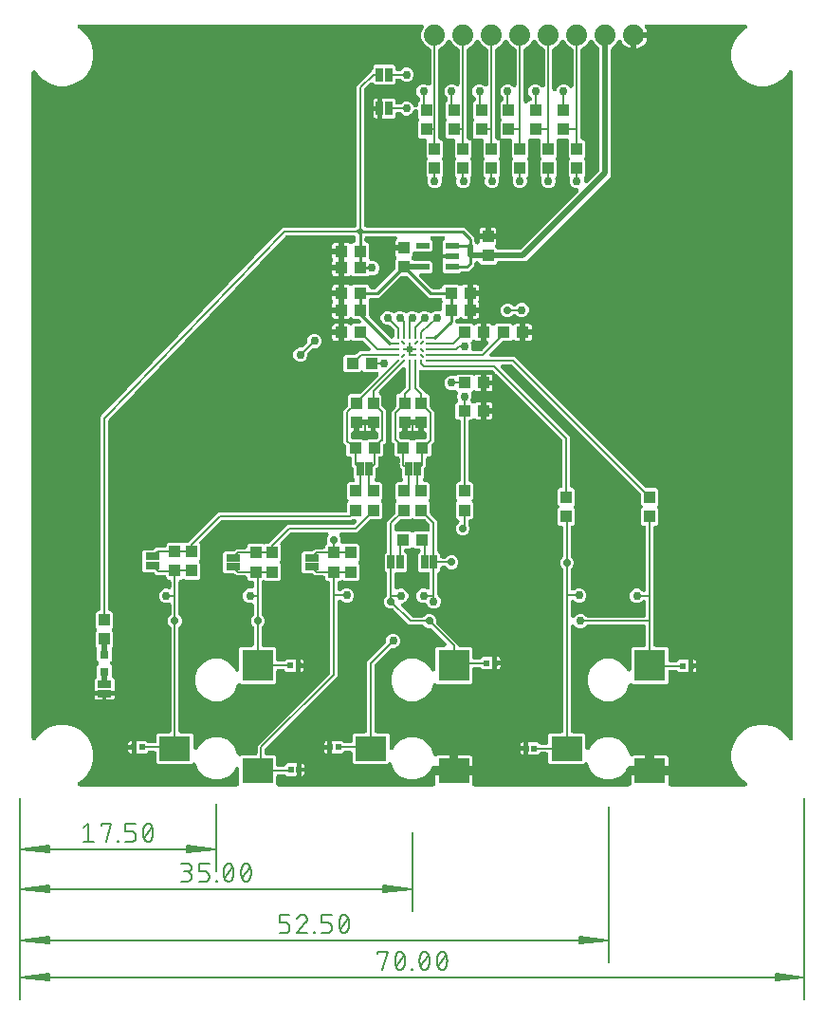
<source format=gbr>
G04 EAGLE Gerber RS-274X export*
G75*
%MOMM*%
%FSLAX34Y34*%
%LPD*%
%INTop Copper*%
%IPPOS*%
%AMOC8*
5,1,8,0,0,1.08239X$1,22.5*%
G01*
%ADD10C,0.130000*%
%ADD11C,0.152400*%
%ADD12R,2.800000X2.200000*%
%ADD13R,2.800000X2.800000*%
%ADD14R,1.000000X1.100000*%
%ADD15R,0.800000X0.800000*%
%ADD16R,1.270000X0.635000*%
%ADD17C,0.249938*%
%ADD18R,1.100000X1.000000*%
%ADD19R,1.200000X0.550000*%
%ADD20C,1.879600*%
%ADD21R,0.470000X0.600000*%
%ADD22C,0.762000*%
%ADD23R,0.635000X1.270000*%
%ADD24C,0.700000*%
%ADD25C,0.750000*%
%ADD26C,0.200000*%
%ADD27C,0.250000*%
%ADD28C,0.600000*%
%ADD29C,0.508000*%
%ADD30C,0.254000*%

G36*
X368565Y10169D02*
X368565Y10169D01*
X368647Y10167D01*
X368765Y10189D01*
X368884Y10201D01*
X368963Y10225D01*
X369043Y10240D01*
X369155Y10284D01*
X369269Y10319D01*
X369341Y10358D01*
X369418Y10388D01*
X369518Y10454D01*
X369623Y10511D01*
X369686Y10563D01*
X369755Y10608D01*
X369840Y10692D01*
X369932Y10768D01*
X369984Y10832D01*
X370042Y10890D01*
X370110Y10989D01*
X370184Y11082D01*
X370222Y11155D01*
X370269Y11223D01*
X370315Y11333D01*
X370370Y11439D01*
X370393Y11518D01*
X370425Y11594D01*
X370448Y11711D01*
X370481Y11826D01*
X370488Y11908D01*
X370504Y11989D01*
X370504Y12108D01*
X370514Y12228D01*
X370505Y12309D01*
X370505Y12392D01*
X370477Y12542D01*
X370467Y12627D01*
X370459Y12652D01*
X370459Y19937D01*
X384968Y19937D01*
X384986Y19939D01*
X385003Y19937D01*
X385186Y19959D01*
X385369Y19977D01*
X385386Y19982D01*
X385403Y19984D01*
X385578Y20041D01*
X385753Y20095D01*
X385769Y20103D01*
X385786Y20109D01*
X385946Y20199D01*
X386107Y20287D01*
X386121Y20298D01*
X386137Y20307D01*
X386276Y20427D01*
X386417Y20544D01*
X386428Y20558D01*
X386441Y20570D01*
X386554Y20715D01*
X386669Y20858D01*
X386677Y20874D01*
X386688Y20888D01*
X386770Y21053D01*
X386855Y21215D01*
X386859Y21232D01*
X386867Y21249D01*
X386915Y21427D01*
X386966Y21602D01*
X386967Y21620D01*
X386972Y21637D01*
X386999Y21968D01*
X386999Y24001D01*
X387001Y24001D01*
X387001Y21968D01*
X387003Y21950D01*
X387001Y21933D01*
X387023Y21750D01*
X387041Y21567D01*
X387046Y21550D01*
X387048Y21533D01*
X387105Y21358D01*
X387159Y21183D01*
X387167Y21167D01*
X387173Y21150D01*
X387263Y20990D01*
X387351Y20828D01*
X387362Y20815D01*
X387371Y20799D01*
X387491Y20660D01*
X387608Y20519D01*
X387622Y20508D01*
X387634Y20495D01*
X387780Y20381D01*
X387922Y20267D01*
X387938Y20259D01*
X387952Y20248D01*
X388117Y20166D01*
X388279Y20081D01*
X388297Y20076D01*
X388313Y20068D01*
X388491Y20021D01*
X388666Y19970D01*
X388684Y19969D01*
X388701Y19964D01*
X389032Y19937D01*
X403541Y19937D01*
X403541Y12634D01*
X403519Y12558D01*
X403509Y12438D01*
X403490Y12321D01*
X403493Y12239D01*
X403486Y12156D01*
X403500Y12038D01*
X403504Y11918D01*
X403523Y11838D01*
X403533Y11757D01*
X403570Y11643D01*
X403598Y11527D01*
X403632Y11452D01*
X403658Y11374D01*
X403716Y11270D01*
X403766Y11161D01*
X403815Y11095D01*
X403855Y11023D01*
X403934Y10933D01*
X404004Y10836D01*
X404065Y10781D01*
X404119Y10718D01*
X404213Y10645D01*
X404301Y10565D01*
X404372Y10522D01*
X404437Y10472D01*
X404544Y10419D01*
X404646Y10357D01*
X404724Y10329D01*
X404797Y10292D01*
X404913Y10261D01*
X405025Y10221D01*
X405107Y10209D01*
X405186Y10188D01*
X405338Y10175D01*
X405424Y10163D01*
X405464Y10165D01*
X405517Y10161D01*
X543483Y10161D01*
X543565Y10169D01*
X543647Y10167D01*
X543765Y10189D01*
X543884Y10201D01*
X543963Y10225D01*
X544043Y10240D01*
X544155Y10284D01*
X544269Y10319D01*
X544341Y10358D01*
X544418Y10388D01*
X544518Y10454D01*
X544623Y10511D01*
X544686Y10563D01*
X544755Y10608D01*
X544840Y10692D01*
X544932Y10768D01*
X544984Y10832D01*
X545042Y10890D01*
X545110Y10989D01*
X545184Y11082D01*
X545222Y11155D01*
X545269Y11223D01*
X545315Y11333D01*
X545370Y11439D01*
X545393Y11518D01*
X545425Y11594D01*
X545448Y11711D01*
X545481Y11826D01*
X545488Y11908D01*
X545504Y11989D01*
X545504Y12108D01*
X545514Y12228D01*
X545505Y12309D01*
X545505Y12392D01*
X545477Y12542D01*
X545467Y12627D01*
X545459Y12652D01*
X545459Y19937D01*
X559968Y19937D01*
X559986Y19939D01*
X560003Y19937D01*
X560186Y19959D01*
X560369Y19977D01*
X560386Y19982D01*
X560403Y19984D01*
X560578Y20041D01*
X560753Y20095D01*
X560769Y20103D01*
X560786Y20109D01*
X560946Y20199D01*
X561107Y20287D01*
X561121Y20298D01*
X561137Y20307D01*
X561276Y20427D01*
X561417Y20544D01*
X561428Y20558D01*
X561441Y20570D01*
X561554Y20715D01*
X561669Y20858D01*
X561677Y20874D01*
X561688Y20888D01*
X561770Y21053D01*
X561855Y21215D01*
X561859Y21232D01*
X561867Y21249D01*
X561915Y21427D01*
X561966Y21602D01*
X561967Y21620D01*
X561972Y21637D01*
X561999Y21968D01*
X561999Y24001D01*
X562001Y24001D01*
X562001Y21968D01*
X562003Y21950D01*
X562001Y21933D01*
X562023Y21750D01*
X562041Y21567D01*
X562046Y21550D01*
X562048Y21533D01*
X562105Y21358D01*
X562159Y21183D01*
X562167Y21167D01*
X562173Y21150D01*
X562263Y20990D01*
X562351Y20828D01*
X562362Y20815D01*
X562371Y20799D01*
X562491Y20660D01*
X562608Y20519D01*
X562622Y20508D01*
X562634Y20495D01*
X562780Y20381D01*
X562922Y20267D01*
X562938Y20259D01*
X562952Y20248D01*
X563117Y20166D01*
X563279Y20081D01*
X563297Y20076D01*
X563313Y20068D01*
X563491Y20021D01*
X563666Y19970D01*
X563684Y19969D01*
X563701Y19964D01*
X564032Y19937D01*
X578541Y19937D01*
X578541Y12634D01*
X578519Y12558D01*
X578509Y12438D01*
X578490Y12321D01*
X578493Y12239D01*
X578486Y12156D01*
X578500Y12038D01*
X578504Y11918D01*
X578523Y11838D01*
X578533Y11757D01*
X578570Y11643D01*
X578598Y11527D01*
X578632Y11452D01*
X578658Y11374D01*
X578716Y11270D01*
X578766Y11161D01*
X578815Y11095D01*
X578855Y11023D01*
X578934Y10933D01*
X579004Y10836D01*
X579065Y10781D01*
X579119Y10718D01*
X579213Y10645D01*
X579301Y10565D01*
X579372Y10522D01*
X579437Y10472D01*
X579544Y10419D01*
X579646Y10357D01*
X579724Y10329D01*
X579797Y10292D01*
X579913Y10261D01*
X580025Y10221D01*
X580107Y10209D01*
X580186Y10188D01*
X580338Y10175D01*
X580424Y10163D01*
X580464Y10165D01*
X580517Y10161D01*
X646951Y10161D01*
X647024Y10168D01*
X647097Y10166D01*
X647224Y10188D01*
X647351Y10201D01*
X647422Y10222D01*
X647494Y10235D01*
X647613Y10281D01*
X647736Y10319D01*
X647801Y10354D01*
X647869Y10380D01*
X647977Y10449D01*
X648090Y10511D01*
X648147Y10557D01*
X648208Y10597D01*
X648301Y10686D01*
X648400Y10768D01*
X648445Y10825D01*
X648498Y10876D01*
X648572Y10982D01*
X648652Y11082D01*
X648686Y11147D01*
X648727Y11207D01*
X648778Y11325D01*
X648838Y11439D01*
X648858Y11510D01*
X648887Y11577D01*
X648913Y11703D01*
X648949Y11826D01*
X648955Y11899D01*
X648970Y11971D01*
X648971Y12099D01*
X648982Y12228D01*
X648973Y12300D01*
X648974Y12374D01*
X648950Y12500D01*
X648935Y12627D01*
X648912Y12697D01*
X648898Y12769D01*
X648850Y12888D01*
X648810Y13010D01*
X648774Y13074D01*
X648746Y13142D01*
X648675Y13249D01*
X648612Y13361D01*
X648564Y13416D01*
X648524Y13477D01*
X648433Y13568D01*
X648349Y13665D01*
X648291Y13710D01*
X648239Y13762D01*
X648100Y13859D01*
X648031Y13912D01*
X648001Y13927D01*
X647966Y13951D01*
X645516Y15366D01*
X640366Y20516D01*
X636724Y26823D01*
X634839Y33858D01*
X634839Y41142D01*
X636724Y48177D01*
X640366Y54484D01*
X645516Y59634D01*
X651823Y63276D01*
X658858Y65161D01*
X666142Y65161D01*
X673177Y63276D01*
X679484Y59634D01*
X684634Y54484D01*
X686049Y52034D01*
X686092Y51974D01*
X686127Y51910D01*
X686209Y51811D01*
X686284Y51707D01*
X686337Y51657D01*
X686384Y51600D01*
X686484Y51520D01*
X686579Y51432D01*
X686641Y51394D01*
X686698Y51348D01*
X686812Y51289D01*
X686922Y51222D01*
X686990Y51196D01*
X687055Y51162D01*
X687179Y51127D01*
X687299Y51083D01*
X687372Y51071D01*
X687442Y51051D01*
X687571Y51041D01*
X687697Y51021D01*
X687770Y51024D01*
X687844Y51018D01*
X687971Y51033D01*
X688100Y51039D01*
X688171Y51057D01*
X688243Y51065D01*
X688365Y51105D01*
X688490Y51136D01*
X688557Y51167D01*
X688626Y51190D01*
X688738Y51253D01*
X688854Y51308D01*
X688913Y51352D01*
X688977Y51388D01*
X689074Y51472D01*
X689177Y51549D01*
X689226Y51603D01*
X689282Y51651D01*
X689360Y51752D01*
X689446Y51848D01*
X689484Y51911D01*
X689528Y51969D01*
X689585Y52084D01*
X689651Y52195D01*
X689675Y52264D01*
X689708Y52330D01*
X689741Y52454D01*
X689783Y52575D01*
X689793Y52648D01*
X689812Y52718D01*
X689826Y52888D01*
X689838Y52974D01*
X689836Y53007D01*
X689839Y53049D01*
X689839Y646951D01*
X689832Y647024D01*
X689834Y647097D01*
X689812Y647224D01*
X689799Y647351D01*
X689778Y647422D01*
X689765Y647494D01*
X689719Y647613D01*
X689681Y647736D01*
X689646Y647801D01*
X689620Y647869D01*
X689551Y647977D01*
X689489Y648090D01*
X689443Y648147D01*
X689403Y648208D01*
X689314Y648301D01*
X689232Y648400D01*
X689175Y648445D01*
X689124Y648498D01*
X689018Y648572D01*
X688918Y648652D01*
X688853Y648686D01*
X688793Y648727D01*
X688675Y648778D01*
X688561Y648838D01*
X688490Y648858D01*
X688423Y648887D01*
X688297Y648913D01*
X688174Y648949D01*
X688101Y648955D01*
X688029Y648970D01*
X687901Y648971D01*
X687772Y648982D01*
X687700Y648973D01*
X687626Y648974D01*
X687500Y648950D01*
X687373Y648935D01*
X687303Y648912D01*
X687231Y648898D01*
X687112Y648850D01*
X686990Y648810D01*
X686926Y648774D01*
X686858Y648746D01*
X686751Y648675D01*
X686639Y648612D01*
X686584Y648564D01*
X686523Y648524D01*
X686432Y648433D01*
X686335Y648349D01*
X686290Y648291D01*
X686238Y648239D01*
X686141Y648100D01*
X686088Y648031D01*
X686073Y648001D01*
X686049Y647966D01*
X684634Y645516D01*
X679484Y640366D01*
X673177Y636724D01*
X666142Y634839D01*
X658858Y634839D01*
X651823Y636724D01*
X645516Y640366D01*
X640366Y645516D01*
X636724Y651823D01*
X634839Y658858D01*
X634839Y666142D01*
X636724Y673177D01*
X640366Y679484D01*
X645516Y684634D01*
X647966Y686049D01*
X648026Y686092D01*
X648090Y686127D01*
X648189Y686209D01*
X648293Y686284D01*
X648343Y686337D01*
X648400Y686384D01*
X648480Y686484D01*
X648568Y686579D01*
X648606Y686641D01*
X648652Y686698D01*
X648711Y686812D01*
X648778Y686922D01*
X648804Y686990D01*
X648838Y687055D01*
X648873Y687179D01*
X648917Y687299D01*
X648929Y687372D01*
X648949Y687442D01*
X648959Y687571D01*
X648979Y687697D01*
X648976Y687770D01*
X648982Y687844D01*
X648967Y687971D01*
X648961Y688100D01*
X648943Y688171D01*
X648935Y688243D01*
X648895Y688365D01*
X648864Y688490D01*
X648833Y688557D01*
X648810Y688626D01*
X648747Y688738D01*
X648692Y688854D01*
X648648Y688913D01*
X648612Y688977D01*
X648528Y689074D01*
X648451Y689177D01*
X648397Y689226D01*
X648349Y689282D01*
X648248Y689360D01*
X648152Y689446D01*
X648089Y689484D01*
X648031Y689528D01*
X647916Y689585D01*
X647805Y689651D01*
X647736Y689675D01*
X647670Y689708D01*
X647546Y689741D01*
X647425Y689783D01*
X647352Y689793D01*
X647282Y689812D01*
X647112Y689826D01*
X647026Y689838D01*
X646993Y689836D01*
X646951Y689839D01*
X559395Y689839D01*
X559344Y689834D01*
X559293Y689837D01*
X559144Y689814D01*
X558994Y689799D01*
X558946Y689784D01*
X558895Y689777D01*
X558753Y689725D01*
X558609Y689681D01*
X558565Y689657D01*
X558516Y689639D01*
X558388Y689561D01*
X558255Y689489D01*
X558216Y689457D01*
X558172Y689430D01*
X558062Y689328D01*
X557946Y689232D01*
X557914Y689192D01*
X557876Y689157D01*
X557788Y689035D01*
X557694Y688918D01*
X557670Y688873D01*
X557640Y688831D01*
X557578Y688694D01*
X557508Y688561D01*
X557494Y688512D01*
X557473Y688465D01*
X557439Y688318D01*
X557397Y688174D01*
X557393Y688123D01*
X557381Y688073D01*
X557376Y687922D01*
X557364Y687772D01*
X557370Y687722D01*
X557368Y687671D01*
X557393Y687522D01*
X557411Y687373D01*
X557427Y687324D01*
X557435Y687273D01*
X557489Y687133D01*
X557536Y686990D01*
X557561Y686945D01*
X557579Y686897D01*
X557699Y686700D01*
X557734Y686639D01*
X557743Y686629D01*
X557752Y686614D01*
X558011Y686257D01*
X558864Y684583D01*
X559445Y682796D01*
X559485Y682539D01*
X548308Y682539D01*
X548290Y682537D01*
X548273Y682539D01*
X548090Y682518D01*
X547908Y682499D01*
X547891Y682494D01*
X547873Y682492D01*
X547698Y682435D01*
X547523Y682381D01*
X547507Y682373D01*
X547490Y682367D01*
X547330Y682277D01*
X547169Y682189D01*
X547155Y682178D01*
X547139Y682169D01*
X547000Y682049D01*
X546859Y681932D01*
X546848Y681918D01*
X546835Y681906D01*
X546722Y681761D01*
X546607Y681618D01*
X546599Y681602D01*
X546588Y681588D01*
X546506Y681423D01*
X546466Y681347D01*
X546314Y681261D01*
X546152Y681173D01*
X546139Y681162D01*
X546123Y681153D01*
X545984Y681033D01*
X545843Y680915D01*
X545832Y680902D01*
X545818Y680890D01*
X545706Y680745D01*
X545591Y680602D01*
X545583Y680586D01*
X545572Y680572D01*
X545490Y680407D01*
X545405Y680244D01*
X545400Y680227D01*
X545392Y680211D01*
X545344Y680033D01*
X545294Y679858D01*
X545292Y679840D01*
X545288Y679823D01*
X545261Y679492D01*
X545261Y668315D01*
X545004Y668355D01*
X543217Y668936D01*
X541543Y669789D01*
X540022Y670894D01*
X538694Y672222D01*
X537589Y673743D01*
X536910Y675076D01*
X536839Y675187D01*
X536776Y675301D01*
X536730Y675356D01*
X536692Y675415D01*
X536601Y675509D01*
X536517Y675609D01*
X536461Y675654D01*
X536412Y675705D01*
X536304Y675779D01*
X536202Y675860D01*
X536139Y675893D01*
X536081Y675933D01*
X535960Y675985D01*
X535844Y676044D01*
X535776Y676064D01*
X535710Y676092D01*
X535582Y676118D01*
X535457Y676154D01*
X535386Y676159D01*
X535316Y676174D01*
X535185Y676175D01*
X535055Y676185D01*
X534985Y676177D01*
X534914Y676177D01*
X534785Y676152D01*
X534656Y676136D01*
X534588Y676114D01*
X534518Y676101D01*
X534397Y676051D01*
X534273Y676010D01*
X534212Y675975D01*
X534146Y675948D01*
X534037Y675875D01*
X533924Y675811D01*
X533870Y675764D01*
X533811Y675724D01*
X533719Y675632D01*
X533620Y675546D01*
X533577Y675490D01*
X533527Y675439D01*
X533454Y675330D01*
X533375Y675227D01*
X533337Y675154D01*
X533304Y675104D01*
X533275Y675033D01*
X533223Y674932D01*
X532521Y673237D01*
X529163Y669879D01*
X528735Y669702D01*
X528715Y669691D01*
X528694Y669684D01*
X528538Y669596D01*
X528380Y669511D01*
X528363Y669497D01*
X528343Y669486D01*
X528208Y669369D01*
X528069Y669255D01*
X528055Y669238D01*
X528038Y669223D01*
X527929Y669082D01*
X527816Y668942D01*
X527805Y668923D01*
X527792Y668905D01*
X527712Y668744D01*
X527629Y668586D01*
X527622Y668564D01*
X527612Y668544D01*
X527566Y668371D01*
X527516Y668199D01*
X527514Y668177D01*
X527508Y668156D01*
X527481Y667825D01*
X527481Y556389D01*
X526707Y554522D01*
X451378Y479193D01*
X449511Y478419D01*
X427072Y478419D01*
X427054Y478417D01*
X427036Y478419D01*
X426854Y478398D01*
X426671Y478379D01*
X426654Y478374D01*
X426637Y478372D01*
X426462Y478315D01*
X426286Y478261D01*
X426271Y478253D01*
X426254Y478247D01*
X426094Y478157D01*
X425932Y478069D01*
X425919Y478058D01*
X425903Y478049D01*
X425764Y477929D01*
X425623Y477812D01*
X425612Y477798D01*
X425598Y477786D01*
X425486Y477641D01*
X425371Y477498D01*
X425363Y477482D01*
X425352Y477468D01*
X425270Y477303D01*
X425185Y477141D01*
X425180Y477124D01*
X425172Y477108D01*
X425162Y477069D01*
X423552Y475459D01*
X411448Y475459D01*
X409831Y477076D01*
X409801Y477174D01*
X409793Y477189D01*
X409787Y477206D01*
X409697Y477366D01*
X409609Y477528D01*
X409598Y477541D01*
X409589Y477557D01*
X409469Y477696D01*
X409352Y477837D01*
X409338Y477848D01*
X409326Y477862D01*
X409181Y477974D01*
X409038Y478089D01*
X409022Y478097D01*
X409008Y478108D01*
X408843Y478190D01*
X408681Y478275D01*
X408664Y478280D01*
X408648Y478288D01*
X408469Y478335D01*
X408294Y478386D01*
X408276Y478388D01*
X408259Y478392D01*
X407928Y478419D01*
X407342Y478419D01*
X407324Y478417D01*
X407306Y478419D01*
X407124Y478398D01*
X406941Y478379D01*
X406924Y478374D01*
X406907Y478372D01*
X406732Y478315D01*
X406556Y478261D01*
X406541Y478253D01*
X406524Y478247D01*
X406364Y478157D01*
X406202Y478069D01*
X406189Y478058D01*
X406173Y478049D01*
X406034Y477929D01*
X405893Y477812D01*
X405882Y477798D01*
X405868Y477786D01*
X405756Y477641D01*
X405641Y477498D01*
X405633Y477482D01*
X405622Y477468D01*
X405540Y477303D01*
X405455Y477141D01*
X405450Y477124D01*
X405442Y477108D01*
X405395Y476929D01*
X405344Y476754D01*
X405342Y476736D01*
X405338Y476719D01*
X405311Y476388D01*
X405311Y474922D01*
X400078Y469689D01*
X394875Y469689D01*
X394848Y469687D01*
X394821Y469689D01*
X394648Y469667D01*
X394474Y469649D01*
X394449Y469642D01*
X394422Y469638D01*
X394256Y469583D01*
X394089Y469531D01*
X394066Y469518D01*
X394040Y469510D01*
X393889Y469423D01*
X393735Y469339D01*
X393715Y469322D01*
X393691Y469309D01*
X393438Y469094D01*
X392553Y468209D01*
X378449Y468209D01*
X376960Y469698D01*
X376960Y477374D01*
X377016Y477479D01*
X377095Y477613D01*
X377110Y477657D01*
X377132Y477697D01*
X377176Y477846D01*
X377227Y477994D01*
X377233Y478039D01*
X377246Y478083D01*
X377260Y478238D01*
X377281Y478393D01*
X377279Y478438D01*
X377283Y478484D01*
X377266Y478639D01*
X377256Y478794D01*
X377244Y478839D01*
X377239Y478884D01*
X377207Y478986D01*
X377203Y479011D01*
X376960Y479915D01*
X376960Y480969D01*
X385501Y480969D01*
X385518Y480970D01*
X385536Y480969D01*
X385719Y480990D01*
X385901Y481008D01*
X385918Y481014D01*
X385936Y481016D01*
X386111Y481073D01*
X386286Y481127D01*
X386302Y481135D01*
X386319Y481141D01*
X386479Y481231D01*
X386640Y481318D01*
X386654Y481330D01*
X386669Y481339D01*
X386809Y481459D01*
X386949Y481576D01*
X386961Y481590D01*
X386974Y481602D01*
X387087Y481747D01*
X387202Y481890D01*
X387210Y481906D01*
X387221Y481920D01*
X387303Y482085D01*
X387387Y482247D01*
X387392Y482264D01*
X387400Y482280D01*
X387448Y482458D01*
X387499Y482634D01*
X387500Y482652D01*
X387505Y482669D01*
X387532Y483000D01*
X387530Y483018D01*
X387532Y483035D01*
X387532Y483036D01*
X387510Y483218D01*
X387492Y483401D01*
X387487Y483418D01*
X387485Y483436D01*
X387428Y483610D01*
X387374Y483786D01*
X387365Y483801D01*
X387360Y483818D01*
X387269Y483979D01*
X387182Y484140D01*
X387171Y484153D01*
X387162Y484169D01*
X387042Y484308D01*
X386924Y484449D01*
X386910Y484460D01*
X386899Y484474D01*
X386754Y484586D01*
X386611Y484701D01*
X386595Y484710D01*
X386581Y484720D01*
X386416Y484802D01*
X386253Y484887D01*
X386236Y484892D01*
X386220Y484900D01*
X386042Y484948D01*
X385866Y484998D01*
X385849Y485000D01*
X385831Y485004D01*
X385501Y485031D01*
X376960Y485031D01*
X376960Y486085D01*
X377172Y486875D01*
X377176Y486884D01*
X377186Y486926D01*
X377203Y486989D01*
X377208Y487024D01*
X377211Y487036D01*
X377253Y487186D01*
X377256Y487231D01*
X377266Y487276D01*
X377271Y487432D01*
X377282Y487587D01*
X377276Y487633D01*
X377278Y487678D01*
X377251Y487832D01*
X377232Y487987D01*
X377217Y488030D01*
X377209Y488075D01*
X377153Y488221D01*
X377103Y488368D01*
X377081Y488408D01*
X377064Y488451D01*
X376980Y488582D01*
X376960Y488617D01*
X376960Y496302D01*
X378380Y497722D01*
X378385Y497729D01*
X378392Y497734D01*
X378512Y497884D01*
X378635Y498033D01*
X378639Y498041D01*
X378644Y498048D01*
X378733Y498218D01*
X378823Y498389D01*
X378826Y498398D01*
X378830Y498405D01*
X378883Y498590D01*
X378938Y498775D01*
X378939Y498784D01*
X378941Y498792D01*
X378957Y498983D01*
X378974Y499176D01*
X378973Y499185D01*
X378974Y499194D01*
X378952Y499381D01*
X378931Y499576D01*
X378928Y499585D01*
X378927Y499593D01*
X378868Y499775D01*
X378810Y499960D01*
X378805Y499968D01*
X378802Y499976D01*
X378708Y500143D01*
X378615Y500312D01*
X378609Y500319D01*
X378605Y500327D01*
X378479Y500472D01*
X378354Y500619D01*
X378347Y500625D01*
X378341Y500632D01*
X378191Y500748D01*
X378038Y500869D01*
X378030Y500873D01*
X378023Y500878D01*
X377852Y500964D01*
X377679Y501051D01*
X377671Y501054D01*
X377663Y501058D01*
X377477Y501108D01*
X377292Y501159D01*
X377283Y501160D01*
X377274Y501162D01*
X376943Y501189D01*
X368057Y501189D01*
X368048Y501188D01*
X368039Y501189D01*
X367847Y501168D01*
X367656Y501149D01*
X367648Y501147D01*
X367639Y501146D01*
X367456Y501088D01*
X367271Y501031D01*
X367263Y501027D01*
X367255Y501024D01*
X367086Y500931D01*
X366917Y500839D01*
X366910Y500834D01*
X366902Y500829D01*
X366755Y500704D01*
X366608Y500582D01*
X366602Y500575D01*
X366595Y500569D01*
X366476Y500417D01*
X366356Y500268D01*
X366351Y500260D01*
X366346Y500253D01*
X366259Y500081D01*
X366170Y499911D01*
X366168Y499902D01*
X366164Y499894D01*
X366112Y499708D01*
X366059Y499524D01*
X366058Y499515D01*
X366056Y499506D01*
X366041Y499312D01*
X366026Y499122D01*
X366027Y499114D01*
X366026Y499105D01*
X366051Y498912D01*
X366073Y498723D01*
X366075Y498714D01*
X366077Y498705D01*
X366138Y498522D01*
X366198Y498340D01*
X366202Y498332D01*
X366205Y498324D01*
X366300Y498158D01*
X366395Y497989D01*
X366401Y497982D01*
X366406Y497975D01*
X366620Y497722D01*
X368040Y496302D01*
X368040Y488698D01*
X366551Y487209D01*
X352072Y487209D01*
X352054Y487207D01*
X352036Y487209D01*
X351854Y487188D01*
X351671Y487169D01*
X351654Y487164D01*
X351637Y487162D01*
X351462Y487105D01*
X351286Y487051D01*
X351271Y487043D01*
X351254Y487037D01*
X351094Y486947D01*
X350932Y486859D01*
X350919Y486848D01*
X350903Y486839D01*
X350764Y486719D01*
X350623Y486602D01*
X350612Y486588D01*
X350598Y486576D01*
X350486Y486431D01*
X350371Y486288D01*
X350363Y486272D01*
X350352Y486258D01*
X350270Y486093D01*
X350185Y485931D01*
X350180Y485914D01*
X350172Y485898D01*
X350125Y485719D01*
X350074Y485544D01*
X350072Y485526D01*
X350068Y485509D01*
X350041Y485178D01*
X350041Y484665D01*
X349868Y484019D01*
X349533Y483440D01*
X349530Y483436D01*
X349518Y483423D01*
X349505Y483411D01*
X349390Y483267D01*
X349274Y483125D01*
X349266Y483109D01*
X349255Y483095D01*
X349171Y482931D01*
X349086Y482769D01*
X349081Y482752D01*
X349073Y482736D01*
X349023Y482559D01*
X348971Y482383D01*
X348969Y482366D01*
X348965Y482348D01*
X348951Y482165D01*
X348935Y481982D01*
X348937Y481965D01*
X348935Y481947D01*
X348958Y481765D01*
X348978Y481582D01*
X348983Y481565D01*
X348986Y481547D01*
X349044Y481374D01*
X349099Y481198D01*
X349108Y481182D01*
X349114Y481166D01*
X349205Y481007D01*
X349294Y480846D01*
X349306Y480832D01*
X349315Y480817D01*
X349529Y480564D01*
X350367Y479727D01*
X350391Y479682D01*
X350402Y479669D01*
X350411Y479653D01*
X350531Y479514D01*
X350648Y479373D01*
X350662Y479362D01*
X350674Y479348D01*
X350819Y479236D01*
X350962Y479121D01*
X350978Y479113D01*
X350992Y479102D01*
X351157Y479020D01*
X351319Y478935D01*
X351336Y478930D01*
X351352Y478922D01*
X351531Y478875D01*
X351706Y478824D01*
X351724Y478822D01*
X351741Y478818D01*
X352072Y478791D01*
X366551Y478791D01*
X368040Y477302D01*
X368040Y469698D01*
X366551Y468209D01*
X358084Y468209D01*
X358075Y468208D01*
X358066Y468209D01*
X357873Y468188D01*
X357683Y468169D01*
X357675Y468167D01*
X357666Y468166D01*
X357482Y468108D01*
X357298Y468051D01*
X357290Y468047D01*
X357282Y468044D01*
X357114Y467952D01*
X356944Y467859D01*
X356937Y467854D01*
X356930Y467849D01*
X356782Y467725D01*
X356635Y467602D01*
X356629Y467595D01*
X356623Y467589D01*
X356503Y467437D01*
X356383Y467288D01*
X356378Y467280D01*
X356373Y467273D01*
X356285Y467100D01*
X356197Y466931D01*
X356195Y466922D01*
X356191Y466914D01*
X356139Y466728D01*
X356086Y466544D01*
X356085Y466535D01*
X356083Y466526D01*
X356068Y466333D01*
X356053Y466142D01*
X356054Y466134D01*
X356053Y466125D01*
X356078Y465932D01*
X356100Y465743D01*
X356102Y465734D01*
X356104Y465725D01*
X356165Y465542D01*
X356225Y465360D01*
X356229Y465352D01*
X356232Y465344D01*
X356328Y465177D01*
X356422Y465009D01*
X356428Y465002D01*
X356433Y464995D01*
X356647Y464742D01*
X366984Y454406D01*
X367004Y454389D01*
X367022Y454368D01*
X367160Y454261D01*
X367295Y454151D01*
X367319Y454138D01*
X367340Y454122D01*
X367497Y454044D01*
X367651Y453962D01*
X367676Y453954D01*
X367700Y453942D01*
X367870Y453897D01*
X368037Y453847D01*
X368063Y453845D01*
X368089Y453838D01*
X368420Y453811D01*
X374428Y453811D01*
X374446Y453813D01*
X374464Y453811D01*
X374646Y453832D01*
X374829Y453851D01*
X374846Y453856D01*
X374863Y453858D01*
X375038Y453915D01*
X375214Y453969D01*
X375229Y453977D01*
X375246Y453983D01*
X375406Y454073D01*
X375568Y454161D01*
X375581Y454172D01*
X375597Y454181D01*
X375736Y454301D01*
X375877Y454418D01*
X375888Y454432D01*
X375902Y454444D01*
X376014Y454589D01*
X376129Y454732D01*
X376137Y454748D01*
X376148Y454762D01*
X376230Y454927D01*
X376315Y455089D01*
X376320Y455106D01*
X376328Y455122D01*
X376375Y455301D01*
X376426Y455476D01*
X376428Y455494D01*
X376432Y455511D01*
X376459Y455842D01*
X376459Y456052D01*
X377948Y457541D01*
X391052Y457541D01*
X391564Y457029D01*
X391577Y457018D01*
X391589Y457005D01*
X391733Y456891D01*
X391875Y456774D01*
X391891Y456766D01*
X391905Y456755D01*
X392069Y456672D01*
X392231Y456586D01*
X392248Y456581D01*
X392264Y456573D01*
X392441Y456523D01*
X392617Y456471D01*
X392635Y456469D01*
X392652Y456465D01*
X392835Y456451D01*
X393018Y456435D01*
X393036Y456437D01*
X393053Y456435D01*
X393235Y456458D01*
X393418Y456478D01*
X393435Y456483D01*
X393453Y456486D01*
X393626Y456544D01*
X393802Y456599D01*
X393818Y456608D01*
X393834Y456614D01*
X393993Y456705D01*
X394154Y456794D01*
X394168Y456806D01*
X394183Y456815D01*
X394436Y457029D01*
X394440Y457033D01*
X395019Y457368D01*
X395665Y457541D01*
X399001Y457541D01*
X399001Y450468D01*
X399002Y450450D01*
X399001Y450433D01*
X399022Y450250D01*
X399041Y450068D01*
X399046Y450051D01*
X399048Y450033D01*
X399061Y449992D01*
X399034Y449898D01*
X399032Y449880D01*
X399028Y449863D01*
X399001Y449532D01*
X399001Y435468D01*
X399002Y435450D01*
X399001Y435433D01*
X399022Y435250D01*
X399041Y435068D01*
X399046Y435051D01*
X399048Y435033D01*
X399061Y434992D01*
X399034Y434898D01*
X399032Y434880D01*
X399028Y434863D01*
X399001Y434532D01*
X399001Y427459D01*
X395665Y427459D01*
X395019Y427632D01*
X394440Y427967D01*
X394436Y427971D01*
X394422Y427982D01*
X394411Y427995D01*
X394267Y428109D01*
X394125Y428226D01*
X394109Y428234D01*
X394095Y428245D01*
X393931Y428328D01*
X393769Y428414D01*
X393752Y428419D01*
X393736Y428427D01*
X393559Y428477D01*
X393383Y428529D01*
X393365Y428531D01*
X393348Y428535D01*
X393165Y428549D01*
X392982Y428565D01*
X392964Y428563D01*
X392947Y428565D01*
X392765Y428542D01*
X392582Y428522D01*
X392565Y428517D01*
X392547Y428514D01*
X392374Y428456D01*
X392198Y428401D01*
X392182Y428392D01*
X392166Y428386D01*
X392007Y428295D01*
X391846Y428206D01*
X391832Y428194D01*
X391817Y428185D01*
X391564Y427971D01*
X391052Y427459D01*
X390342Y427459D01*
X390324Y427457D01*
X390306Y427459D01*
X390124Y427438D01*
X389941Y427419D01*
X389924Y427414D01*
X389907Y427412D01*
X389732Y427355D01*
X389556Y427301D01*
X389541Y427293D01*
X389524Y427287D01*
X389364Y427197D01*
X389202Y427109D01*
X389189Y427098D01*
X389173Y427089D01*
X389034Y426969D01*
X388893Y426852D01*
X388882Y426838D01*
X388868Y426826D01*
X388756Y426681D01*
X388641Y426538D01*
X388633Y426522D01*
X388622Y426508D01*
X388540Y426343D01*
X388455Y426181D01*
X388450Y426164D01*
X388442Y426148D01*
X388395Y425969D01*
X388344Y425794D01*
X388342Y425776D01*
X388338Y425759D01*
X388311Y425428D01*
X388311Y424572D01*
X388313Y424554D01*
X388311Y424536D01*
X388332Y424354D01*
X388351Y424171D01*
X388356Y424154D01*
X388358Y424137D01*
X388415Y423962D01*
X388469Y423786D01*
X388477Y423771D01*
X388483Y423754D01*
X388573Y423594D01*
X388661Y423432D01*
X388672Y423419D01*
X388681Y423403D01*
X388801Y423264D01*
X388918Y423123D01*
X388932Y423112D01*
X388944Y423098D01*
X389089Y422986D01*
X389232Y422871D01*
X389248Y422863D01*
X389262Y422852D01*
X389427Y422770D01*
X389589Y422685D01*
X389606Y422680D01*
X389622Y422672D01*
X389801Y422625D01*
X389976Y422574D01*
X389994Y422572D01*
X390011Y422568D01*
X390342Y422541D01*
X403052Y422541D01*
X403564Y422029D01*
X403578Y422018D01*
X403589Y422004D01*
X403734Y421890D01*
X403875Y421774D01*
X403891Y421766D01*
X403905Y421755D01*
X404070Y421671D01*
X404231Y421586D01*
X404248Y421581D01*
X404264Y421573D01*
X404442Y421523D01*
X404617Y421471D01*
X404635Y421469D01*
X404652Y421465D01*
X404835Y421451D01*
X405018Y421435D01*
X405036Y421437D01*
X405053Y421435D01*
X405235Y421458D01*
X405418Y421478D01*
X405435Y421483D01*
X405453Y421486D01*
X405627Y421544D01*
X405802Y421599D01*
X405818Y421608D01*
X405835Y421614D01*
X405994Y421706D01*
X406154Y421794D01*
X406168Y421806D01*
X406183Y421815D01*
X406436Y422030D01*
X406440Y422033D01*
X407019Y422368D01*
X407665Y422541D01*
X411001Y422541D01*
X411001Y415468D01*
X411002Y415450D01*
X411001Y415433D01*
X411022Y415250D01*
X411041Y415068D01*
X411046Y415051D01*
X411048Y415033D01*
X411061Y414992D01*
X411034Y414898D01*
X411032Y414880D01*
X411028Y414863D01*
X411001Y414532D01*
X411001Y407459D01*
X407665Y407459D01*
X407019Y407632D01*
X406440Y407967D01*
X406436Y407970D01*
X406423Y407982D01*
X406411Y407995D01*
X406267Y408109D01*
X406125Y408226D01*
X406109Y408234D01*
X406095Y408245D01*
X405931Y408328D01*
X405769Y408414D01*
X405752Y408419D01*
X405736Y408427D01*
X405560Y408477D01*
X405383Y408529D01*
X405365Y408531D01*
X405348Y408535D01*
X405166Y408549D01*
X404982Y408565D01*
X404965Y408563D01*
X404947Y408565D01*
X404765Y408542D01*
X404582Y408522D01*
X404565Y408517D01*
X404547Y408514D01*
X404374Y408456D01*
X404198Y408401D01*
X404183Y408392D01*
X404166Y408386D01*
X404007Y408295D01*
X403846Y408206D01*
X403832Y408194D01*
X403817Y408185D01*
X403564Y407971D01*
X402741Y407148D01*
X402727Y407131D01*
X402710Y407116D01*
X402600Y406976D01*
X402486Y406836D01*
X402475Y406817D01*
X402462Y406799D01*
X402382Y406640D01*
X402297Y406481D01*
X402291Y406459D01*
X402281Y406439D01*
X402234Y406267D01*
X402183Y406095D01*
X402181Y406073D01*
X402175Y406051D01*
X402162Y405872D01*
X402146Y405694D01*
X402149Y405672D01*
X402147Y405649D01*
X402170Y405472D01*
X402190Y405294D01*
X402196Y405272D01*
X402199Y405250D01*
X402301Y404934D01*
X402791Y403751D01*
X402791Y401249D01*
X402734Y401111D01*
X402730Y401098D01*
X402724Y401087D01*
X402672Y400906D01*
X402617Y400726D01*
X402616Y400713D01*
X402612Y400700D01*
X402597Y400511D01*
X402579Y400325D01*
X402581Y400312D01*
X402580Y400298D01*
X402601Y400112D01*
X402621Y399925D01*
X402625Y399912D01*
X402626Y399899D01*
X402684Y399721D01*
X402741Y399540D01*
X402747Y399529D01*
X402751Y399516D01*
X402844Y399352D01*
X402934Y399187D01*
X402943Y399177D01*
X402949Y399165D01*
X403072Y399023D01*
X403193Y398879D01*
X403204Y398871D01*
X403212Y398860D01*
X403360Y398746D01*
X403508Y398628D01*
X403520Y398622D01*
X403530Y398614D01*
X403698Y398530D01*
X403866Y398444D01*
X403879Y398440D01*
X403891Y398434D01*
X404073Y398385D01*
X404253Y398334D01*
X404267Y398333D01*
X404280Y398330D01*
X404610Y398303D01*
X410940Y398303D01*
X410972Y398306D01*
X411005Y398304D01*
X411173Y398326D01*
X411340Y398343D01*
X411371Y398352D01*
X411404Y398357D01*
X411564Y398411D01*
X411725Y398461D01*
X411754Y398476D01*
X411785Y398487D01*
X411931Y398572D01*
X412079Y398653D01*
X412104Y398673D01*
X412133Y398690D01*
X412384Y398906D01*
X417419Y404000D01*
X417421Y404002D01*
X417423Y404004D01*
X417545Y404155D01*
X417672Y404313D01*
X417674Y404316D01*
X417675Y404318D01*
X417763Y404486D01*
X417859Y404670D01*
X417860Y404673D01*
X417861Y404675D01*
X417913Y404855D01*
X417971Y405057D01*
X417972Y405059D01*
X417972Y405062D01*
X417988Y405257D01*
X418005Y405458D01*
X418005Y405461D01*
X418005Y405464D01*
X417982Y405660D01*
X417960Y405858D01*
X417959Y405861D01*
X417958Y405863D01*
X417897Y406051D01*
X417836Y406241D01*
X417834Y406243D01*
X417834Y406246D01*
X417735Y406421D01*
X417639Y406592D01*
X417637Y406594D01*
X417636Y406597D01*
X417507Y406746D01*
X417377Y406897D01*
X417374Y406899D01*
X417372Y406902D01*
X417218Y407022D01*
X417059Y407145D01*
X417057Y407147D01*
X417054Y407148D01*
X416877Y407236D01*
X416699Y407325D01*
X416696Y407326D01*
X416694Y407328D01*
X416501Y407380D01*
X416311Y407431D01*
X416308Y407431D01*
X416305Y407432D01*
X415999Y407457D01*
X415999Y414532D01*
X415997Y414550D01*
X415999Y414567D01*
X415978Y414749D01*
X415959Y414932D01*
X415954Y414949D01*
X415952Y414967D01*
X415939Y415008D01*
X415966Y415102D01*
X415968Y415120D01*
X415972Y415137D01*
X415999Y415468D01*
X415999Y422541D01*
X419335Y422541D01*
X419981Y422368D01*
X420560Y422033D01*
X421064Y421529D01*
X421077Y421518D01*
X421089Y421505D01*
X421233Y421391D01*
X421375Y421274D01*
X421391Y421266D01*
X421405Y421255D01*
X421568Y421172D01*
X421731Y421086D01*
X421748Y421081D01*
X421764Y421073D01*
X421940Y421023D01*
X422117Y420971D01*
X422135Y420969D01*
X422152Y420965D01*
X422335Y420951D01*
X422518Y420935D01*
X422535Y420937D01*
X422553Y420935D01*
X422735Y420958D01*
X422918Y420978D01*
X422935Y420983D01*
X422953Y420986D01*
X423127Y421044D01*
X423302Y421099D01*
X423317Y421108D01*
X423334Y421114D01*
X423494Y421206D01*
X423654Y421294D01*
X423668Y421306D01*
X423683Y421315D01*
X423936Y421529D01*
X424948Y422541D01*
X438052Y422541D01*
X438564Y422029D01*
X438577Y422018D01*
X438589Y422005D01*
X438733Y421891D01*
X438875Y421774D01*
X438891Y421766D01*
X438905Y421755D01*
X439069Y421672D01*
X439231Y421586D01*
X439248Y421581D01*
X439264Y421573D01*
X439441Y421523D01*
X439617Y421471D01*
X439635Y421469D01*
X439652Y421465D01*
X439835Y421451D01*
X440018Y421435D01*
X440036Y421437D01*
X440053Y421435D01*
X440235Y421458D01*
X440418Y421478D01*
X440435Y421483D01*
X440453Y421486D01*
X440626Y421544D01*
X440802Y421599D01*
X440818Y421608D01*
X440834Y421614D01*
X440993Y421705D01*
X441154Y421794D01*
X441168Y421806D01*
X441183Y421815D01*
X441436Y422029D01*
X441440Y422033D01*
X442019Y422368D01*
X442665Y422541D01*
X446001Y422541D01*
X446001Y415468D01*
X446002Y415450D01*
X446001Y415433D01*
X446022Y415250D01*
X446041Y415068D01*
X446046Y415051D01*
X446048Y415033D01*
X446061Y414992D01*
X446034Y414898D01*
X446032Y414880D01*
X446028Y414863D01*
X446001Y414532D01*
X446001Y407459D01*
X442665Y407459D01*
X442019Y407632D01*
X441440Y407967D01*
X441436Y407971D01*
X441422Y407982D01*
X441411Y407995D01*
X441267Y408109D01*
X441125Y408226D01*
X441109Y408234D01*
X441095Y408245D01*
X440931Y408328D01*
X440769Y408414D01*
X440752Y408419D01*
X440736Y408427D01*
X440559Y408477D01*
X440383Y408529D01*
X440365Y408531D01*
X440348Y408535D01*
X440165Y408549D01*
X439982Y408565D01*
X439964Y408563D01*
X439947Y408565D01*
X439765Y408542D01*
X439582Y408522D01*
X439565Y408517D01*
X439547Y408514D01*
X439374Y408456D01*
X439198Y408401D01*
X439182Y408392D01*
X439166Y408386D01*
X439007Y408295D01*
X438846Y408206D01*
X438832Y408194D01*
X438817Y408185D01*
X438564Y407971D01*
X438052Y407459D01*
X430973Y407459D01*
X430941Y407456D01*
X430908Y407458D01*
X430740Y407436D01*
X430573Y407419D01*
X430542Y407410D01*
X430509Y407405D01*
X430349Y407351D01*
X430188Y407301D01*
X430159Y407286D01*
X430128Y407275D01*
X429982Y407190D01*
X429834Y407109D01*
X429809Y407089D01*
X429781Y407072D01*
X429529Y406856D01*
X419552Y396762D01*
X419550Y396760D01*
X419548Y396758D01*
X419423Y396602D01*
X419299Y396449D01*
X419298Y396446D01*
X419296Y396444D01*
X419206Y396270D01*
X419112Y396092D01*
X419112Y396089D01*
X419110Y396087D01*
X419057Y395902D01*
X419000Y395705D01*
X419000Y395703D01*
X418999Y395700D01*
X418983Y395503D01*
X418966Y395304D01*
X418966Y395301D01*
X418966Y395298D01*
X418989Y395102D01*
X419012Y394904D01*
X419013Y394901D01*
X419013Y394899D01*
X419075Y394709D01*
X419135Y394521D01*
X419137Y394519D01*
X419138Y394516D01*
X419236Y394341D01*
X419332Y394170D01*
X419334Y394168D01*
X419336Y394165D01*
X419465Y394016D01*
X419595Y393865D01*
X419597Y393863D01*
X419599Y393860D01*
X419754Y393740D01*
X419912Y393617D01*
X419915Y393615D01*
X419917Y393614D01*
X420094Y393526D01*
X420272Y393437D01*
X420275Y393436D01*
X420277Y393434D01*
X420471Y393382D01*
X420660Y393331D01*
X420663Y393331D01*
X420666Y393330D01*
X420997Y393303D01*
X441368Y393303D01*
X558035Y276636D01*
X558056Y276619D01*
X558073Y276598D01*
X558211Y276491D01*
X558347Y276381D01*
X558370Y276368D01*
X558391Y276352D01*
X558548Y276274D01*
X558702Y276192D01*
X558728Y276184D01*
X558752Y276172D01*
X558921Y276127D01*
X559088Y276077D01*
X559115Y276075D01*
X559141Y276068D01*
X559471Y276041D01*
X568052Y276041D01*
X569541Y274552D01*
X569541Y261448D01*
X569029Y260936D01*
X569018Y260923D01*
X569005Y260911D01*
X568891Y260767D01*
X568774Y260625D01*
X568766Y260609D01*
X568755Y260595D01*
X568672Y260431D01*
X568586Y260269D01*
X568581Y260252D01*
X568573Y260236D01*
X568523Y260059D01*
X568471Y259883D01*
X568469Y259865D01*
X568465Y259848D01*
X568451Y259665D01*
X568435Y259482D01*
X568437Y259464D01*
X568435Y259447D01*
X568458Y259265D01*
X568478Y259082D01*
X568483Y259065D01*
X568486Y259047D01*
X568544Y258874D01*
X568599Y258698D01*
X568608Y258682D01*
X568614Y258666D01*
X568705Y258507D01*
X568794Y258346D01*
X568806Y258332D01*
X568815Y258317D01*
X569029Y258064D01*
X569541Y257552D01*
X569541Y244448D01*
X568052Y242959D01*
X567334Y242959D01*
X567316Y242957D01*
X567298Y242959D01*
X567116Y242938D01*
X566933Y242919D01*
X566916Y242914D01*
X566899Y242912D01*
X566724Y242855D01*
X566548Y242801D01*
X566533Y242793D01*
X566516Y242787D01*
X566356Y242697D01*
X566194Y242609D01*
X566181Y242598D01*
X566165Y242589D01*
X566026Y242469D01*
X565885Y242352D01*
X565874Y242338D01*
X565860Y242326D01*
X565748Y242181D01*
X565633Y242038D01*
X565625Y242022D01*
X565614Y242008D01*
X565532Y241843D01*
X565447Y241681D01*
X565442Y241664D01*
X565434Y241648D01*
X565387Y241469D01*
X565336Y241294D01*
X565334Y241276D01*
X565330Y241259D01*
X565303Y240928D01*
X565303Y136572D01*
X565305Y136554D01*
X565303Y136536D01*
X565324Y136354D01*
X565343Y136171D01*
X565348Y136154D01*
X565350Y136137D01*
X565407Y135962D01*
X565461Y135786D01*
X565469Y135771D01*
X565475Y135754D01*
X565565Y135594D01*
X565653Y135432D01*
X565664Y135419D01*
X565673Y135403D01*
X565793Y135264D01*
X565910Y135123D01*
X565924Y135112D01*
X565936Y135098D01*
X566081Y134986D01*
X566224Y134871D01*
X566240Y134863D01*
X566254Y134852D01*
X566419Y134770D01*
X566581Y134685D01*
X566598Y134680D01*
X566614Y134672D01*
X566793Y134625D01*
X566968Y134574D01*
X566986Y134572D01*
X567003Y134568D01*
X567334Y134541D01*
X577052Y134541D01*
X578541Y133052D01*
X578541Y122834D01*
X578543Y122816D01*
X578541Y122798D01*
X578562Y122616D01*
X578581Y122433D01*
X578586Y122416D01*
X578588Y122399D01*
X578645Y122224D01*
X578699Y122048D01*
X578707Y122033D01*
X578713Y122016D01*
X578803Y121856D01*
X578891Y121694D01*
X578902Y121681D01*
X578911Y121665D01*
X579031Y121526D01*
X579148Y121385D01*
X579162Y121374D01*
X579174Y121360D01*
X579319Y121248D01*
X579462Y121133D01*
X579478Y121125D01*
X579492Y121114D01*
X579657Y121032D01*
X579819Y120947D01*
X579836Y120942D01*
X579852Y120934D01*
X580031Y120887D01*
X580206Y120836D01*
X580224Y120834D01*
X580241Y120830D01*
X580572Y120803D01*
X584868Y120803D01*
X584895Y120805D01*
X584922Y120803D01*
X585095Y120825D01*
X585269Y120843D01*
X585294Y120850D01*
X585321Y120854D01*
X585487Y120909D01*
X585654Y120961D01*
X585677Y120974D01*
X585703Y120982D01*
X585854Y121069D01*
X586008Y121153D01*
X586028Y121170D01*
X586052Y121183D01*
X586305Y121398D01*
X587948Y123041D01*
X595354Y123041D01*
X595413Y123029D01*
X595523Y123029D01*
X595632Y123019D01*
X595724Y123029D01*
X595816Y123029D01*
X595883Y123041D01*
X596619Y123041D01*
X596619Y117500D01*
X596619Y111959D01*
X595856Y111959D01*
X595853Y111959D01*
X595745Y111977D01*
X595653Y111974D01*
X595561Y111981D01*
X595452Y111967D01*
X595342Y111963D01*
X595327Y111959D01*
X587948Y111959D01*
X586305Y113602D01*
X586284Y113619D01*
X586266Y113640D01*
X586128Y113747D01*
X585993Y113857D01*
X585969Y113870D01*
X585948Y113886D01*
X585791Y113964D01*
X585637Y114046D01*
X585612Y114054D01*
X585588Y114066D01*
X585418Y114111D01*
X585251Y114161D01*
X585225Y114163D01*
X585199Y114170D01*
X584868Y114197D01*
X580572Y114197D01*
X580554Y114195D01*
X580536Y114197D01*
X580354Y114176D01*
X580171Y114157D01*
X580154Y114152D01*
X580137Y114150D01*
X579962Y114093D01*
X579786Y114039D01*
X579771Y114031D01*
X579754Y114025D01*
X579594Y113935D01*
X579432Y113847D01*
X579419Y113836D01*
X579403Y113827D01*
X579264Y113707D01*
X579123Y113590D01*
X579112Y113576D01*
X579098Y113564D01*
X578986Y113419D01*
X578871Y113276D01*
X578863Y113260D01*
X578852Y113246D01*
X578770Y113081D01*
X578685Y112919D01*
X578680Y112902D01*
X578672Y112886D01*
X578625Y112707D01*
X578574Y112532D01*
X578572Y112514D01*
X578568Y112497D01*
X578541Y112166D01*
X578541Y102948D01*
X577052Y101459D01*
X546948Y101459D01*
X546823Y101584D01*
X546813Y101592D01*
X546804Y101602D01*
X546658Y101719D01*
X546512Y101839D01*
X546500Y101845D01*
X546489Y101853D01*
X546323Y101939D01*
X546156Y102027D01*
X546143Y102031D01*
X546131Y102037D01*
X545952Y102088D01*
X545770Y102142D01*
X545757Y102143D01*
X545744Y102147D01*
X545558Y102161D01*
X545369Y102179D01*
X545356Y102177D01*
X545342Y102178D01*
X545158Y102156D01*
X544969Y102135D01*
X544956Y102131D01*
X544943Y102130D01*
X544764Y102071D01*
X544585Y102014D01*
X544573Y102007D01*
X544561Y102003D01*
X544397Y101909D01*
X544233Y101819D01*
X544222Y101810D01*
X544211Y101804D01*
X544069Y101680D01*
X543926Y101558D01*
X543917Y101548D01*
X543907Y101539D01*
X543793Y101390D01*
X543676Y101242D01*
X543670Y101231D01*
X543662Y101220D01*
X543510Y100925D01*
X540820Y94430D01*
X535570Y89180D01*
X528712Y86339D01*
X521288Y86339D01*
X514430Y89180D01*
X509180Y94430D01*
X506339Y101288D01*
X506339Y108712D01*
X509180Y115570D01*
X514430Y120820D01*
X517369Y122037D01*
X517369Y122038D01*
X521288Y123661D01*
X528712Y123661D01*
X535570Y120820D01*
X540820Y115570D01*
X541551Y113804D01*
X541553Y113800D01*
X541555Y113796D01*
X541649Y113623D01*
X541742Y113449D01*
X541744Y113446D01*
X541747Y113442D01*
X541871Y113293D01*
X541998Y113139D01*
X542001Y113136D01*
X542004Y113133D01*
X542157Y113010D01*
X542311Y112885D01*
X542315Y112883D01*
X542318Y112880D01*
X542491Y112790D01*
X542667Y112698D01*
X542671Y112697D01*
X542675Y112695D01*
X542864Y112641D01*
X543054Y112585D01*
X543058Y112585D01*
X543062Y112584D01*
X543260Y112567D01*
X543455Y112551D01*
X543459Y112551D01*
X543464Y112551D01*
X543658Y112573D01*
X543855Y112596D01*
X543859Y112597D01*
X543863Y112598D01*
X544049Y112658D01*
X544238Y112719D01*
X544242Y112721D01*
X544246Y112722D01*
X544419Y112820D01*
X544590Y112915D01*
X544593Y112918D01*
X544597Y112920D01*
X544746Y113049D01*
X544895Y113177D01*
X544898Y113181D01*
X544902Y113183D01*
X545022Y113338D01*
X545144Y113494D01*
X545146Y113498D01*
X545148Y113502D01*
X545236Y113679D01*
X545324Y113854D01*
X545326Y113858D01*
X545328Y113862D01*
X545378Y114049D01*
X545431Y114242D01*
X545431Y114247D01*
X545432Y114251D01*
X545459Y114582D01*
X545459Y133052D01*
X546948Y134541D01*
X556666Y134541D01*
X556684Y134543D01*
X556702Y134541D01*
X556884Y134562D01*
X557067Y134581D01*
X557084Y134586D01*
X557101Y134588D01*
X557276Y134645D01*
X557452Y134699D01*
X557467Y134707D01*
X557484Y134713D01*
X557644Y134803D01*
X557806Y134891D01*
X557819Y134902D01*
X557835Y134911D01*
X557974Y135031D01*
X558115Y135148D01*
X558126Y135162D01*
X558140Y135174D01*
X558252Y135319D01*
X558367Y135462D01*
X558375Y135478D01*
X558386Y135492D01*
X558468Y135657D01*
X558553Y135819D01*
X558558Y135836D01*
X558566Y135852D01*
X558613Y136031D01*
X558664Y136206D01*
X558666Y136224D01*
X558670Y136241D01*
X558697Y136572D01*
X558697Y152166D01*
X558695Y152184D01*
X558697Y152202D01*
X558676Y152384D01*
X558657Y152567D01*
X558652Y152584D01*
X558650Y152601D01*
X558593Y152776D01*
X558539Y152952D01*
X558531Y152967D01*
X558525Y152984D01*
X558435Y153144D01*
X558347Y153306D01*
X558336Y153319D01*
X558327Y153335D01*
X558207Y153474D01*
X558090Y153615D01*
X558076Y153626D01*
X558064Y153640D01*
X557919Y153752D01*
X557776Y153867D01*
X557760Y153875D01*
X557746Y153886D01*
X557581Y153968D01*
X557419Y154053D01*
X557402Y154058D01*
X557386Y154066D01*
X557207Y154113D01*
X557032Y154164D01*
X557014Y154166D01*
X556997Y154170D01*
X556666Y154197D01*
X506435Y154197D01*
X506409Y154195D01*
X506382Y154197D01*
X506208Y154175D01*
X506034Y154157D01*
X506009Y154150D01*
X505982Y154146D01*
X505817Y154091D01*
X505650Y154039D01*
X505626Y154026D01*
X505601Y154018D01*
X505449Y153931D01*
X505296Y153847D01*
X505275Y153830D01*
X505252Y153817D01*
X504999Y153602D01*
X503563Y152167D01*
X501251Y151209D01*
X498749Y151209D01*
X496437Y152167D01*
X494770Y153833D01*
X494763Y153839D01*
X494758Y153846D01*
X494608Y153966D01*
X494459Y154088D01*
X494451Y154093D01*
X494444Y154098D01*
X494274Y154187D01*
X494103Y154277D01*
X494094Y154280D01*
X494087Y154284D01*
X493902Y154337D01*
X493717Y154392D01*
X493708Y154393D01*
X493700Y154395D01*
X493509Y154411D01*
X493316Y154428D01*
X493307Y154427D01*
X493298Y154428D01*
X493109Y154406D01*
X492916Y154385D01*
X492907Y154382D01*
X492899Y154381D01*
X492717Y154322D01*
X492532Y154263D01*
X492524Y154259D01*
X492516Y154256D01*
X492349Y154162D01*
X492180Y154068D01*
X492173Y154063D01*
X492165Y154058D01*
X492020Y153933D01*
X491873Y153808D01*
X491867Y153801D01*
X491860Y153795D01*
X491744Y153645D01*
X491623Y153492D01*
X491619Y153484D01*
X491614Y153477D01*
X491528Y153305D01*
X491441Y153133D01*
X491438Y153124D01*
X491434Y153116D01*
X491384Y152930D01*
X491333Y152745D01*
X491332Y152736D01*
X491330Y152728D01*
X491303Y152397D01*
X491303Y59572D01*
X491305Y59554D01*
X491303Y59536D01*
X491324Y59354D01*
X491343Y59171D01*
X491348Y59154D01*
X491350Y59137D01*
X491407Y58962D01*
X491461Y58786D01*
X491469Y58771D01*
X491475Y58754D01*
X491565Y58594D01*
X491653Y58432D01*
X491664Y58419D01*
X491673Y58403D01*
X491793Y58264D01*
X491910Y58123D01*
X491924Y58112D01*
X491936Y58098D01*
X492081Y57986D01*
X492224Y57871D01*
X492240Y57863D01*
X492254Y57852D01*
X492419Y57770D01*
X492581Y57685D01*
X492598Y57680D01*
X492614Y57672D01*
X492793Y57625D01*
X492968Y57574D01*
X492986Y57572D01*
X493003Y57568D01*
X493334Y57541D01*
X503052Y57541D01*
X504541Y56052D01*
X504541Y44582D01*
X504541Y44577D01*
X504541Y44573D01*
X504561Y44379D01*
X504581Y44181D01*
X504582Y44177D01*
X504582Y44172D01*
X504641Y43984D01*
X504699Y43796D01*
X504701Y43792D01*
X504702Y43788D01*
X504798Y43613D01*
X504891Y43442D01*
X504893Y43439D01*
X504896Y43435D01*
X505025Y43280D01*
X505148Y43133D01*
X505152Y43130D01*
X505155Y43126D01*
X505311Y43002D01*
X505462Y42880D01*
X505466Y42878D01*
X505469Y42876D01*
X505650Y42783D01*
X505819Y42695D01*
X505824Y42694D01*
X505828Y42692D01*
X506017Y42638D01*
X506206Y42583D01*
X506211Y42583D01*
X506215Y42582D01*
X506407Y42567D01*
X506608Y42551D01*
X506612Y42551D01*
X506616Y42551D01*
X506810Y42574D01*
X507007Y42598D01*
X507012Y42599D01*
X507016Y42599D01*
X507201Y42661D01*
X507390Y42722D01*
X507394Y42725D01*
X507398Y42726D01*
X507567Y42822D01*
X507741Y42920D01*
X507744Y42923D01*
X507748Y42925D01*
X507895Y43053D01*
X508045Y43183D01*
X508048Y43187D01*
X508052Y43190D01*
X508172Y43347D01*
X508292Y43502D01*
X508294Y43505D01*
X508297Y43509D01*
X508449Y43804D01*
X509180Y45571D01*
X514430Y50820D01*
X514729Y50944D01*
X521288Y53661D01*
X528712Y53661D01*
X535570Y50820D01*
X540820Y45570D01*
X543681Y38662D01*
X543682Y38655D01*
X543695Y38601D01*
X543701Y38546D01*
X543743Y38407D01*
X543779Y38264D01*
X543803Y38214D01*
X543819Y38161D01*
X543888Y38033D01*
X543951Y37900D01*
X543984Y37856D01*
X544011Y37807D01*
X544104Y37695D01*
X544192Y37578D01*
X544233Y37540D01*
X544268Y37498D01*
X544382Y37406D01*
X544491Y37309D01*
X544539Y37280D01*
X544582Y37246D01*
X544712Y37178D01*
X544838Y37104D01*
X544890Y37086D01*
X544939Y37060D01*
X545080Y37020D01*
X545218Y36972D01*
X545273Y36964D01*
X545326Y36949D01*
X545472Y36937D01*
X545617Y36917D01*
X545672Y36920D01*
X545728Y36916D01*
X545872Y36933D01*
X546019Y36942D01*
X546072Y36956D01*
X546127Y36963D01*
X546266Y37008D01*
X546408Y37046D01*
X546465Y37073D01*
X546510Y37088D01*
X546583Y37129D01*
X546708Y37188D01*
X547019Y37368D01*
X547665Y37541D01*
X557937Y37541D01*
X557937Y28063D01*
X543682Y28063D01*
X543660Y28061D01*
X543638Y28063D01*
X543460Y28041D01*
X543282Y28023D01*
X543260Y28017D01*
X543238Y28014D01*
X543069Y27958D01*
X542897Y27905D01*
X542877Y27894D01*
X542856Y27887D01*
X542700Y27799D01*
X542543Y27713D01*
X542525Y27699D01*
X542506Y27688D01*
X542371Y27570D01*
X542233Y27456D01*
X542219Y27438D01*
X542203Y27424D01*
X542093Y27281D01*
X541981Y27142D01*
X541971Y27122D01*
X541957Y27104D01*
X541806Y26809D01*
X540820Y24430D01*
X535570Y19180D01*
X533030Y18128D01*
X533029Y18128D01*
X528712Y16339D01*
X521288Y16339D01*
X514430Y19180D01*
X509180Y24430D01*
X506783Y30218D01*
X506776Y30229D01*
X506772Y30242D01*
X506681Y30407D01*
X506593Y30573D01*
X506584Y30583D01*
X506578Y30595D01*
X506456Y30738D01*
X506336Y30883D01*
X506326Y30891D01*
X506317Y30902D01*
X506169Y31018D01*
X506023Y31137D01*
X506012Y31143D01*
X506001Y31151D01*
X505833Y31237D01*
X505667Y31324D01*
X505654Y31327D01*
X505642Y31334D01*
X505461Y31384D01*
X505281Y31437D01*
X505267Y31438D01*
X505254Y31442D01*
X505066Y31455D01*
X504879Y31471D01*
X504866Y31470D01*
X504853Y31471D01*
X504665Y31447D01*
X504479Y31426D01*
X504467Y31422D01*
X504453Y31420D01*
X504275Y31361D01*
X504096Y31303D01*
X504084Y31297D01*
X504072Y31292D01*
X503908Y31198D01*
X503745Y31107D01*
X503734Y31098D01*
X503723Y31091D01*
X503470Y30877D01*
X503052Y30459D01*
X472948Y30459D01*
X471459Y31948D01*
X471459Y38666D01*
X471457Y38684D01*
X471459Y38702D01*
X471438Y38884D01*
X471419Y39067D01*
X471414Y39084D01*
X471412Y39101D01*
X471355Y39276D01*
X471301Y39452D01*
X471293Y39467D01*
X471287Y39484D01*
X471197Y39644D01*
X471109Y39806D01*
X471098Y39819D01*
X471089Y39835D01*
X470969Y39974D01*
X470852Y40115D01*
X470838Y40126D01*
X470826Y40140D01*
X470681Y40252D01*
X470538Y40367D01*
X470522Y40375D01*
X470508Y40386D01*
X470343Y40468D01*
X470181Y40553D01*
X470164Y40558D01*
X470148Y40566D01*
X469969Y40613D01*
X469794Y40664D01*
X469776Y40666D01*
X469759Y40670D01*
X469428Y40697D01*
X465132Y40697D01*
X465105Y40695D01*
X465078Y40697D01*
X464905Y40675D01*
X464731Y40657D01*
X464706Y40650D01*
X464679Y40646D01*
X464513Y40591D01*
X464346Y40539D01*
X464323Y40526D01*
X464297Y40518D01*
X464146Y40431D01*
X463992Y40347D01*
X463972Y40330D01*
X463948Y40317D01*
X463695Y40102D01*
X462052Y38459D01*
X454646Y38459D01*
X454587Y38471D01*
X454477Y38471D01*
X454368Y38481D01*
X454276Y38471D01*
X454184Y38471D01*
X454117Y38459D01*
X453381Y38459D01*
X453381Y44000D01*
X453381Y49541D01*
X454144Y49541D01*
X454147Y49541D01*
X454255Y49523D01*
X454347Y49526D01*
X454439Y49519D01*
X454548Y49533D01*
X454658Y49537D01*
X454673Y49541D01*
X462052Y49541D01*
X463695Y47898D01*
X463716Y47881D01*
X463734Y47860D01*
X463872Y47753D01*
X464007Y47643D01*
X464031Y47630D01*
X464052Y47614D01*
X464209Y47536D01*
X464363Y47454D01*
X464388Y47446D01*
X464412Y47434D01*
X464582Y47389D01*
X464749Y47339D01*
X464775Y47337D01*
X464801Y47330D01*
X465132Y47303D01*
X469428Y47303D01*
X469446Y47305D01*
X469464Y47303D01*
X469646Y47324D01*
X469829Y47343D01*
X469846Y47348D01*
X469863Y47350D01*
X470038Y47407D01*
X470214Y47461D01*
X470229Y47469D01*
X470246Y47475D01*
X470406Y47565D01*
X470568Y47653D01*
X470581Y47664D01*
X470597Y47673D01*
X470736Y47793D01*
X470877Y47910D01*
X470888Y47924D01*
X470902Y47936D01*
X471014Y48081D01*
X471129Y48224D01*
X471137Y48240D01*
X471148Y48254D01*
X471230Y48418D01*
X471315Y48581D01*
X471320Y48598D01*
X471328Y48614D01*
X471375Y48792D01*
X471426Y48968D01*
X471428Y48986D01*
X471432Y49003D01*
X471459Y49334D01*
X471459Y56052D01*
X472948Y57541D01*
X482666Y57541D01*
X482684Y57543D01*
X482702Y57541D01*
X482884Y57562D01*
X483067Y57581D01*
X483084Y57586D01*
X483101Y57588D01*
X483276Y57645D01*
X483452Y57699D01*
X483467Y57707D01*
X483484Y57713D01*
X483644Y57803D01*
X483806Y57891D01*
X483819Y57902D01*
X483835Y57911D01*
X483974Y58031D01*
X484115Y58148D01*
X484126Y58162D01*
X484140Y58174D01*
X484252Y58319D01*
X484367Y58462D01*
X484375Y58478D01*
X484386Y58492D01*
X484468Y58657D01*
X484553Y58819D01*
X484558Y58836D01*
X484566Y58852D01*
X484613Y59031D01*
X484664Y59206D01*
X484666Y59224D01*
X484670Y59241D01*
X484697Y59572D01*
X484697Y203418D01*
X484695Y203445D01*
X484697Y203472D01*
X484675Y203646D01*
X484657Y203819D01*
X484650Y203845D01*
X484646Y203871D01*
X484591Y204037D01*
X484539Y204204D01*
X484526Y204228D01*
X484518Y204253D01*
X484431Y204405D01*
X484347Y204558D01*
X484330Y204578D01*
X484317Y204602D01*
X484102Y204855D01*
X482879Y206078D01*
X481959Y208298D01*
X481959Y210702D01*
X482879Y212922D01*
X484102Y214145D01*
X484119Y214166D01*
X484140Y214183D01*
X484247Y214321D01*
X484357Y214457D01*
X484370Y214480D01*
X484386Y214502D01*
X484464Y214658D01*
X484546Y214812D01*
X484554Y214838D01*
X484566Y214862D01*
X484611Y215031D01*
X484661Y215198D01*
X484663Y215225D01*
X484670Y215251D01*
X484697Y215582D01*
X484697Y240928D01*
X484695Y240946D01*
X484697Y240964D01*
X484676Y241146D01*
X484657Y241329D01*
X484652Y241346D01*
X484650Y241363D01*
X484593Y241538D01*
X484539Y241714D01*
X484531Y241729D01*
X484525Y241746D01*
X484435Y241906D01*
X484347Y242068D01*
X484336Y242081D01*
X484327Y242097D01*
X484207Y242236D01*
X484090Y242377D01*
X484076Y242388D01*
X484064Y242402D01*
X483919Y242514D01*
X483776Y242629D01*
X483760Y242637D01*
X483746Y242648D01*
X483581Y242730D01*
X483419Y242815D01*
X483402Y242820D01*
X483386Y242828D01*
X483207Y242875D01*
X483032Y242926D01*
X483014Y242928D01*
X482997Y242932D01*
X482666Y242959D01*
X481448Y242959D01*
X479959Y244448D01*
X479959Y257552D01*
X480471Y258064D01*
X480482Y258078D01*
X480495Y258089D01*
X480609Y258233D01*
X480726Y258375D01*
X480734Y258391D01*
X480745Y258405D01*
X480828Y258569D01*
X480914Y258731D01*
X480919Y258748D01*
X480927Y258764D01*
X480977Y258941D01*
X481029Y259117D01*
X481031Y259135D01*
X481035Y259152D01*
X481049Y259335D01*
X481065Y259518D01*
X481063Y259536D01*
X481065Y259553D01*
X481042Y259735D01*
X481022Y259918D01*
X481017Y259935D01*
X481014Y259953D01*
X480956Y260126D01*
X480901Y260302D01*
X480892Y260318D01*
X480886Y260334D01*
X480795Y260493D01*
X480706Y260654D01*
X480694Y260668D01*
X480685Y260683D01*
X480471Y260936D01*
X479959Y261448D01*
X479959Y274552D01*
X481448Y276041D01*
X482166Y276041D01*
X482184Y276043D01*
X482202Y276041D01*
X482384Y276062D01*
X482567Y276081D01*
X482584Y276086D01*
X482601Y276088D01*
X482776Y276145D01*
X482952Y276199D01*
X482967Y276207D01*
X482984Y276213D01*
X483144Y276303D01*
X483306Y276391D01*
X483319Y276402D01*
X483335Y276411D01*
X483474Y276531D01*
X483615Y276648D01*
X483626Y276662D01*
X483640Y276674D01*
X483752Y276819D01*
X483867Y276962D01*
X483875Y276978D01*
X483886Y276992D01*
X483968Y277157D01*
X484053Y277319D01*
X484058Y277336D01*
X484066Y277352D01*
X484113Y277531D01*
X484164Y277706D01*
X484166Y277724D01*
X484170Y277741D01*
X484197Y278072D01*
X484197Y318291D01*
X484195Y318317D01*
X484197Y318344D01*
X484175Y318518D01*
X484157Y318691D01*
X484150Y318717D01*
X484146Y318743D01*
X484091Y318909D01*
X484039Y319076D01*
X484026Y319100D01*
X484018Y319125D01*
X483931Y319276D01*
X483847Y319430D01*
X483830Y319451D01*
X483817Y319474D01*
X483602Y319727D01*
X424107Y379222D01*
X424001Y379309D01*
X423900Y379403D01*
X423846Y379436D01*
X423796Y379477D01*
X423675Y379541D01*
X423593Y379591D01*
X423581Y379621D01*
X423505Y379735D01*
X423437Y379854D01*
X423389Y379911D01*
X423358Y379956D01*
X423302Y380013D01*
X423222Y380107D01*
X422227Y381102D01*
X422206Y381119D01*
X422189Y381140D01*
X422051Y381246D01*
X421915Y381357D01*
X421892Y381370D01*
X421871Y381386D01*
X421714Y381464D01*
X421560Y381546D01*
X421534Y381554D01*
X421510Y381566D01*
X421341Y381611D01*
X421174Y381661D01*
X421147Y381663D01*
X421121Y381670D01*
X420791Y381697D01*
X357834Y381697D01*
X357816Y381695D01*
X357798Y381697D01*
X357616Y381676D01*
X357433Y381657D01*
X357416Y381652D01*
X357399Y381650D01*
X357224Y381593D01*
X357048Y381539D01*
X357033Y381531D01*
X357016Y381525D01*
X356856Y381435D01*
X356694Y381347D01*
X356681Y381336D01*
X356665Y381327D01*
X356526Y381207D01*
X356385Y381090D01*
X356374Y381076D01*
X356360Y381064D01*
X356248Y380919D01*
X356133Y380776D01*
X356125Y380760D01*
X356114Y380746D01*
X356032Y380581D01*
X355947Y380419D01*
X355942Y380402D01*
X355934Y380386D01*
X355887Y380207D01*
X355836Y380032D01*
X355834Y380014D01*
X355830Y379997D01*
X355803Y379666D01*
X355803Y367709D01*
X355805Y367683D01*
X355803Y367656D01*
X355825Y367482D01*
X355843Y367309D01*
X355850Y367283D01*
X355854Y367257D01*
X355909Y367091D01*
X355961Y366924D01*
X355974Y366900D01*
X355982Y366875D01*
X356069Y366723D01*
X356153Y366570D01*
X356170Y366549D01*
X356183Y366526D01*
X356398Y366273D01*
X361550Y361121D01*
X361565Y361094D01*
X361653Y360932D01*
X361664Y360919D01*
X361673Y360903D01*
X361793Y360764D01*
X361910Y360623D01*
X361924Y360612D01*
X361936Y360598D01*
X362081Y360486D01*
X362224Y360371D01*
X362240Y360363D01*
X362254Y360352D01*
X362419Y360270D01*
X362581Y360185D01*
X362598Y360180D01*
X362614Y360172D01*
X362793Y360125D01*
X362968Y360074D01*
X362986Y360072D01*
X363003Y360068D01*
X363334Y360041D01*
X364052Y360041D01*
X365541Y358552D01*
X365541Y349260D01*
X365557Y349093D01*
X365569Y348925D01*
X365577Y348893D01*
X365581Y348860D01*
X365630Y348699D01*
X365674Y348536D01*
X365689Y348506D01*
X365699Y348475D01*
X365779Y348327D01*
X365854Y348176D01*
X365877Y348146D01*
X365891Y348121D01*
X365946Y348054D01*
X366054Y347911D01*
X368364Y345311D01*
X368402Y345277D01*
X368446Y345225D01*
X369384Y344287D01*
X369306Y342963D01*
X369308Y342911D01*
X369303Y342843D01*
X369303Y317632D01*
X367636Y315965D01*
X367619Y315944D01*
X367598Y315927D01*
X367491Y315789D01*
X367381Y315653D01*
X367368Y315630D01*
X367352Y315609D01*
X367274Y315452D01*
X367192Y315298D01*
X367184Y315272D01*
X367172Y315248D01*
X367127Y315079D01*
X367077Y314912D01*
X367075Y314885D01*
X367068Y314859D01*
X367041Y314529D01*
X367041Y305948D01*
X365552Y304459D01*
X364334Y304459D01*
X364316Y304457D01*
X364298Y304459D01*
X364116Y304438D01*
X363933Y304419D01*
X363916Y304414D01*
X363899Y304412D01*
X363724Y304355D01*
X363548Y304301D01*
X363533Y304293D01*
X363516Y304287D01*
X363356Y304197D01*
X363194Y304109D01*
X363181Y304098D01*
X363165Y304089D01*
X363026Y303969D01*
X362885Y303852D01*
X362874Y303838D01*
X362860Y303826D01*
X362748Y303681D01*
X362633Y303538D01*
X362625Y303522D01*
X362614Y303508D01*
X362532Y303343D01*
X362447Y303181D01*
X362442Y303164D01*
X362434Y303148D01*
X362387Y302969D01*
X362336Y302794D01*
X362334Y302776D01*
X362330Y302759D01*
X362303Y302428D01*
X362303Y299088D01*
X362320Y298911D01*
X362334Y298731D01*
X362340Y298710D01*
X362343Y298688D01*
X362381Y298564D01*
X362305Y296997D01*
X362307Y296955D01*
X362303Y296899D01*
X362303Y295566D01*
X361315Y294669D01*
X361287Y294638D01*
X361244Y294602D01*
X360875Y294232D01*
X360858Y294211D01*
X360837Y294194D01*
X360730Y294056D01*
X360620Y293920D01*
X360607Y293897D01*
X360591Y293876D01*
X360513Y293719D01*
X360431Y293565D01*
X360423Y293539D01*
X360411Y293515D01*
X360366Y293346D01*
X360316Y293179D01*
X360314Y293152D01*
X360307Y293126D01*
X360280Y292796D01*
X360280Y285598D01*
X359690Y285008D01*
X359685Y285001D01*
X359678Y284996D01*
X359557Y284846D01*
X359435Y284697D01*
X359431Y284689D01*
X359426Y284682D01*
X359337Y284511D01*
X359247Y284341D01*
X359244Y284332D01*
X359240Y284325D01*
X359187Y284140D01*
X359132Y283955D01*
X359131Y283946D01*
X359129Y283938D01*
X359113Y283747D01*
X359096Y283554D01*
X359097Y283545D01*
X359096Y283536D01*
X359118Y283347D01*
X359139Y283154D01*
X359142Y283145D01*
X359143Y283137D01*
X359202Y282955D01*
X359260Y282770D01*
X359265Y282762D01*
X359268Y282754D01*
X359362Y282587D01*
X359455Y282418D01*
X359461Y282411D01*
X359465Y282403D01*
X359591Y282258D01*
X359716Y282111D01*
X359723Y282105D01*
X359729Y282098D01*
X359879Y281982D01*
X360032Y281861D01*
X360040Y281857D01*
X360047Y281852D01*
X360217Y281767D01*
X360391Y281679D01*
X360399Y281676D01*
X360407Y281672D01*
X360593Y281623D01*
X360778Y281571D01*
X360787Y281570D01*
X360796Y281568D01*
X361127Y281541D01*
X364052Y281541D01*
X365541Y280052D01*
X365541Y266948D01*
X365029Y266436D01*
X365018Y266423D01*
X365005Y266411D01*
X364891Y266267D01*
X364774Y266125D01*
X364766Y266109D01*
X364755Y266095D01*
X364672Y265931D01*
X364586Y265769D01*
X364581Y265752D01*
X364573Y265736D01*
X364523Y265559D01*
X364471Y265383D01*
X364469Y265365D01*
X364465Y265348D01*
X364451Y265165D01*
X364435Y264982D01*
X364437Y264964D01*
X364435Y264947D01*
X364458Y264765D01*
X364478Y264582D01*
X364483Y264565D01*
X364486Y264547D01*
X364544Y264374D01*
X364599Y264198D01*
X364608Y264182D01*
X364614Y264166D01*
X364705Y264007D01*
X364794Y263846D01*
X364806Y263832D01*
X364815Y263817D01*
X365029Y263564D01*
X365541Y263052D01*
X365541Y254471D01*
X365543Y254445D01*
X365541Y254418D01*
X365563Y254244D01*
X365581Y254071D01*
X365588Y254045D01*
X365592Y254019D01*
X365647Y253853D01*
X365699Y253686D01*
X365712Y253662D01*
X365720Y253637D01*
X365807Y253485D01*
X365891Y253332D01*
X365908Y253311D01*
X365921Y253288D01*
X366136Y253035D01*
X372367Y246804D01*
X372367Y220657D01*
X372369Y220630D01*
X372367Y220603D01*
X372389Y220430D01*
X372407Y220256D01*
X372414Y220231D01*
X372418Y220204D01*
X372473Y220038D01*
X372525Y219871D01*
X372538Y219848D01*
X372546Y219822D01*
X372633Y219671D01*
X372717Y219517D01*
X372734Y219497D01*
X372747Y219473D01*
X372962Y219220D01*
X374780Y217402D01*
X374780Y215334D01*
X374782Y215316D01*
X374780Y215298D01*
X374801Y215116D01*
X374820Y214933D01*
X374825Y214916D01*
X374827Y214899D01*
X374884Y214724D01*
X374938Y214548D01*
X374946Y214533D01*
X374952Y214516D01*
X375042Y214356D01*
X375130Y214194D01*
X375141Y214181D01*
X375150Y214165D01*
X375270Y214026D01*
X375387Y213885D01*
X375401Y213874D01*
X375413Y213860D01*
X375558Y213748D01*
X375701Y213633D01*
X375717Y213625D01*
X375731Y213614D01*
X375896Y213532D01*
X376058Y213447D01*
X376075Y213442D01*
X376091Y213434D01*
X376270Y213387D01*
X376445Y213336D01*
X376463Y213334D01*
X376480Y213330D01*
X376811Y213303D01*
X378918Y213303D01*
X378945Y213305D01*
X378972Y213303D01*
X379146Y213325D01*
X379319Y213343D01*
X379345Y213350D01*
X379371Y213354D01*
X379537Y213409D01*
X379704Y213461D01*
X379728Y213474D01*
X379753Y213482D01*
X379905Y213569D01*
X380058Y213653D01*
X380078Y213670D01*
X380102Y213683D01*
X380355Y213898D01*
X381578Y215121D01*
X383798Y216041D01*
X386202Y216041D01*
X388422Y215121D01*
X390121Y213422D01*
X391041Y211202D01*
X391041Y208798D01*
X390121Y206578D01*
X388422Y204879D01*
X386202Y203959D01*
X383798Y203959D01*
X381578Y204879D01*
X380355Y206102D01*
X380334Y206119D01*
X380317Y206140D01*
X380179Y206247D01*
X380043Y206357D01*
X380020Y206370D01*
X379998Y206386D01*
X379842Y206464D01*
X379688Y206546D01*
X379662Y206554D01*
X379638Y206566D01*
X379469Y206611D01*
X379302Y206661D01*
X379275Y206663D01*
X379249Y206670D01*
X378918Y206697D01*
X376811Y206697D01*
X376793Y206695D01*
X376775Y206697D01*
X376593Y206676D01*
X376410Y206657D01*
X376393Y206652D01*
X376376Y206650D01*
X376201Y206593D01*
X376025Y206539D01*
X376010Y206531D01*
X375993Y206525D01*
X375833Y206435D01*
X375671Y206347D01*
X375658Y206336D01*
X375642Y206327D01*
X375503Y206207D01*
X375362Y206090D01*
X375351Y206076D01*
X375337Y206064D01*
X375225Y205919D01*
X375110Y205776D01*
X375102Y205760D01*
X375091Y205746D01*
X375009Y205581D01*
X374924Y205419D01*
X374919Y205402D01*
X374911Y205386D01*
X374864Y205207D01*
X374813Y205032D01*
X374811Y205014D01*
X374807Y204997D01*
X374780Y204666D01*
X374780Y202598D01*
X372962Y200780D01*
X372945Y200759D01*
X372924Y200741D01*
X372817Y200603D01*
X372707Y200468D01*
X372694Y200444D01*
X372678Y200423D01*
X372600Y200266D01*
X372518Y200112D01*
X372510Y200087D01*
X372498Y200063D01*
X372453Y199893D01*
X372403Y199726D01*
X372401Y199700D01*
X372394Y199674D01*
X372367Y199343D01*
X372367Y181371D01*
X372369Y181345D01*
X372367Y181318D01*
X372389Y181144D01*
X372407Y180970D01*
X372414Y180945D01*
X372418Y180918D01*
X372473Y180753D01*
X372525Y180586D01*
X372538Y180562D01*
X372546Y180537D01*
X372633Y180385D01*
X372717Y180232D01*
X372734Y180211D01*
X372747Y180188D01*
X372962Y179935D01*
X374333Y178563D01*
X375291Y176251D01*
X375291Y173749D01*
X374333Y171437D01*
X372563Y169667D01*
X370251Y168709D01*
X367749Y168709D01*
X365437Y169667D01*
X363667Y171437D01*
X363270Y172395D01*
X363259Y172415D01*
X363252Y172436D01*
X363164Y172592D01*
X363080Y172750D01*
X363065Y172767D01*
X363054Y172787D01*
X362938Y172922D01*
X362823Y173061D01*
X362806Y173075D01*
X362791Y173092D01*
X362650Y173201D01*
X362511Y173314D01*
X362491Y173325D01*
X362473Y173338D01*
X362312Y173418D01*
X362154Y173501D01*
X362133Y173508D01*
X362113Y173518D01*
X361939Y173564D01*
X361768Y173614D01*
X361745Y173616D01*
X361724Y173622D01*
X361393Y173649D01*
X358737Y173649D01*
X356403Y174616D01*
X354616Y176403D01*
X353649Y178737D01*
X353649Y181263D01*
X354616Y183597D01*
X356403Y185384D01*
X358737Y186351D01*
X361263Y186351D01*
X362953Y185651D01*
X362966Y185647D01*
X362977Y185641D01*
X363158Y185589D01*
X363338Y185534D01*
X363351Y185533D01*
X363364Y185529D01*
X363553Y185514D01*
X363739Y185496D01*
X363752Y185498D01*
X363766Y185497D01*
X363952Y185518D01*
X364139Y185538D01*
X364152Y185542D01*
X364165Y185544D01*
X364343Y185602D01*
X364524Y185658D01*
X364535Y185664D01*
X364548Y185668D01*
X364712Y185761D01*
X364877Y185851D01*
X364887Y185860D01*
X364899Y185866D01*
X365041Y185989D01*
X365185Y186110D01*
X365193Y186121D01*
X365204Y186129D01*
X365318Y186277D01*
X365436Y186425D01*
X365442Y186437D01*
X365450Y186448D01*
X365534Y186615D01*
X365620Y186783D01*
X365624Y186796D01*
X365630Y186808D01*
X365679Y186991D01*
X365730Y187171D01*
X365731Y187184D01*
X365734Y187197D01*
X365761Y187528D01*
X365761Y199078D01*
X365760Y199091D01*
X365761Y199103D01*
X365760Y199107D01*
X365761Y199114D01*
X365740Y199296D01*
X365721Y199479D01*
X365716Y199496D01*
X365714Y199513D01*
X365657Y199688D01*
X365603Y199864D01*
X365595Y199879D01*
X365589Y199896D01*
X365499Y200055D01*
X365411Y200218D01*
X365400Y200231D01*
X365391Y200247D01*
X365271Y200386D01*
X365154Y200527D01*
X365140Y200538D01*
X365128Y200552D01*
X364983Y200664D01*
X364840Y200779D01*
X364824Y200787D01*
X364810Y200798D01*
X364645Y200880D01*
X364483Y200965D01*
X364466Y200970D01*
X364450Y200978D01*
X364271Y201025D01*
X364096Y201076D01*
X364078Y201078D01*
X364061Y201082D01*
X363730Y201109D01*
X356709Y201109D01*
X355220Y202598D01*
X355220Y217402D01*
X356810Y218992D01*
X356815Y218999D01*
X356822Y219004D01*
X356942Y219154D01*
X357065Y219303D01*
X357069Y219311D01*
X357074Y219318D01*
X357163Y219488D01*
X357253Y219659D01*
X357256Y219668D01*
X357260Y219675D01*
X357313Y219860D01*
X357368Y220045D01*
X357369Y220054D01*
X357371Y220062D01*
X357387Y220253D01*
X357404Y220446D01*
X357403Y220455D01*
X357404Y220464D01*
X357382Y220653D01*
X357361Y220846D01*
X357358Y220855D01*
X357357Y220863D01*
X357298Y221045D01*
X357240Y221230D01*
X357235Y221238D01*
X357232Y221246D01*
X357137Y221415D01*
X357045Y221582D01*
X357039Y221589D01*
X357035Y221597D01*
X356909Y221743D01*
X356784Y221889D01*
X356777Y221895D01*
X356771Y221902D01*
X356620Y222019D01*
X356468Y222139D01*
X356460Y222143D01*
X356453Y222148D01*
X356281Y222234D01*
X356109Y222321D01*
X356101Y222324D01*
X356093Y222328D01*
X355907Y222378D01*
X355722Y222429D01*
X355713Y222430D01*
X355704Y222432D01*
X355373Y222459D01*
X351948Y222459D01*
X351436Y222971D01*
X351422Y222982D01*
X351411Y222995D01*
X351267Y223109D01*
X351125Y223226D01*
X351109Y223234D01*
X351095Y223245D01*
X350931Y223328D01*
X350769Y223414D01*
X350752Y223419D01*
X350736Y223427D01*
X350559Y223477D01*
X350383Y223529D01*
X350365Y223531D01*
X350348Y223535D01*
X350165Y223549D01*
X349982Y223565D01*
X349964Y223563D01*
X349947Y223565D01*
X349765Y223542D01*
X349582Y223522D01*
X349565Y223517D01*
X349547Y223514D01*
X349374Y223456D01*
X349198Y223401D01*
X349182Y223392D01*
X349166Y223386D01*
X349007Y223295D01*
X348846Y223206D01*
X348832Y223194D01*
X348817Y223185D01*
X348564Y222971D01*
X348052Y222459D01*
X344627Y222459D01*
X344618Y222458D01*
X344609Y222459D01*
X344417Y222438D01*
X344226Y222419D01*
X344218Y222417D01*
X344209Y222416D01*
X344026Y222358D01*
X343841Y222301D01*
X343833Y222297D01*
X343825Y222294D01*
X343656Y222201D01*
X343487Y222109D01*
X343480Y222104D01*
X343472Y222099D01*
X343325Y221974D01*
X343178Y221852D01*
X343172Y221845D01*
X343165Y221839D01*
X343046Y221687D01*
X342926Y221538D01*
X342921Y221530D01*
X342916Y221523D01*
X342829Y221351D01*
X342740Y221181D01*
X342738Y221172D01*
X342734Y221164D01*
X342682Y220978D01*
X342629Y220794D01*
X342628Y220785D01*
X342626Y220776D01*
X342611Y220582D01*
X342596Y220392D01*
X342597Y220384D01*
X342596Y220375D01*
X342621Y220182D01*
X342643Y219993D01*
X342645Y219984D01*
X342647Y219975D01*
X342708Y219792D01*
X342768Y219610D01*
X342772Y219602D01*
X342775Y219594D01*
X342870Y219428D01*
X342965Y219259D01*
X342971Y219252D01*
X342976Y219245D01*
X343190Y218992D01*
X344780Y217402D01*
X344780Y202598D01*
X343291Y201109D01*
X336270Y201109D01*
X336252Y201107D01*
X336234Y201109D01*
X336052Y201088D01*
X335869Y201069D01*
X335852Y201064D01*
X335835Y201062D01*
X335660Y201005D01*
X335484Y200951D01*
X335469Y200943D01*
X335452Y200937D01*
X335292Y200847D01*
X335130Y200759D01*
X335117Y200748D01*
X335101Y200739D01*
X334962Y200619D01*
X334821Y200502D01*
X334810Y200488D01*
X334796Y200476D01*
X334684Y200331D01*
X334569Y200188D01*
X334561Y200172D01*
X334550Y200158D01*
X334468Y199993D01*
X334383Y199831D01*
X334378Y199814D01*
X334370Y199798D01*
X334323Y199619D01*
X334272Y199444D01*
X334270Y199426D01*
X334266Y199409D01*
X334239Y199078D01*
X334239Y187528D01*
X334240Y187514D01*
X334239Y187501D01*
X334260Y187315D01*
X334279Y187127D01*
X334283Y187114D01*
X334284Y187101D01*
X334341Y186923D01*
X334397Y186742D01*
X334403Y186730D01*
X334407Y186717D01*
X334499Y186553D01*
X334589Y186388D01*
X334597Y186378D01*
X334604Y186366D01*
X334727Y186222D01*
X334846Y186079D01*
X334857Y186070D01*
X334865Y186060D01*
X335014Y185944D01*
X335160Y185826D01*
X335172Y185820D01*
X335182Y185812D01*
X335352Y185727D01*
X335517Y185641D01*
X335530Y185637D01*
X335542Y185631D01*
X335724Y185581D01*
X335904Y185529D01*
X335918Y185528D01*
X335931Y185525D01*
X336117Y185512D01*
X336306Y185497D01*
X336319Y185498D01*
X336332Y185497D01*
X336519Y185522D01*
X336705Y185544D01*
X336718Y185548D01*
X336731Y185549D01*
X337047Y185651D01*
X338737Y186351D01*
X341263Y186351D01*
X343597Y185384D01*
X345384Y183597D01*
X346351Y181263D01*
X346351Y178737D01*
X345384Y176403D01*
X343597Y174616D01*
X341072Y173570D01*
X341061Y173564D01*
X341048Y173560D01*
X340884Y173469D01*
X340718Y173380D01*
X340707Y173372D01*
X340696Y173365D01*
X340552Y173243D01*
X340407Y173124D01*
X340399Y173113D01*
X340389Y173105D01*
X340272Y172957D01*
X340153Y172811D01*
X340147Y172799D01*
X340139Y172789D01*
X340054Y172621D01*
X339966Y172454D01*
X339963Y172442D01*
X339957Y172430D01*
X339906Y172249D01*
X339853Y172068D01*
X339852Y172055D01*
X339849Y172042D01*
X339835Y171853D01*
X339819Y171667D01*
X339820Y171654D01*
X339819Y171640D01*
X339843Y171452D01*
X339864Y171267D01*
X339868Y171254D01*
X339870Y171241D01*
X339930Y171063D01*
X339987Y170884D01*
X339994Y170872D01*
X339998Y170859D01*
X340092Y170696D01*
X340183Y170532D01*
X340192Y170522D01*
X340199Y170510D01*
X340413Y170257D01*
X349273Y161398D01*
X349294Y161381D01*
X349311Y161360D01*
X349449Y161253D01*
X349585Y161143D01*
X349608Y161130D01*
X349629Y161114D01*
X349786Y161036D01*
X349940Y160954D01*
X349966Y160946D01*
X349990Y160934D01*
X350159Y160889D01*
X350326Y160839D01*
X350353Y160837D01*
X350379Y160830D01*
X350709Y160803D01*
X358918Y160803D01*
X358945Y160805D01*
X358972Y160803D01*
X359146Y160825D01*
X359319Y160843D01*
X359345Y160850D01*
X359371Y160854D01*
X359537Y160909D01*
X359704Y160961D01*
X359728Y160974D01*
X359753Y160982D01*
X359905Y161069D01*
X360058Y161153D01*
X360078Y161170D01*
X360102Y161183D01*
X360355Y161398D01*
X361578Y162621D01*
X361678Y162662D01*
X361678Y162663D01*
X363798Y163541D01*
X366202Y163541D01*
X368422Y162621D01*
X370121Y160922D01*
X371041Y158702D01*
X371041Y156971D01*
X371043Y156945D01*
X371041Y156918D01*
X371063Y156744D01*
X371081Y156571D01*
X371088Y156545D01*
X371092Y156519D01*
X371147Y156353D01*
X371199Y156186D01*
X371212Y156162D01*
X371220Y156137D01*
X371307Y155985D01*
X371391Y155832D01*
X371408Y155811D01*
X371421Y155788D01*
X371636Y155535D01*
X390303Y136868D01*
X390303Y136572D01*
X390305Y136554D01*
X390303Y136536D01*
X390324Y136354D01*
X390343Y136171D01*
X390348Y136154D01*
X390350Y136137D01*
X390407Y135962D01*
X390461Y135786D01*
X390469Y135771D01*
X390475Y135754D01*
X390565Y135594D01*
X390653Y135432D01*
X390664Y135419D01*
X390673Y135403D01*
X390793Y135264D01*
X390910Y135123D01*
X390924Y135112D01*
X390936Y135098D01*
X391081Y134986D01*
X391224Y134871D01*
X391240Y134863D01*
X391254Y134852D01*
X391419Y134770D01*
X391581Y134685D01*
X391598Y134680D01*
X391614Y134672D01*
X391793Y134625D01*
X391968Y134574D01*
X391986Y134572D01*
X392003Y134568D01*
X392334Y134541D01*
X402052Y134541D01*
X403541Y133052D01*
X403541Y125334D01*
X403543Y125316D01*
X403541Y125298D01*
X403562Y125116D01*
X403581Y124933D01*
X403586Y124916D01*
X403588Y124899D01*
X403645Y124724D01*
X403699Y124548D01*
X403707Y124533D01*
X403713Y124516D01*
X403803Y124356D01*
X403891Y124194D01*
X403902Y124181D01*
X403911Y124165D01*
X404031Y124026D01*
X404148Y123885D01*
X404162Y123874D01*
X404174Y123860D01*
X404319Y123748D01*
X404462Y123633D01*
X404478Y123625D01*
X404492Y123614D01*
X404657Y123532D01*
X404819Y123447D01*
X404836Y123442D01*
X404852Y123434D01*
X405031Y123387D01*
X405206Y123336D01*
X405224Y123334D01*
X405241Y123330D01*
X405572Y123303D01*
X409868Y123303D01*
X409895Y123305D01*
X409922Y123303D01*
X410096Y123325D01*
X410269Y123343D01*
X410294Y123350D01*
X410321Y123354D01*
X410487Y123410D01*
X410654Y123461D01*
X410677Y123474D01*
X410703Y123482D01*
X410854Y123569D01*
X411008Y123653D01*
X411028Y123670D01*
X411052Y123683D01*
X411305Y123898D01*
X412948Y125541D01*
X420354Y125541D01*
X420413Y125529D01*
X420523Y125529D01*
X420632Y125519D01*
X420724Y125529D01*
X420816Y125529D01*
X420883Y125541D01*
X421619Y125541D01*
X421619Y120000D01*
X421619Y114459D01*
X420856Y114459D01*
X420853Y114459D01*
X420745Y114477D01*
X420653Y114474D01*
X420561Y114481D01*
X420452Y114467D01*
X420342Y114463D01*
X420327Y114459D01*
X412948Y114459D01*
X411305Y116102D01*
X411284Y116119D01*
X411266Y116140D01*
X411128Y116247D01*
X410993Y116357D01*
X410969Y116370D01*
X410948Y116386D01*
X410792Y116464D01*
X410637Y116546D01*
X410612Y116554D01*
X410588Y116566D01*
X410419Y116611D01*
X410251Y116661D01*
X410225Y116663D01*
X410199Y116670D01*
X409868Y116697D01*
X405572Y116697D01*
X405554Y116695D01*
X405536Y116697D01*
X405354Y116676D01*
X405171Y116657D01*
X405154Y116652D01*
X405137Y116650D01*
X404962Y116593D01*
X404786Y116539D01*
X404771Y116531D01*
X404754Y116525D01*
X404594Y116435D01*
X404432Y116347D01*
X404419Y116336D01*
X404403Y116327D01*
X404264Y116207D01*
X404123Y116090D01*
X404112Y116076D01*
X404098Y116064D01*
X403986Y115919D01*
X403871Y115776D01*
X403863Y115760D01*
X403852Y115746D01*
X403770Y115581D01*
X403685Y115419D01*
X403680Y115402D01*
X403672Y115386D01*
X403625Y115207D01*
X403574Y115032D01*
X403572Y115014D01*
X403568Y114997D01*
X403541Y114666D01*
X403541Y102948D01*
X402052Y101459D01*
X371948Y101459D01*
X371823Y101584D01*
X371813Y101592D01*
X371804Y101602D01*
X371658Y101719D01*
X371512Y101839D01*
X371500Y101845D01*
X371489Y101853D01*
X371323Y101939D01*
X371156Y102027D01*
X371143Y102031D01*
X371131Y102037D01*
X370952Y102088D01*
X370770Y102142D01*
X370757Y102143D01*
X370744Y102147D01*
X370558Y102161D01*
X370369Y102179D01*
X370356Y102177D01*
X370342Y102178D01*
X370158Y102156D01*
X369969Y102135D01*
X369956Y102131D01*
X369943Y102130D01*
X369764Y102071D01*
X369585Y102014D01*
X369573Y102007D01*
X369561Y102003D01*
X369397Y101909D01*
X369233Y101819D01*
X369222Y101810D01*
X369211Y101804D01*
X369069Y101680D01*
X368926Y101558D01*
X368917Y101548D01*
X368907Y101539D01*
X368793Y101390D01*
X368676Y101242D01*
X368670Y101231D01*
X368662Y101220D01*
X368510Y100925D01*
X365820Y94430D01*
X360570Y89180D01*
X353712Y86339D01*
X346288Y86339D01*
X339430Y89180D01*
X334180Y94430D01*
X331339Y101288D01*
X331339Y108712D01*
X334180Y115570D01*
X339430Y120820D01*
X342369Y122037D01*
X342369Y122038D01*
X346288Y123661D01*
X353712Y123661D01*
X360570Y120820D01*
X365820Y115571D01*
X366551Y113804D01*
X366554Y113800D01*
X366555Y113796D01*
X366649Y113623D01*
X366742Y113449D01*
X366744Y113446D01*
X366747Y113442D01*
X366872Y113292D01*
X366998Y113139D01*
X367001Y113136D01*
X367004Y113133D01*
X367157Y113010D01*
X367311Y112885D01*
X367315Y112883D01*
X367318Y112880D01*
X367491Y112790D01*
X367667Y112698D01*
X367671Y112697D01*
X367675Y112695D01*
X367863Y112641D01*
X368054Y112585D01*
X368058Y112585D01*
X368062Y112583D01*
X368260Y112567D01*
X368455Y112550D01*
X368459Y112551D01*
X368464Y112551D01*
X368658Y112573D01*
X368855Y112596D01*
X368859Y112597D01*
X368863Y112598D01*
X369049Y112658D01*
X369238Y112719D01*
X369242Y112721D01*
X369246Y112722D01*
X369418Y112819D01*
X369590Y112915D01*
X369593Y112918D01*
X369597Y112920D01*
X369745Y113048D01*
X369895Y113177D01*
X369898Y113181D01*
X369902Y113183D01*
X370019Y113335D01*
X370144Y113494D01*
X370146Y113498D01*
X370148Y113502D01*
X370237Y113679D01*
X370324Y113854D01*
X370326Y113858D01*
X370328Y113862D01*
X370379Y114053D01*
X370431Y114242D01*
X370431Y114247D01*
X370432Y114251D01*
X370459Y114582D01*
X370459Y133052D01*
X371948Y134541D01*
X378385Y134541D01*
X378393Y134542D01*
X378402Y134541D01*
X378596Y134562D01*
X378785Y134581D01*
X378794Y134583D01*
X378803Y134584D01*
X378986Y134642D01*
X379170Y134699D01*
X379178Y134703D01*
X379187Y134706D01*
X379354Y134798D01*
X379524Y134891D01*
X379531Y134896D01*
X379539Y134901D01*
X379686Y135025D01*
X379833Y135148D01*
X379839Y135155D01*
X379846Y135161D01*
X379966Y135313D01*
X380086Y135462D01*
X380090Y135470D01*
X380095Y135477D01*
X380183Y135650D01*
X380271Y135819D01*
X380274Y135828D01*
X380278Y135836D01*
X380330Y136022D01*
X380383Y136206D01*
X380383Y136215D01*
X380386Y136224D01*
X380400Y136417D01*
X380416Y136608D01*
X380415Y136616D01*
X380415Y136625D01*
X380391Y136818D01*
X380369Y137007D01*
X380366Y137016D01*
X380365Y137025D01*
X380303Y137208D01*
X380244Y137390D01*
X380239Y137398D01*
X380237Y137406D01*
X380141Y137572D01*
X380046Y137741D01*
X380040Y137748D01*
X380036Y137755D01*
X379821Y138008D01*
X366965Y150864D01*
X366944Y150881D01*
X366927Y150902D01*
X366789Y151009D01*
X366653Y151119D01*
X366630Y151132D01*
X366609Y151148D01*
X366452Y151226D01*
X366298Y151308D01*
X366272Y151316D01*
X366248Y151328D01*
X366079Y151373D01*
X365912Y151423D01*
X365885Y151425D01*
X365859Y151432D01*
X365529Y151459D01*
X363798Y151459D01*
X361578Y152379D01*
X360355Y153602D01*
X360334Y153619D01*
X360317Y153640D01*
X360179Y153747D01*
X360043Y153857D01*
X360020Y153870D01*
X359998Y153886D01*
X359842Y153964D01*
X359688Y154046D01*
X359662Y154054D01*
X359638Y154066D01*
X359469Y154111D01*
X359302Y154161D01*
X359275Y154163D01*
X359249Y154170D01*
X358918Y154197D01*
X347132Y154197D01*
X332965Y168364D01*
X332944Y168381D01*
X332927Y168402D01*
X332789Y168509D01*
X332653Y168619D01*
X332630Y168632D01*
X332609Y168648D01*
X332452Y168726D01*
X332298Y168808D01*
X332272Y168816D01*
X332248Y168828D01*
X332079Y168873D01*
X331912Y168923D01*
X331885Y168925D01*
X331859Y168932D01*
X331529Y168959D01*
X329798Y168959D01*
X327578Y169879D01*
X325879Y171578D01*
X324959Y173798D01*
X324959Y176202D01*
X325879Y178422D01*
X327038Y179581D01*
X327055Y179602D01*
X327076Y179619D01*
X327183Y179757D01*
X327293Y179893D01*
X327306Y179916D01*
X327322Y179938D01*
X327400Y180094D01*
X327482Y180248D01*
X327490Y180274D01*
X327502Y180298D01*
X327547Y180467D01*
X327597Y180634D01*
X327599Y180661D01*
X327606Y180687D01*
X327633Y181018D01*
X327633Y199343D01*
X327631Y199370D01*
X327633Y199397D01*
X327611Y199570D01*
X327593Y199744D01*
X327586Y199769D01*
X327582Y199796D01*
X327527Y199962D01*
X327475Y200129D01*
X327462Y200152D01*
X327454Y200178D01*
X327367Y200329D01*
X327283Y200483D01*
X327266Y200503D01*
X327253Y200527D01*
X327038Y200780D01*
X325220Y202598D01*
X325220Y217402D01*
X327038Y219220D01*
X327055Y219241D01*
X327076Y219259D01*
X327183Y219397D01*
X327293Y219532D01*
X327306Y219556D01*
X327322Y219577D01*
X327400Y219734D01*
X327482Y219888D01*
X327490Y219913D01*
X327502Y219937D01*
X327547Y220107D01*
X327597Y220274D01*
X327599Y220300D01*
X327606Y220326D01*
X327633Y220657D01*
X327633Y246304D01*
X334364Y253035D01*
X334381Y253056D01*
X334402Y253073D01*
X334509Y253211D01*
X334619Y253347D01*
X334632Y253370D01*
X334648Y253391D01*
X334726Y253548D01*
X334808Y253702D01*
X334816Y253728D01*
X334828Y253752D01*
X334873Y253921D01*
X334923Y254088D01*
X334925Y254115D01*
X334932Y254141D01*
X334959Y254471D01*
X334959Y263052D01*
X335471Y263564D01*
X335482Y263578D01*
X335495Y263589D01*
X335609Y263733D01*
X335726Y263875D01*
X335734Y263891D01*
X335745Y263905D01*
X335828Y264069D01*
X335914Y264231D01*
X335919Y264248D01*
X335927Y264264D01*
X335977Y264441D01*
X336029Y264617D01*
X336031Y264635D01*
X336035Y264652D01*
X336049Y264835D01*
X336065Y265018D01*
X336063Y265036D01*
X336065Y265053D01*
X336042Y265235D01*
X336022Y265418D01*
X336017Y265435D01*
X336014Y265453D01*
X335956Y265626D01*
X335901Y265802D01*
X335892Y265818D01*
X335886Y265834D01*
X335795Y265993D01*
X335706Y266154D01*
X335694Y266168D01*
X335685Y266183D01*
X335471Y266436D01*
X334959Y266948D01*
X334959Y280052D01*
X336448Y281541D01*
X339873Y281541D01*
X339882Y281542D01*
X339891Y281541D01*
X340083Y281562D01*
X340274Y281581D01*
X340282Y281583D01*
X340291Y281584D01*
X340474Y281642D01*
X340659Y281699D01*
X340667Y281703D01*
X340675Y281706D01*
X340844Y281799D01*
X341013Y281891D01*
X341020Y281896D01*
X341028Y281901D01*
X341175Y282026D01*
X341322Y282148D01*
X341328Y282155D01*
X341335Y282161D01*
X341454Y282312D01*
X341574Y282462D01*
X341579Y282470D01*
X341584Y282477D01*
X341671Y282648D01*
X341760Y282819D01*
X341762Y282828D01*
X341766Y282836D01*
X341818Y283021D01*
X341871Y283206D01*
X341872Y283215D01*
X341874Y283224D01*
X341889Y283416D01*
X341904Y283608D01*
X341903Y283616D01*
X341904Y283625D01*
X341879Y283818D01*
X341857Y284007D01*
X341855Y284016D01*
X341853Y284025D01*
X341792Y284208D01*
X341732Y284390D01*
X341728Y284398D01*
X341725Y284406D01*
X341630Y284572D01*
X341535Y284741D01*
X341529Y284748D01*
X341524Y284755D01*
X341310Y285008D01*
X340720Y285598D01*
X340720Y292640D01*
X340718Y292667D01*
X340720Y292693D01*
X340698Y292867D01*
X340680Y293041D01*
X340673Y293066D01*
X340669Y293093D01*
X340614Y293258D01*
X340562Y293426D01*
X340549Y293449D01*
X340541Y293474D01*
X340454Y293626D01*
X340370Y293780D01*
X340353Y293800D01*
X340340Y293823D01*
X340125Y294076D01*
X339792Y294409D01*
X339747Y294446D01*
X339692Y294503D01*
X338697Y295371D01*
X338697Y296692D01*
X338691Y296750D01*
X338693Y296829D01*
X338597Y298245D01*
X338629Y298388D01*
X338670Y298542D01*
X338674Y298590D01*
X338682Y298626D01*
X338684Y298713D01*
X338697Y298873D01*
X338697Y302428D01*
X338695Y302446D01*
X338697Y302464D01*
X338676Y302646D01*
X338657Y302829D01*
X338652Y302846D01*
X338650Y302863D01*
X338593Y303038D01*
X338539Y303214D01*
X338531Y303229D01*
X338525Y303246D01*
X338435Y303406D01*
X338347Y303568D01*
X338336Y303581D01*
X338327Y303597D01*
X338207Y303736D01*
X338090Y303877D01*
X338076Y303888D01*
X338064Y303902D01*
X337919Y304014D01*
X337776Y304129D01*
X337760Y304137D01*
X337746Y304148D01*
X337581Y304230D01*
X337419Y304315D01*
X337402Y304320D01*
X337386Y304328D01*
X337207Y304375D01*
X337032Y304426D01*
X337014Y304428D01*
X336997Y304432D01*
X336666Y304459D01*
X335448Y304459D01*
X333959Y305948D01*
X333959Y314974D01*
X333940Y315165D01*
X333923Y315358D01*
X333920Y315366D01*
X333919Y315375D01*
X333863Y315558D01*
X333808Y315744D01*
X333804Y315751D01*
X333801Y315759D01*
X333709Y315929D01*
X333619Y316100D01*
X333613Y316107D01*
X333609Y316114D01*
X333577Y316152D01*
X333413Y316360D01*
X332648Y317179D01*
X332625Y317200D01*
X332600Y317230D01*
X331650Y318179D01*
X331696Y319522D01*
X331694Y319553D01*
X331697Y319592D01*
X331697Y342843D01*
X331692Y342894D01*
X331694Y342963D01*
X331616Y344287D01*
X332554Y345225D01*
X332586Y345264D01*
X332636Y345311D01*
X334946Y347911D01*
X335045Y348048D01*
X335148Y348180D01*
X335163Y348210D01*
X335183Y348237D01*
X335253Y348390D01*
X335328Y348541D01*
X335336Y348573D01*
X335350Y348603D01*
X335388Y348767D01*
X335432Y348930D01*
X335435Y348966D01*
X335442Y348995D01*
X335445Y349081D01*
X335459Y349260D01*
X335459Y358552D01*
X336948Y360041D01*
X337666Y360041D01*
X337684Y360043D01*
X337702Y360041D01*
X337884Y360062D01*
X338067Y360081D01*
X338084Y360086D01*
X338101Y360088D01*
X338276Y360145D01*
X338452Y360199D01*
X338467Y360207D01*
X338484Y360213D01*
X338644Y360303D01*
X338806Y360391D01*
X338819Y360402D01*
X338835Y360411D01*
X338974Y360531D01*
X339115Y360648D01*
X339126Y360662D01*
X339140Y360674D01*
X339252Y360819D01*
X339367Y360962D01*
X339375Y360978D01*
X339386Y360992D01*
X339451Y361122D01*
X343602Y365273D01*
X343619Y365294D01*
X343640Y365311D01*
X343747Y365449D01*
X343857Y365585D01*
X343870Y365608D01*
X343886Y365629D01*
X343964Y365786D01*
X344046Y365940D01*
X344054Y365966D01*
X344066Y365990D01*
X344111Y366159D01*
X344161Y366326D01*
X344163Y366353D01*
X344170Y366379D01*
X344197Y366709D01*
X344197Y382123D01*
X344196Y382131D01*
X344197Y382140D01*
X344176Y382334D01*
X344157Y382523D01*
X344155Y382532D01*
X344154Y382541D01*
X344095Y382726D01*
X344039Y382908D01*
X344035Y382916D01*
X344032Y382925D01*
X343939Y383094D01*
X343847Y383262D01*
X343842Y383269D01*
X343837Y383277D01*
X343713Y383424D01*
X343590Y383571D01*
X343583Y383577D01*
X343577Y383584D01*
X343425Y383704D01*
X343276Y383824D01*
X343268Y383828D01*
X343261Y383833D01*
X343088Y383921D01*
X342919Y384009D01*
X342910Y384012D01*
X342902Y384016D01*
X342716Y384068D01*
X342532Y384121D01*
X342523Y384121D01*
X342514Y384124D01*
X342321Y384138D01*
X342130Y384154D01*
X342122Y384153D01*
X342113Y384153D01*
X341920Y384129D01*
X341731Y384107D01*
X341722Y384104D01*
X341713Y384103D01*
X341530Y384041D01*
X341348Y383982D01*
X341340Y383977D01*
X341332Y383975D01*
X341165Y383878D01*
X340997Y383784D01*
X340990Y383778D01*
X340983Y383774D01*
X340730Y383559D01*
X320568Y363397D01*
X320557Y363384D01*
X320543Y363372D01*
X320430Y363228D01*
X320313Y363086D01*
X320305Y363070D01*
X320294Y363056D01*
X320210Y362892D01*
X320125Y362730D01*
X320120Y362713D01*
X320111Y362697D01*
X320062Y362520D01*
X320010Y362344D01*
X320008Y362327D01*
X320003Y362309D01*
X319990Y362126D01*
X319973Y361943D01*
X319975Y361926D01*
X319974Y361908D01*
X319997Y361725D01*
X320017Y361543D01*
X320022Y361526D01*
X320024Y361508D01*
X320083Y361335D01*
X320138Y361159D01*
X320147Y361144D01*
X320153Y361127D01*
X320244Y360968D01*
X320333Y360807D01*
X320345Y360793D01*
X320354Y360778D01*
X320568Y360525D01*
X322541Y358552D01*
X322541Y349971D01*
X322543Y349945D01*
X322541Y349918D01*
X322563Y349744D01*
X322581Y349571D01*
X322588Y349545D01*
X322592Y349519D01*
X322648Y349352D01*
X322699Y349186D01*
X322712Y349162D01*
X322720Y349137D01*
X322807Y348985D01*
X322891Y348832D01*
X322908Y348811D01*
X322921Y348788D01*
X323136Y348535D01*
X326089Y345582D01*
X326089Y317185D01*
X324636Y315732D01*
X324619Y315711D01*
X324598Y315694D01*
X324491Y315556D01*
X324381Y315421D01*
X324368Y315397D01*
X324352Y315376D01*
X324274Y315219D01*
X324192Y315065D01*
X324184Y315039D01*
X324172Y315015D01*
X324127Y314846D01*
X324077Y314679D01*
X324075Y314652D01*
X324068Y314626D01*
X324041Y314296D01*
X324041Y305948D01*
X322552Y304459D01*
X321334Y304459D01*
X321316Y304457D01*
X321298Y304459D01*
X321116Y304438D01*
X320933Y304419D01*
X320916Y304414D01*
X320899Y304412D01*
X320724Y304355D01*
X320548Y304301D01*
X320533Y304293D01*
X320516Y304287D01*
X320356Y304197D01*
X320194Y304109D01*
X320181Y304098D01*
X320165Y304089D01*
X320026Y303969D01*
X319885Y303852D01*
X319874Y303838D01*
X319860Y303826D01*
X319748Y303681D01*
X319633Y303538D01*
X319625Y303522D01*
X319614Y303508D01*
X319532Y303343D01*
X319447Y303181D01*
X319442Y303164D01*
X319434Y303148D01*
X319387Y302969D01*
X319336Y302794D01*
X319334Y302776D01*
X319330Y302759D01*
X319303Y302428D01*
X319303Y296068D01*
X317875Y294640D01*
X317858Y294619D01*
X317837Y294602D01*
X317730Y294464D01*
X317620Y294328D01*
X317607Y294305D01*
X317591Y294284D01*
X317513Y294127D01*
X317431Y293973D01*
X317423Y293947D01*
X317411Y293923D01*
X317366Y293754D01*
X317316Y293587D01*
X317314Y293560D01*
X317307Y293534D01*
X317280Y293204D01*
X317280Y285598D01*
X316690Y285008D01*
X316685Y285001D01*
X316678Y284996D01*
X316557Y284846D01*
X316435Y284697D01*
X316431Y284689D01*
X316426Y284682D01*
X316337Y284511D01*
X316247Y284341D01*
X316244Y284332D01*
X316240Y284325D01*
X316187Y284140D01*
X316132Y283955D01*
X316131Y283946D01*
X316129Y283938D01*
X316113Y283747D01*
X316096Y283554D01*
X316097Y283545D01*
X316096Y283536D01*
X316118Y283347D01*
X316139Y283154D01*
X316142Y283145D01*
X316143Y283137D01*
X316202Y282955D01*
X316260Y282770D01*
X316265Y282762D01*
X316268Y282754D01*
X316362Y282587D01*
X316455Y282418D01*
X316461Y282411D01*
X316465Y282403D01*
X316591Y282258D01*
X316716Y282111D01*
X316723Y282105D01*
X316729Y282098D01*
X316879Y281982D01*
X317032Y281861D01*
X317040Y281857D01*
X317047Y281852D01*
X317217Y281767D01*
X317391Y281679D01*
X317399Y281676D01*
X317407Y281672D01*
X317593Y281623D01*
X317778Y281571D01*
X317787Y281570D01*
X317796Y281568D01*
X318127Y281541D01*
X321552Y281541D01*
X323041Y280052D01*
X323041Y266948D01*
X322529Y266436D01*
X322518Y266423D01*
X322505Y266411D01*
X322391Y266267D01*
X322274Y266125D01*
X322266Y266109D01*
X322255Y266095D01*
X322172Y265931D01*
X322086Y265769D01*
X322081Y265752D01*
X322073Y265736D01*
X322023Y265559D01*
X321971Y265383D01*
X321969Y265365D01*
X321965Y265348D01*
X321951Y265165D01*
X321935Y264982D01*
X321937Y264964D01*
X321935Y264947D01*
X321958Y264765D01*
X321978Y264582D01*
X321983Y264565D01*
X321986Y264547D01*
X322044Y264374D01*
X322099Y264198D01*
X322108Y264182D01*
X322114Y264166D01*
X322205Y264007D01*
X322294Y263846D01*
X322306Y263832D01*
X322315Y263817D01*
X322529Y263564D01*
X323041Y263052D01*
X323041Y249948D01*
X321552Y248459D01*
X312971Y248459D01*
X312945Y248457D01*
X312918Y248459D01*
X312744Y248437D01*
X312571Y248419D01*
X312545Y248412D01*
X312519Y248408D01*
X312353Y248353D01*
X312186Y248301D01*
X312162Y248288D01*
X312137Y248280D01*
X311985Y248193D01*
X311832Y248109D01*
X311811Y248092D01*
X311788Y248079D01*
X311535Y247864D01*
X300368Y236697D01*
X286749Y236697D01*
X286740Y236696D01*
X286731Y236697D01*
X286541Y236677D01*
X286349Y236657D01*
X286340Y236655D01*
X286331Y236654D01*
X286149Y236596D01*
X285964Y236539D01*
X285956Y236535D01*
X285947Y236532D01*
X285780Y236440D01*
X285610Y236347D01*
X285603Y236342D01*
X285595Y236337D01*
X285448Y236212D01*
X285301Y236090D01*
X285295Y236083D01*
X285288Y236077D01*
X285168Y235925D01*
X285048Y235776D01*
X285044Y235768D01*
X285038Y235761D01*
X284951Y235588D01*
X284863Y235419D01*
X284860Y235410D01*
X284856Y235402D01*
X284804Y235215D01*
X284751Y235032D01*
X284751Y235023D01*
X284748Y235014D01*
X284734Y234822D01*
X284719Y234630D01*
X284720Y234621D01*
X284719Y234612D01*
X284743Y234422D01*
X284765Y234231D01*
X284768Y234222D01*
X284769Y234213D01*
X284830Y234031D01*
X284890Y233848D01*
X284895Y233840D01*
X284898Y233831D01*
X284993Y233665D01*
X285088Y233497D01*
X285091Y233493D01*
X286041Y231202D01*
X286041Y228538D01*
X286042Y228528D01*
X286041Y228519D01*
X286062Y228329D01*
X286081Y228137D01*
X286083Y228128D01*
X286084Y228119D01*
X286142Y227936D01*
X286199Y227752D01*
X286203Y227744D01*
X286206Y227735D01*
X286299Y227567D01*
X286391Y227398D01*
X286397Y227391D01*
X286401Y227383D01*
X286526Y227236D01*
X286648Y227089D01*
X286656Y227083D01*
X286662Y227076D01*
X286813Y226957D01*
X286962Y226837D01*
X286970Y226832D01*
X286978Y226826D01*
X287150Y226739D01*
X287319Y226651D01*
X287328Y226649D01*
X287337Y226644D01*
X287523Y226592D01*
X287706Y226540D01*
X287716Y226539D01*
X287725Y226536D01*
X287916Y226522D01*
X288108Y226507D01*
X288117Y226508D01*
X288126Y226507D01*
X288317Y226531D01*
X288397Y226541D01*
X301052Y226541D01*
X302541Y225052D01*
X302541Y211948D01*
X302029Y211436D01*
X302018Y211423D01*
X302005Y211411D01*
X301891Y211267D01*
X301774Y211125D01*
X301766Y211109D01*
X301755Y211095D01*
X301672Y210931D01*
X301586Y210769D01*
X301581Y210752D01*
X301573Y210736D01*
X301523Y210559D01*
X301471Y210383D01*
X301469Y210365D01*
X301465Y210348D01*
X301451Y210165D01*
X301435Y209982D01*
X301437Y209964D01*
X301435Y209947D01*
X301458Y209765D01*
X301478Y209582D01*
X301483Y209565D01*
X301486Y209547D01*
X301544Y209374D01*
X301599Y209198D01*
X301608Y209182D01*
X301614Y209166D01*
X301705Y209007D01*
X301794Y208846D01*
X301806Y208832D01*
X301815Y208817D01*
X302029Y208564D01*
X302541Y208052D01*
X302541Y194948D01*
X301052Y193459D01*
X288948Y193459D01*
X288936Y193471D01*
X288923Y193482D01*
X288911Y193495D01*
X288767Y193610D01*
X288625Y193726D01*
X288609Y193734D01*
X288595Y193745D01*
X288431Y193828D01*
X288269Y193914D01*
X288252Y193919D01*
X288236Y193927D01*
X288060Y193977D01*
X287883Y194029D01*
X287865Y194031D01*
X287848Y194035D01*
X287665Y194049D01*
X287482Y194065D01*
X287465Y194063D01*
X287447Y194065D01*
X287265Y194042D01*
X287082Y194022D01*
X287065Y194017D01*
X287047Y194014D01*
X286873Y193956D01*
X286698Y193901D01*
X286683Y193892D01*
X286666Y193886D01*
X286506Y193794D01*
X286346Y193706D01*
X286332Y193694D01*
X286317Y193685D01*
X286064Y193471D01*
X286052Y193459D01*
X285334Y193459D01*
X285316Y193457D01*
X285298Y193459D01*
X285116Y193438D01*
X284933Y193419D01*
X284916Y193414D01*
X284899Y193412D01*
X284724Y193355D01*
X284548Y193301D01*
X284533Y193293D01*
X284516Y193287D01*
X284356Y193197D01*
X284194Y193109D01*
X284181Y193098D01*
X284165Y193089D01*
X284026Y192969D01*
X283885Y192852D01*
X283874Y192838D01*
X283860Y192826D01*
X283748Y192681D01*
X283633Y192538D01*
X283625Y192522D01*
X283614Y192508D01*
X283532Y192343D01*
X283447Y192181D01*
X283442Y192164D01*
X283434Y192148D01*
X283387Y191969D01*
X283336Y191794D01*
X283334Y191776D01*
X283330Y191759D01*
X283303Y191428D01*
X283303Y186188D01*
X283304Y186179D01*
X283303Y186170D01*
X283324Y185978D01*
X283343Y185787D01*
X283345Y185779D01*
X283346Y185770D01*
X283404Y185587D01*
X283461Y185402D01*
X283465Y185394D01*
X283468Y185386D01*
X283561Y185218D01*
X283653Y185048D01*
X283658Y185041D01*
X283663Y185034D01*
X283788Y184886D01*
X283910Y184739D01*
X283917Y184733D01*
X283923Y184727D01*
X284074Y184607D01*
X284224Y184487D01*
X284232Y184483D01*
X284239Y184477D01*
X284410Y184390D01*
X284581Y184301D01*
X284590Y184299D01*
X284598Y184295D01*
X284784Y184243D01*
X284968Y184190D01*
X284977Y184189D01*
X284986Y184187D01*
X285178Y184173D01*
X285370Y184157D01*
X285378Y184158D01*
X285387Y184157D01*
X285580Y184182D01*
X285769Y184204D01*
X285778Y184207D01*
X285787Y184208D01*
X285970Y184269D01*
X286152Y184329D01*
X286160Y184333D01*
X286168Y184336D01*
X286334Y184431D01*
X286503Y184527D01*
X286510Y184532D01*
X286517Y184537D01*
X286770Y184752D01*
X287903Y185884D01*
X290237Y186851D01*
X292763Y186851D01*
X295097Y185884D01*
X296884Y184097D01*
X297851Y181763D01*
X297851Y179237D01*
X296884Y176903D01*
X295097Y175116D01*
X292763Y174149D01*
X290237Y174149D01*
X287903Y175116D01*
X286770Y176248D01*
X286763Y176254D01*
X286758Y176261D01*
X286607Y176382D01*
X286459Y176504D01*
X286451Y176508D01*
X286444Y176513D01*
X286274Y176602D01*
X286103Y176692D01*
X286094Y176695D01*
X286087Y176699D01*
X285902Y176752D01*
X285717Y176807D01*
X285708Y176808D01*
X285700Y176810D01*
X285509Y176826D01*
X285316Y176843D01*
X285307Y176842D01*
X285298Y176843D01*
X285109Y176821D01*
X284916Y176800D01*
X284907Y176797D01*
X284899Y176796D01*
X284717Y176737D01*
X284532Y176678D01*
X284524Y176674D01*
X284516Y176671D01*
X284349Y176577D01*
X284180Y176484D01*
X284173Y176478D01*
X284165Y176473D01*
X284020Y176348D01*
X283873Y176223D01*
X283867Y176216D01*
X283860Y176210D01*
X283744Y176060D01*
X283623Y175907D01*
X283619Y175899D01*
X283614Y175892D01*
X283529Y175722D01*
X283441Y175548D01*
X283438Y175540D01*
X283434Y175532D01*
X283385Y175346D01*
X283333Y175160D01*
X283332Y175151D01*
X283330Y175143D01*
X283303Y174812D01*
X283303Y108632D01*
X218898Y44227D01*
X218881Y44206D01*
X218860Y44189D01*
X218753Y44051D01*
X218643Y43915D01*
X218630Y43892D01*
X218614Y43871D01*
X218536Y43714D01*
X218454Y43560D01*
X218446Y43534D01*
X218434Y43510D01*
X218389Y43341D01*
X218339Y43174D01*
X218337Y43147D01*
X218330Y43121D01*
X218303Y42791D01*
X218303Y39572D01*
X218305Y39554D01*
X218303Y39536D01*
X218324Y39354D01*
X218343Y39171D01*
X218348Y39154D01*
X218350Y39137D01*
X218407Y38962D01*
X218461Y38786D01*
X218469Y38771D01*
X218475Y38754D01*
X218565Y38594D01*
X218653Y38432D01*
X218664Y38419D01*
X218673Y38403D01*
X218793Y38264D01*
X218910Y38123D01*
X218924Y38112D01*
X218936Y38098D01*
X219081Y37986D01*
X219224Y37871D01*
X219240Y37863D01*
X219254Y37852D01*
X219419Y37770D01*
X219581Y37685D01*
X219598Y37680D01*
X219614Y37672D01*
X219793Y37625D01*
X219968Y37574D01*
X219986Y37572D01*
X220003Y37568D01*
X220334Y37541D01*
X227052Y37541D01*
X228541Y36052D01*
X228541Y29334D01*
X228543Y29316D01*
X228541Y29298D01*
X228562Y29116D01*
X228581Y28933D01*
X228586Y28916D01*
X228588Y28899D01*
X228645Y28724D01*
X228699Y28548D01*
X228707Y28533D01*
X228713Y28516D01*
X228803Y28356D01*
X228891Y28194D01*
X228902Y28181D01*
X228911Y28165D01*
X229031Y28026D01*
X229148Y27885D01*
X229162Y27874D01*
X229174Y27860D01*
X229319Y27748D01*
X229462Y27633D01*
X229478Y27625D01*
X229492Y27614D01*
X229657Y27532D01*
X229819Y27447D01*
X229836Y27442D01*
X229852Y27434D01*
X230031Y27387D01*
X230206Y27336D01*
X230224Y27334D01*
X230241Y27330D01*
X230572Y27303D01*
X234428Y27303D01*
X234446Y27305D01*
X234464Y27303D01*
X234646Y27324D01*
X234829Y27343D01*
X234846Y27348D01*
X234863Y27350D01*
X235038Y27407D01*
X235214Y27461D01*
X235229Y27469D01*
X235246Y27475D01*
X235406Y27565D01*
X235568Y27653D01*
X235581Y27664D01*
X235597Y27673D01*
X235736Y27793D01*
X235877Y27910D01*
X235888Y27924D01*
X235902Y27936D01*
X236014Y28081D01*
X236129Y28224D01*
X236137Y28240D01*
X236148Y28254D01*
X236230Y28419D01*
X236315Y28581D01*
X236320Y28598D01*
X236328Y28614D01*
X236375Y28792D01*
X236426Y28968D01*
X236428Y28986D01*
X236432Y29003D01*
X236434Y29027D01*
X237948Y30541D01*
X245354Y30541D01*
X245413Y30529D01*
X245523Y30529D01*
X245632Y30519D01*
X245724Y30529D01*
X245816Y30529D01*
X245883Y30541D01*
X246619Y30541D01*
X246619Y25000D01*
X246619Y19459D01*
X245856Y19459D01*
X245853Y19459D01*
X245745Y19477D01*
X245653Y19474D01*
X245561Y19481D01*
X245452Y19467D01*
X245342Y19463D01*
X245327Y19459D01*
X237948Y19459D01*
X237305Y20102D01*
X237284Y20119D01*
X237266Y20140D01*
X237128Y20247D01*
X236993Y20357D01*
X236969Y20370D01*
X236948Y20386D01*
X236791Y20464D01*
X236637Y20546D01*
X236612Y20554D01*
X236588Y20566D01*
X236418Y20611D01*
X236251Y20661D01*
X236225Y20663D01*
X236199Y20670D01*
X235868Y20697D01*
X230572Y20697D01*
X230554Y20695D01*
X230536Y20697D01*
X230354Y20676D01*
X230171Y20657D01*
X230154Y20652D01*
X230137Y20650D01*
X229962Y20593D01*
X229786Y20539D01*
X229771Y20531D01*
X229754Y20525D01*
X229594Y20435D01*
X229432Y20347D01*
X229419Y20336D01*
X229403Y20327D01*
X229264Y20207D01*
X229123Y20090D01*
X229112Y20076D01*
X229098Y20064D01*
X228986Y19919D01*
X228871Y19776D01*
X228863Y19760D01*
X228852Y19746D01*
X228770Y19581D01*
X228685Y19419D01*
X228680Y19402D01*
X228672Y19386D01*
X228624Y19207D01*
X228574Y19032D01*
X228572Y19014D01*
X228568Y18997D01*
X228541Y18666D01*
X228541Y12192D01*
X228543Y12174D01*
X228541Y12156D01*
X228562Y11974D01*
X228581Y11791D01*
X228586Y11774D01*
X228588Y11757D01*
X228645Y11582D01*
X228699Y11406D01*
X228707Y11391D01*
X228713Y11374D01*
X228803Y11214D01*
X228891Y11052D01*
X228902Y11039D01*
X228911Y11023D01*
X229031Y10884D01*
X229148Y10743D01*
X229162Y10732D01*
X229174Y10718D01*
X229319Y10606D01*
X229462Y10491D01*
X229478Y10483D01*
X229492Y10472D01*
X229657Y10390D01*
X229819Y10305D01*
X229836Y10300D01*
X229852Y10292D01*
X230031Y10245D01*
X230206Y10194D01*
X230224Y10192D01*
X230241Y10188D01*
X230572Y10161D01*
X368483Y10161D01*
X368565Y10169D01*
G37*
G36*
X193446Y10163D02*
X193446Y10163D01*
X193464Y10161D01*
X193646Y10182D01*
X193829Y10201D01*
X193846Y10206D01*
X193863Y10208D01*
X194038Y10265D01*
X194214Y10319D01*
X194229Y10327D01*
X194246Y10333D01*
X194406Y10423D01*
X194568Y10511D01*
X194581Y10522D01*
X194597Y10531D01*
X194736Y10651D01*
X194877Y10768D01*
X194888Y10782D01*
X194902Y10794D01*
X195014Y10939D01*
X195129Y11082D01*
X195137Y11098D01*
X195148Y11112D01*
X195230Y11277D01*
X195315Y11439D01*
X195320Y11456D01*
X195328Y11472D01*
X195375Y11651D01*
X195426Y11826D01*
X195428Y11844D01*
X195432Y11861D01*
X195459Y12192D01*
X195459Y25418D01*
X195459Y25423D01*
X195459Y25427D01*
X195439Y25621D01*
X195419Y25819D01*
X195418Y25823D01*
X195418Y25828D01*
X195359Y26015D01*
X195301Y26204D01*
X195299Y26208D01*
X195298Y26212D01*
X195204Y26384D01*
X195109Y26558D01*
X195107Y26561D01*
X195104Y26565D01*
X194977Y26717D01*
X194852Y26867D01*
X194848Y26870D01*
X194845Y26873D01*
X194691Y26997D01*
X194538Y27120D01*
X194534Y27122D01*
X194531Y27124D01*
X194356Y27214D01*
X194181Y27305D01*
X194176Y27306D01*
X194172Y27308D01*
X193985Y27361D01*
X193794Y27416D01*
X193789Y27417D01*
X193785Y27418D01*
X193592Y27433D01*
X193392Y27449D01*
X193388Y27449D01*
X193384Y27449D01*
X193190Y27426D01*
X192993Y27402D01*
X192988Y27401D01*
X192984Y27401D01*
X192799Y27339D01*
X192610Y27278D01*
X192606Y27275D01*
X192602Y27274D01*
X192430Y27176D01*
X192259Y27080D01*
X192256Y27077D01*
X192252Y27075D01*
X192101Y26943D01*
X191955Y26817D01*
X191952Y26813D01*
X191948Y26810D01*
X191828Y26654D01*
X191708Y26498D01*
X191706Y26494D01*
X191703Y26491D01*
X191551Y26196D01*
X190820Y24430D01*
X185570Y19180D01*
X183030Y18128D01*
X183029Y18128D01*
X178712Y16339D01*
X171288Y16339D01*
X164430Y19180D01*
X159180Y24430D01*
X156783Y30218D01*
X156776Y30229D01*
X156772Y30242D01*
X156682Y30406D01*
X156593Y30572D01*
X156584Y30583D01*
X156578Y30595D01*
X156456Y30737D01*
X156336Y30883D01*
X156326Y30891D01*
X156317Y30902D01*
X156169Y31018D01*
X156023Y31137D01*
X156012Y31143D01*
X156001Y31151D01*
X155833Y31237D01*
X155667Y31324D01*
X155654Y31327D01*
X155642Y31333D01*
X155460Y31384D01*
X155281Y31437D01*
X155267Y31438D01*
X155254Y31441D01*
X155066Y31455D01*
X154879Y31471D01*
X154866Y31470D01*
X154853Y31471D01*
X154664Y31447D01*
X154479Y31426D01*
X154467Y31422D01*
X154453Y31420D01*
X154275Y31360D01*
X154096Y31303D01*
X154084Y31296D01*
X154072Y31292D01*
X153908Y31198D01*
X153745Y31107D01*
X153734Y31098D01*
X153723Y31091D01*
X153470Y30877D01*
X153052Y30459D01*
X122948Y30459D01*
X121459Y31948D01*
X121459Y39666D01*
X121457Y39684D01*
X121459Y39702D01*
X121438Y39884D01*
X121419Y40067D01*
X121414Y40084D01*
X121412Y40101D01*
X121355Y40276D01*
X121301Y40452D01*
X121293Y40467D01*
X121287Y40484D01*
X121197Y40644D01*
X121109Y40806D01*
X121098Y40819D01*
X121089Y40835D01*
X120969Y40974D01*
X120852Y41115D01*
X120838Y41126D01*
X120826Y41140D01*
X120681Y41252D01*
X120538Y41367D01*
X120522Y41375D01*
X120508Y41386D01*
X120343Y41468D01*
X120181Y41553D01*
X120164Y41558D01*
X120148Y41566D01*
X119969Y41613D01*
X119794Y41664D01*
X119776Y41666D01*
X119759Y41670D01*
X119428Y41697D01*
X115132Y41697D01*
X115105Y41695D01*
X115078Y41697D01*
X114905Y41675D01*
X114731Y41657D01*
X114706Y41650D01*
X114679Y41646D01*
X114513Y41591D01*
X114346Y41539D01*
X114323Y41526D01*
X114297Y41518D01*
X114146Y41431D01*
X113992Y41347D01*
X113972Y41330D01*
X113948Y41317D01*
X113695Y41102D01*
X112052Y39459D01*
X104646Y39459D01*
X104587Y39471D01*
X104477Y39471D01*
X104368Y39481D01*
X104276Y39471D01*
X104184Y39471D01*
X104117Y39459D01*
X103381Y39459D01*
X103381Y45000D01*
X103381Y50541D01*
X104144Y50541D01*
X104147Y50541D01*
X104255Y50523D01*
X104347Y50526D01*
X104439Y50519D01*
X104548Y50533D01*
X104658Y50537D01*
X104673Y50541D01*
X112052Y50541D01*
X113695Y48898D01*
X113716Y48881D01*
X113734Y48860D01*
X113872Y48753D01*
X114007Y48643D01*
X114031Y48630D01*
X114052Y48614D01*
X114209Y48536D01*
X114363Y48454D01*
X114388Y48446D01*
X114412Y48434D01*
X114582Y48389D01*
X114749Y48339D01*
X114775Y48337D01*
X114801Y48330D01*
X115132Y48303D01*
X119428Y48303D01*
X119446Y48305D01*
X119464Y48303D01*
X119646Y48324D01*
X119829Y48343D01*
X119846Y48348D01*
X119863Y48350D01*
X120038Y48407D01*
X120214Y48461D01*
X120229Y48469D01*
X120246Y48475D01*
X120406Y48565D01*
X120568Y48653D01*
X120581Y48664D01*
X120597Y48673D01*
X120736Y48793D01*
X120877Y48910D01*
X120888Y48924D01*
X120902Y48936D01*
X121014Y49081D01*
X121129Y49224D01*
X121137Y49240D01*
X121148Y49254D01*
X121230Y49419D01*
X121315Y49581D01*
X121320Y49598D01*
X121328Y49614D01*
X121375Y49792D01*
X121426Y49968D01*
X121428Y49986D01*
X121432Y50003D01*
X121459Y50334D01*
X121459Y56052D01*
X122948Y57541D01*
X132666Y57541D01*
X132684Y57543D01*
X132702Y57541D01*
X132884Y57562D01*
X133067Y57581D01*
X133084Y57586D01*
X133101Y57588D01*
X133276Y57645D01*
X133452Y57699D01*
X133467Y57707D01*
X133484Y57713D01*
X133644Y57803D01*
X133806Y57891D01*
X133819Y57902D01*
X133835Y57911D01*
X133974Y58031D01*
X134115Y58148D01*
X134126Y58162D01*
X134140Y58174D01*
X134252Y58319D01*
X134367Y58462D01*
X134375Y58478D01*
X134386Y58492D01*
X134468Y58657D01*
X134553Y58819D01*
X134558Y58836D01*
X134566Y58852D01*
X134613Y59031D01*
X134664Y59206D01*
X134666Y59224D01*
X134670Y59241D01*
X134697Y59572D01*
X134697Y151418D01*
X134695Y151445D01*
X134697Y151472D01*
X134675Y151646D01*
X134657Y151819D01*
X134650Y151845D01*
X134646Y151871D01*
X134590Y152037D01*
X134539Y152204D01*
X134526Y152228D01*
X134518Y152253D01*
X134431Y152404D01*
X134347Y152558D01*
X134330Y152579D01*
X134317Y152602D01*
X134102Y152855D01*
X132879Y154078D01*
X131959Y156298D01*
X131959Y158702D01*
X132879Y160922D01*
X134102Y162145D01*
X134119Y162166D01*
X134140Y162183D01*
X134247Y162321D01*
X134357Y162457D01*
X134370Y162480D01*
X134386Y162502D01*
X134464Y162658D01*
X134546Y162812D01*
X134554Y162838D01*
X134566Y162862D01*
X134611Y163031D01*
X134661Y163198D01*
X134663Y163225D01*
X134670Y163251D01*
X134697Y163582D01*
X134697Y172032D01*
X134696Y172045D01*
X134697Y172058D01*
X134676Y172245D01*
X134657Y172432D01*
X134653Y172445D01*
X134652Y172459D01*
X134594Y172638D01*
X134539Y172817D01*
X134533Y172829D01*
X134529Y172842D01*
X134437Y173006D01*
X134347Y173171D01*
X134339Y173182D01*
X134332Y173193D01*
X134209Y173337D01*
X134090Y173481D01*
X134079Y173489D01*
X134071Y173499D01*
X133922Y173616D01*
X133776Y173733D01*
X133764Y173739D01*
X133754Y173747D01*
X133584Y173832D01*
X133419Y173918D01*
X133406Y173922D01*
X133394Y173928D01*
X133213Y173978D01*
X133032Y174030D01*
X133018Y174031D01*
X133005Y174034D01*
X132819Y174047D01*
X132630Y174063D01*
X132617Y174061D01*
X132604Y174062D01*
X132418Y174038D01*
X132231Y174016D01*
X132218Y174012D01*
X132205Y174010D01*
X131889Y173908D01*
X131263Y173649D01*
X128737Y173649D01*
X126403Y174616D01*
X124616Y176403D01*
X123649Y178737D01*
X123649Y181263D01*
X124616Y183597D01*
X126403Y185384D01*
X128737Y186351D01*
X131263Y186351D01*
X131889Y186092D01*
X131901Y186088D01*
X131913Y186082D01*
X132095Y186029D01*
X132274Y185975D01*
X132287Y185974D01*
X132300Y185970D01*
X132489Y185955D01*
X132675Y185937D01*
X132688Y185938D01*
X132702Y185937D01*
X132888Y185959D01*
X133075Y185979D01*
X133088Y185983D01*
X133101Y185984D01*
X133280Y186043D01*
X133460Y186098D01*
X133471Y186105D01*
X133484Y186109D01*
X133649Y186202D01*
X133813Y186292D01*
X133823Y186300D01*
X133835Y186307D01*
X133978Y186430D01*
X134121Y186551D01*
X134129Y186561D01*
X134140Y186570D01*
X134254Y186717D01*
X134372Y186866D01*
X134378Y186878D01*
X134386Y186888D01*
X134470Y187056D01*
X134556Y187224D01*
X134560Y187237D01*
X134566Y187249D01*
X134614Y187431D01*
X134666Y187611D01*
X134667Y187625D01*
X134670Y187638D01*
X134697Y187968D01*
X134697Y192428D01*
X134695Y192446D01*
X134697Y192464D01*
X134676Y192646D01*
X134657Y192829D01*
X134652Y192846D01*
X134650Y192863D01*
X134593Y193038D01*
X134539Y193214D01*
X134531Y193229D01*
X134525Y193246D01*
X134435Y193406D01*
X134347Y193568D01*
X134336Y193581D01*
X134327Y193597D01*
X134207Y193736D01*
X134090Y193877D01*
X134076Y193888D01*
X134064Y193902D01*
X133919Y194014D01*
X133776Y194129D01*
X133760Y194137D01*
X133746Y194148D01*
X133581Y194230D01*
X133419Y194315D01*
X133402Y194320D01*
X133386Y194328D01*
X133207Y194375D01*
X133032Y194426D01*
X133014Y194428D01*
X132997Y194432D01*
X132666Y194459D01*
X131948Y194459D01*
X130459Y195948D01*
X130459Y196666D01*
X130457Y196684D01*
X130459Y196702D01*
X130438Y196884D01*
X130419Y197067D01*
X130414Y197084D01*
X130412Y197101D01*
X130355Y197276D01*
X130301Y197452D01*
X130293Y197467D01*
X130287Y197484D01*
X130197Y197643D01*
X130109Y197806D01*
X130098Y197819D01*
X130089Y197835D01*
X129969Y197974D01*
X129852Y198115D01*
X129838Y198126D01*
X129826Y198140D01*
X129681Y198252D01*
X129538Y198367D01*
X129522Y198375D01*
X129508Y198386D01*
X129343Y198468D01*
X129181Y198553D01*
X129164Y198558D01*
X129148Y198566D01*
X128969Y198613D01*
X128794Y198664D01*
X128776Y198666D01*
X128759Y198670D01*
X128428Y198697D01*
X121632Y198697D01*
X119704Y200625D01*
X119683Y200642D01*
X119666Y200663D01*
X119528Y200770D01*
X119392Y200880D01*
X119369Y200893D01*
X119348Y200909D01*
X119191Y200987D01*
X119037Y201069D01*
X119011Y201077D01*
X118987Y201089D01*
X118818Y201134D01*
X118651Y201184D01*
X118624Y201186D01*
X118598Y201193D01*
X118268Y201220D01*
X110598Y201220D01*
X109109Y202709D01*
X109109Y219291D01*
X110598Y220780D01*
X118204Y220780D01*
X118230Y220782D01*
X118257Y220780D01*
X118431Y220802D01*
X118604Y220820D01*
X118630Y220827D01*
X118656Y220831D01*
X118822Y220886D01*
X118989Y220938D01*
X119013Y220951D01*
X119038Y220959D01*
X119190Y221046D01*
X119343Y221130D01*
X119364Y221147D01*
X119387Y221160D01*
X119640Y221375D01*
X121068Y222803D01*
X128428Y222803D01*
X128446Y222805D01*
X128464Y222803D01*
X128646Y222824D01*
X128829Y222843D01*
X128846Y222848D01*
X128863Y222850D01*
X129038Y222907D01*
X129214Y222961D01*
X129229Y222969D01*
X129246Y222975D01*
X129406Y223065D01*
X129568Y223153D01*
X129581Y223164D01*
X129597Y223173D01*
X129736Y223293D01*
X129877Y223410D01*
X129888Y223424D01*
X129902Y223436D01*
X130014Y223581D01*
X130129Y223724D01*
X130137Y223740D01*
X130148Y223754D01*
X130230Y223919D01*
X130315Y224081D01*
X130320Y224098D01*
X130328Y224114D01*
X130375Y224293D01*
X130426Y224468D01*
X130428Y224486D01*
X130432Y224503D01*
X130459Y224834D01*
X130459Y226052D01*
X131948Y227541D01*
X144052Y227541D01*
X144064Y227529D01*
X144078Y227518D01*
X144089Y227505D01*
X144233Y227391D01*
X144375Y227274D01*
X144391Y227266D01*
X144405Y227255D01*
X144570Y227171D01*
X144731Y227086D01*
X144748Y227081D01*
X144764Y227073D01*
X144942Y227023D01*
X145117Y226971D01*
X145135Y226969D01*
X145152Y226965D01*
X145335Y226951D01*
X145518Y226935D01*
X145536Y226937D01*
X145553Y226935D01*
X145735Y226958D01*
X145918Y226978D01*
X145935Y226983D01*
X145953Y226986D01*
X146126Y227044D01*
X146302Y227099D01*
X146318Y227108D01*
X146334Y227114D01*
X146494Y227206D01*
X146654Y227294D01*
X146668Y227306D01*
X146683Y227315D01*
X146936Y227529D01*
X146948Y227541D01*
X149029Y227541D01*
X149055Y227543D01*
X149082Y227541D01*
X149256Y227563D01*
X149429Y227581D01*
X149455Y227588D01*
X149481Y227592D01*
X149647Y227647D01*
X149814Y227699D01*
X149838Y227712D01*
X149863Y227720D01*
X150015Y227807D01*
X150168Y227891D01*
X150189Y227908D01*
X150212Y227921D01*
X150465Y228136D01*
X176632Y254303D01*
X289928Y254303D01*
X289946Y254305D01*
X289964Y254303D01*
X290146Y254324D01*
X290329Y254343D01*
X290346Y254348D01*
X290363Y254350D01*
X290538Y254407D01*
X290714Y254461D01*
X290729Y254469D01*
X290746Y254475D01*
X290906Y254565D01*
X291068Y254653D01*
X291081Y254664D01*
X291097Y254673D01*
X291236Y254793D01*
X291377Y254910D01*
X291388Y254924D01*
X291402Y254936D01*
X291514Y255081D01*
X291629Y255224D01*
X291637Y255240D01*
X291648Y255254D01*
X291730Y255419D01*
X291815Y255581D01*
X291820Y255598D01*
X291828Y255614D01*
X291875Y255793D01*
X291926Y255968D01*
X291928Y255986D01*
X291932Y256003D01*
X291959Y256334D01*
X291959Y263052D01*
X292471Y263564D01*
X292482Y263578D01*
X292495Y263589D01*
X292609Y263733D01*
X292726Y263875D01*
X292734Y263891D01*
X292745Y263905D01*
X292828Y264069D01*
X292914Y264231D01*
X292919Y264248D01*
X292927Y264264D01*
X292977Y264441D01*
X293029Y264617D01*
X293031Y264635D01*
X293035Y264652D01*
X293049Y264835D01*
X293065Y265018D01*
X293063Y265036D01*
X293065Y265053D01*
X293042Y265235D01*
X293022Y265418D01*
X293017Y265435D01*
X293014Y265453D01*
X292956Y265626D01*
X292901Y265802D01*
X292892Y265818D01*
X292886Y265834D01*
X292795Y265993D01*
X292706Y266154D01*
X292694Y266168D01*
X292685Y266183D01*
X292471Y266436D01*
X291959Y266948D01*
X291959Y280052D01*
X293448Y281541D01*
X296873Y281541D01*
X296882Y281542D01*
X296891Y281541D01*
X297083Y281562D01*
X297274Y281581D01*
X297282Y281583D01*
X297291Y281584D01*
X297474Y281642D01*
X297659Y281699D01*
X297667Y281703D01*
X297675Y281706D01*
X297844Y281799D01*
X298013Y281891D01*
X298020Y281896D01*
X298028Y281901D01*
X298175Y282026D01*
X298322Y282148D01*
X298328Y282155D01*
X298335Y282161D01*
X298454Y282312D01*
X298574Y282462D01*
X298579Y282470D01*
X298584Y282477D01*
X298671Y282648D01*
X298760Y282819D01*
X298762Y282828D01*
X298766Y282836D01*
X298818Y283021D01*
X298871Y283206D01*
X298872Y283215D01*
X298874Y283224D01*
X298889Y283416D01*
X298904Y283608D01*
X298903Y283616D01*
X298904Y283625D01*
X298879Y283818D01*
X298857Y284007D01*
X298855Y284016D01*
X298853Y284025D01*
X298792Y284208D01*
X298732Y284390D01*
X298728Y284398D01*
X298725Y284406D01*
X298630Y284572D01*
X298535Y284741D01*
X298529Y284748D01*
X298524Y284755D01*
X298310Y285008D01*
X297720Y285598D01*
X297720Y293204D01*
X297718Y293230D01*
X297720Y293257D01*
X297698Y293431D01*
X297680Y293604D01*
X297673Y293630D01*
X297669Y293656D01*
X297613Y293822D01*
X297562Y293989D01*
X297549Y294013D01*
X297541Y294038D01*
X297454Y294189D01*
X297370Y294343D01*
X297353Y294364D01*
X297340Y294387D01*
X297125Y294640D01*
X295697Y296068D01*
X295697Y302428D01*
X295695Y302446D01*
X295697Y302464D01*
X295676Y302646D01*
X295657Y302829D01*
X295652Y302846D01*
X295650Y302863D01*
X295593Y303038D01*
X295539Y303214D01*
X295531Y303229D01*
X295525Y303246D01*
X295435Y303406D01*
X295347Y303568D01*
X295336Y303581D01*
X295327Y303597D01*
X295207Y303736D01*
X295090Y303877D01*
X295076Y303888D01*
X295064Y303902D01*
X294919Y304014D01*
X294776Y304129D01*
X294760Y304137D01*
X294746Y304148D01*
X294581Y304230D01*
X294419Y304315D01*
X294402Y304320D01*
X294386Y304328D01*
X294207Y304375D01*
X294032Y304426D01*
X294014Y304428D01*
X293997Y304432D01*
X293666Y304459D01*
X292448Y304459D01*
X290959Y305948D01*
X290959Y313705D01*
X290957Y313732D01*
X290959Y313758D01*
X290937Y313932D01*
X290919Y314106D01*
X290912Y314131D01*
X290908Y314158D01*
X290853Y314323D01*
X290801Y314491D01*
X290788Y314514D01*
X290780Y314540D01*
X290693Y314691D01*
X290609Y314845D01*
X290592Y314865D01*
X290579Y314888D01*
X290364Y315141D01*
X289782Y315724D01*
X289740Y315758D01*
X289690Y315810D01*
X288697Y316686D01*
X288697Y318010D01*
X288692Y318064D01*
X288693Y318137D01*
X288602Y319594D01*
X288627Y319703D01*
X288670Y319863D01*
X288674Y319904D01*
X288681Y319935D01*
X288683Y320022D01*
X288697Y320193D01*
X288697Y345368D01*
X291227Y347897D01*
X291227Y347898D01*
X291864Y348535D01*
X291881Y348556D01*
X291902Y348573D01*
X292009Y348711D01*
X292119Y348847D01*
X292132Y348870D01*
X292148Y348891D01*
X292226Y349048D01*
X292308Y349202D01*
X292316Y349228D01*
X292328Y349252D01*
X292373Y349421D01*
X292423Y349588D01*
X292425Y349615D01*
X292432Y349641D01*
X292459Y349971D01*
X292459Y358552D01*
X293948Y360041D01*
X302029Y360041D01*
X302055Y360043D01*
X302082Y360041D01*
X302256Y360063D01*
X302429Y360081D01*
X302455Y360088D01*
X302481Y360092D01*
X302647Y360147D01*
X302814Y360199D01*
X302838Y360212D01*
X302863Y360220D01*
X303015Y360307D01*
X303168Y360391D01*
X303189Y360408D01*
X303212Y360421D01*
X303465Y360636D01*
X319321Y376492D01*
X319327Y376499D01*
X319333Y376504D01*
X319454Y376654D01*
X319576Y376803D01*
X319580Y376811D01*
X319586Y376818D01*
X319674Y376988D01*
X319765Y377159D01*
X319767Y377168D01*
X319771Y377175D01*
X319824Y377360D01*
X319879Y377545D01*
X319880Y377554D01*
X319883Y377562D01*
X319898Y377754D01*
X319916Y377946D01*
X319915Y377955D01*
X319916Y377964D01*
X319893Y378153D01*
X319872Y378346D01*
X319870Y378355D01*
X319869Y378363D01*
X319809Y378545D01*
X319751Y378730D01*
X319747Y378738D01*
X319744Y378746D01*
X319649Y378913D01*
X319556Y379082D01*
X319550Y379089D01*
X319546Y379097D01*
X319420Y379243D01*
X319296Y379389D01*
X319289Y379395D01*
X319283Y379402D01*
X319132Y379519D01*
X318980Y379639D01*
X318972Y379643D01*
X318965Y379648D01*
X318793Y379734D01*
X318621Y379821D01*
X318612Y379824D01*
X318604Y379828D01*
X318418Y379878D01*
X318233Y379929D01*
X318224Y379930D01*
X318215Y379932D01*
X317885Y379959D01*
X306948Y379959D01*
X306436Y380471D01*
X306423Y380482D01*
X306411Y380495D01*
X306267Y380609D01*
X306125Y380726D01*
X306109Y380734D01*
X306095Y380745D01*
X305931Y380828D01*
X305769Y380914D01*
X305752Y380919D01*
X305736Y380927D01*
X305559Y380977D01*
X305383Y381029D01*
X305365Y381031D01*
X305348Y381035D01*
X305165Y381049D01*
X304982Y381065D01*
X304964Y381063D01*
X304947Y381065D01*
X304765Y381042D01*
X304582Y381022D01*
X304565Y381017D01*
X304547Y381014D01*
X304374Y380956D01*
X304198Y380901D01*
X304182Y380892D01*
X304166Y380886D01*
X304007Y380795D01*
X303846Y380706D01*
X303832Y380694D01*
X303817Y380685D01*
X303564Y380471D01*
X303052Y379959D01*
X289948Y379959D01*
X288459Y381448D01*
X288459Y393552D01*
X289948Y395041D01*
X298529Y395041D01*
X298555Y395043D01*
X298582Y395041D01*
X298756Y395063D01*
X298929Y395081D01*
X298955Y395088D01*
X298981Y395092D01*
X299147Y395147D01*
X299314Y395199D01*
X299338Y395212D01*
X299363Y395220D01*
X299515Y395307D01*
X299668Y395391D01*
X299689Y395408D01*
X299712Y395421D01*
X299965Y395636D01*
X302632Y398303D01*
X310623Y398303D01*
X310631Y398304D01*
X310640Y398303D01*
X310834Y398324D01*
X311023Y398343D01*
X311032Y398345D01*
X311041Y398346D01*
X311225Y398405D01*
X311408Y398461D01*
X311416Y398465D01*
X311425Y398468D01*
X311593Y398561D01*
X311762Y398653D01*
X311769Y398658D01*
X311777Y398663D01*
X311924Y398787D01*
X312071Y398910D01*
X312077Y398917D01*
X312084Y398923D01*
X312204Y399075D01*
X312324Y399224D01*
X312328Y399232D01*
X312333Y399239D01*
X312421Y399412D01*
X312509Y399581D01*
X312512Y399590D01*
X312516Y399598D01*
X312568Y399784D01*
X312621Y399968D01*
X312621Y399977D01*
X312624Y399986D01*
X312638Y400179D01*
X312654Y400370D01*
X312653Y400378D01*
X312653Y400387D01*
X312629Y400580D01*
X312607Y400769D01*
X312604Y400778D01*
X312603Y400787D01*
X312542Y400969D01*
X312482Y401152D01*
X312477Y401160D01*
X312475Y401168D01*
X312378Y401335D01*
X312284Y401503D01*
X312278Y401510D01*
X312274Y401517D01*
X312059Y401770D01*
X306965Y406864D01*
X306944Y406881D01*
X306927Y406902D01*
X306789Y407009D01*
X306653Y407119D01*
X306630Y407132D01*
X306609Y407148D01*
X306452Y407226D01*
X306298Y407308D01*
X306272Y407316D01*
X306248Y407328D01*
X306079Y407373D01*
X305912Y407423D01*
X305885Y407425D01*
X305859Y407432D01*
X305529Y407459D01*
X296948Y407459D01*
X296436Y407971D01*
X296422Y407982D01*
X296411Y407996D01*
X296266Y408110D01*
X296125Y408226D01*
X296109Y408234D01*
X296095Y408245D01*
X295930Y408329D01*
X295769Y408414D01*
X295752Y408419D01*
X295736Y408427D01*
X295558Y408477D01*
X295383Y408529D01*
X295365Y408531D01*
X295348Y408535D01*
X295165Y408549D01*
X294982Y408565D01*
X294964Y408563D01*
X294947Y408565D01*
X294765Y408542D01*
X294582Y408522D01*
X294565Y408517D01*
X294547Y408514D01*
X294373Y408456D01*
X294198Y408401D01*
X294182Y408392D01*
X294165Y408386D01*
X294006Y408294D01*
X293846Y408206D01*
X293832Y408194D01*
X293817Y408185D01*
X293564Y407970D01*
X293560Y407967D01*
X292981Y407632D01*
X292335Y407459D01*
X288999Y407459D01*
X288999Y414532D01*
X288997Y414550D01*
X288999Y414567D01*
X288978Y414749D01*
X288959Y414932D01*
X288954Y414949D01*
X288952Y414967D01*
X288939Y415008D01*
X288966Y415102D01*
X288968Y415120D01*
X288972Y415137D01*
X288999Y415468D01*
X288999Y422541D01*
X292335Y422541D01*
X292981Y422368D01*
X293560Y422033D01*
X293564Y422030D01*
X293577Y422018D01*
X293589Y422005D01*
X293733Y421890D01*
X293875Y421774D01*
X293891Y421766D01*
X293905Y421755D01*
X294069Y421671D01*
X294231Y421586D01*
X294248Y421581D01*
X294264Y421573D01*
X294441Y421523D01*
X294617Y421471D01*
X294634Y421469D01*
X294652Y421465D01*
X294835Y421451D01*
X295018Y421435D01*
X295035Y421437D01*
X295053Y421435D01*
X295235Y421458D01*
X295418Y421478D01*
X295435Y421483D01*
X295453Y421486D01*
X295626Y421544D01*
X295802Y421599D01*
X295818Y421608D01*
X295834Y421614D01*
X295993Y421705D01*
X296154Y421794D01*
X296168Y421806D01*
X296183Y421815D01*
X296436Y422029D01*
X296948Y422541D01*
X302166Y422541D01*
X302175Y422542D01*
X302184Y422541D01*
X302376Y422562D01*
X302567Y422581D01*
X302575Y422583D01*
X302584Y422584D01*
X302768Y422642D01*
X302952Y422699D01*
X302960Y422703D01*
X302968Y422706D01*
X303137Y422799D01*
X303306Y422891D01*
X303313Y422896D01*
X303320Y422901D01*
X303468Y423026D01*
X303615Y423148D01*
X303621Y423155D01*
X303627Y423161D01*
X303748Y423313D01*
X303867Y423462D01*
X303871Y423470D01*
X303877Y423477D01*
X303965Y423650D01*
X304053Y423819D01*
X304055Y423828D01*
X304059Y423836D01*
X304111Y424021D01*
X304164Y424206D01*
X304165Y424215D01*
X304167Y424224D01*
X304182Y424416D01*
X304197Y424608D01*
X304196Y424616D01*
X304197Y424625D01*
X304173Y424817D01*
X304150Y425007D01*
X304147Y425016D01*
X304146Y425025D01*
X304086Y425205D01*
X304025Y425390D01*
X304021Y425398D01*
X304018Y425406D01*
X303922Y425574D01*
X303828Y425741D01*
X303822Y425748D01*
X303817Y425755D01*
X303603Y426008D01*
X302746Y426864D01*
X302726Y426881D01*
X302708Y426902D01*
X302570Y427008D01*
X302435Y427119D01*
X302411Y427132D01*
X302390Y427148D01*
X302234Y427226D01*
X302079Y427308D01*
X302054Y427316D01*
X302030Y427328D01*
X301860Y427373D01*
X301693Y427423D01*
X301667Y427425D01*
X301641Y427432D01*
X301310Y427459D01*
X296948Y427459D01*
X296436Y427971D01*
X296423Y427982D01*
X296411Y427995D01*
X296267Y428109D01*
X296125Y428226D01*
X296109Y428234D01*
X296095Y428245D01*
X295931Y428328D01*
X295769Y428414D01*
X295752Y428419D01*
X295736Y428427D01*
X295559Y428477D01*
X295383Y428529D01*
X295365Y428531D01*
X295348Y428535D01*
X295165Y428549D01*
X294982Y428565D01*
X294964Y428563D01*
X294947Y428565D01*
X294765Y428542D01*
X294582Y428522D01*
X294565Y428517D01*
X294547Y428514D01*
X294374Y428456D01*
X294198Y428401D01*
X294182Y428392D01*
X294166Y428386D01*
X294007Y428295D01*
X293846Y428206D01*
X293832Y428194D01*
X293817Y428185D01*
X293564Y427971D01*
X293560Y427967D01*
X292981Y427632D01*
X292335Y427459D01*
X288999Y427459D01*
X288999Y434532D01*
X288997Y434550D01*
X288999Y434567D01*
X288978Y434749D01*
X288959Y434932D01*
X288954Y434949D01*
X288952Y434967D01*
X288939Y435008D01*
X288966Y435102D01*
X288968Y435120D01*
X288972Y435137D01*
X288999Y435468D01*
X288999Y449532D01*
X288997Y449550D01*
X288999Y449567D01*
X288978Y449749D01*
X288959Y449932D01*
X288954Y449949D01*
X288952Y449967D01*
X288939Y450008D01*
X288966Y450102D01*
X288968Y450120D01*
X288972Y450137D01*
X288999Y450468D01*
X288999Y457541D01*
X292335Y457541D01*
X292981Y457368D01*
X293560Y457033D01*
X293564Y457029D01*
X293578Y457018D01*
X293589Y457005D01*
X293733Y456891D01*
X293875Y456774D01*
X293891Y456766D01*
X293905Y456755D01*
X294069Y456672D01*
X294231Y456586D01*
X294248Y456581D01*
X294264Y456573D01*
X294441Y456523D01*
X294617Y456471D01*
X294635Y456469D01*
X294652Y456465D01*
X294835Y456451D01*
X295018Y456435D01*
X295036Y456437D01*
X295053Y456435D01*
X295235Y456458D01*
X295418Y456478D01*
X295435Y456483D01*
X295453Y456486D01*
X295626Y456544D01*
X295802Y456599D01*
X295818Y456608D01*
X295834Y456614D01*
X295993Y456705D01*
X296154Y456794D01*
X296168Y456806D01*
X296183Y456815D01*
X296436Y457029D01*
X296948Y457541D01*
X310052Y457541D01*
X311541Y456052D01*
X311541Y455842D01*
X311543Y455824D01*
X311541Y455806D01*
X311562Y455624D01*
X311581Y455441D01*
X311586Y455424D01*
X311588Y455407D01*
X311645Y455232D01*
X311699Y455056D01*
X311707Y455041D01*
X311713Y455024D01*
X311804Y454863D01*
X311891Y454702D01*
X311902Y454689D01*
X311911Y454673D01*
X312031Y454534D01*
X312148Y454393D01*
X312162Y454382D01*
X312174Y454368D01*
X312319Y454256D01*
X312462Y454141D01*
X312478Y454133D01*
X312492Y454122D01*
X312657Y454040D01*
X312819Y453955D01*
X312836Y453950D01*
X312852Y453942D01*
X313031Y453895D01*
X313206Y453844D01*
X313224Y453842D01*
X313241Y453838D01*
X313572Y453811D01*
X316580Y453811D01*
X316607Y453813D01*
X316633Y453811D01*
X316807Y453833D01*
X316981Y453851D01*
X317006Y453858D01*
X317033Y453862D01*
X317199Y453917D01*
X317366Y453969D01*
X317389Y453982D01*
X317415Y453990D01*
X317566Y454077D01*
X317720Y454161D01*
X317740Y454178D01*
X317763Y454191D01*
X318016Y454406D01*
X334364Y470754D01*
X334381Y470774D01*
X334402Y470792D01*
X334509Y470930D01*
X334619Y471065D01*
X334632Y471089D01*
X334648Y471110D01*
X334726Y471267D01*
X334808Y471421D01*
X334816Y471446D01*
X334828Y471470D01*
X334873Y471640D01*
X334923Y471807D01*
X334925Y471833D01*
X334932Y471859D01*
X334959Y472190D01*
X334959Y480052D01*
X335471Y480564D01*
X335482Y480578D01*
X335496Y480589D01*
X335610Y480734D01*
X335726Y480875D01*
X335734Y480891D01*
X335745Y480905D01*
X335829Y481070D01*
X335914Y481231D01*
X335919Y481248D01*
X335927Y481264D01*
X335977Y481442D01*
X336029Y481617D01*
X336031Y481635D01*
X336035Y481652D01*
X336049Y481835D01*
X336065Y482018D01*
X336063Y482036D01*
X336065Y482053D01*
X336042Y482235D01*
X336022Y482418D01*
X336017Y482435D01*
X336014Y482453D01*
X335956Y482627D01*
X335901Y482802D01*
X335892Y482818D01*
X335886Y482835D01*
X335794Y482994D01*
X335706Y483154D01*
X335694Y483168D01*
X335685Y483183D01*
X335470Y483436D01*
X335467Y483440D01*
X335132Y484019D01*
X334959Y484665D01*
X334959Y488001D01*
X342032Y488001D01*
X342050Y488002D01*
X342067Y488001D01*
X342250Y488022D01*
X342432Y488041D01*
X342449Y488046D01*
X342467Y488048D01*
X342642Y488105D01*
X342817Y488159D01*
X342833Y488167D01*
X342850Y488173D01*
X343010Y488263D01*
X343171Y488350D01*
X343185Y488362D01*
X343201Y488371D01*
X343340Y488491D01*
X343481Y488608D01*
X343492Y488622D01*
X343505Y488634D01*
X343618Y488779D01*
X343733Y488922D01*
X343741Y488938D01*
X343752Y488952D01*
X343834Y489117D01*
X343918Y489279D01*
X343923Y489296D01*
X343931Y489312D01*
X343979Y489491D01*
X344030Y489666D01*
X344031Y489684D01*
X344036Y489701D01*
X344063Y490032D01*
X344063Y490968D01*
X344061Y490986D01*
X344063Y491004D01*
X344041Y491186D01*
X344023Y491369D01*
X344018Y491386D01*
X344016Y491403D01*
X343959Y491578D01*
X343905Y491754D01*
X343897Y491769D01*
X343891Y491786D01*
X343801Y491946D01*
X343713Y492108D01*
X343702Y492121D01*
X343693Y492137D01*
X343573Y492276D01*
X343455Y492417D01*
X343442Y492428D01*
X343430Y492442D01*
X343285Y492554D01*
X343142Y492669D01*
X343126Y492677D01*
X343112Y492688D01*
X342947Y492770D01*
X342784Y492855D01*
X342767Y492860D01*
X342751Y492868D01*
X342573Y492915D01*
X342398Y492966D01*
X342380Y492968D01*
X342363Y492972D01*
X342032Y492999D01*
X334959Y492999D01*
X334959Y496335D01*
X335132Y496981D01*
X335467Y497560D01*
X335629Y497722D01*
X335634Y497729D01*
X335641Y497734D01*
X335761Y497884D01*
X335884Y498033D01*
X335888Y498041D01*
X335893Y498048D01*
X335982Y498218D01*
X336072Y498389D01*
X336075Y498397D01*
X336079Y498405D01*
X336132Y498591D01*
X336187Y498775D01*
X336188Y498784D01*
X336190Y498792D01*
X336206Y498984D01*
X336223Y499176D01*
X336222Y499185D01*
X336223Y499194D01*
X336201Y499384D01*
X336180Y499576D01*
X336177Y499585D01*
X336176Y499593D01*
X336117Y499776D01*
X336059Y499960D01*
X336054Y499968D01*
X336051Y499976D01*
X335957Y500143D01*
X335864Y500312D01*
X335858Y500319D01*
X335854Y500327D01*
X335728Y500472D01*
X335603Y500619D01*
X335596Y500625D01*
X335590Y500632D01*
X335439Y500749D01*
X335287Y500869D01*
X335279Y500873D01*
X335272Y500878D01*
X335100Y500964D01*
X334928Y501051D01*
X334920Y501054D01*
X334912Y501058D01*
X334725Y501108D01*
X334541Y501159D01*
X334532Y501160D01*
X334523Y501162D01*
X334192Y501189D01*
X309342Y501189D01*
X309324Y501187D01*
X309306Y501189D01*
X309124Y501168D01*
X308941Y501149D01*
X308924Y501144D01*
X308907Y501142D01*
X308732Y501085D01*
X308556Y501031D01*
X308541Y501023D01*
X308524Y501017D01*
X308364Y500927D01*
X308202Y500839D01*
X308189Y500828D01*
X308173Y500819D01*
X308034Y500699D01*
X307893Y500582D01*
X307882Y500568D01*
X307868Y500556D01*
X307756Y500411D01*
X307641Y500268D01*
X307633Y500252D01*
X307622Y500238D01*
X307540Y500073D01*
X307455Y499911D01*
X307450Y499894D01*
X307442Y499878D01*
X307395Y499699D01*
X307344Y499524D01*
X307342Y499506D01*
X307338Y499489D01*
X307311Y499158D01*
X307311Y497072D01*
X307313Y497054D01*
X307311Y497036D01*
X307332Y496854D01*
X307351Y496671D01*
X307356Y496654D01*
X307358Y496637D01*
X307415Y496462D01*
X307469Y496286D01*
X307477Y496271D01*
X307483Y496254D01*
X307573Y496094D01*
X307661Y495932D01*
X307672Y495919D01*
X307681Y495903D01*
X307801Y495764D01*
X307918Y495623D01*
X307932Y495612D01*
X307944Y495598D01*
X308089Y495486D01*
X308232Y495371D01*
X308248Y495363D01*
X308262Y495352D01*
X308427Y495270D01*
X308589Y495185D01*
X308606Y495180D01*
X308622Y495172D01*
X308801Y495125D01*
X308976Y495074D01*
X308994Y495072D01*
X309011Y495068D01*
X309342Y495041D01*
X310052Y495041D01*
X311541Y493552D01*
X311541Y480822D01*
X311543Y480804D01*
X311541Y480786D01*
X311562Y480604D01*
X311581Y480421D01*
X311586Y480404D01*
X311588Y480387D01*
X311645Y480212D01*
X311699Y480036D01*
X311707Y480021D01*
X311713Y480004D01*
X311803Y479844D01*
X311891Y479682D01*
X311902Y479669D01*
X311911Y479653D01*
X312031Y479514D01*
X312148Y479373D01*
X312162Y479362D01*
X312174Y479348D01*
X312319Y479236D01*
X312462Y479121D01*
X312478Y479113D01*
X312492Y479102D01*
X312657Y479020D01*
X312819Y478935D01*
X312836Y478930D01*
X312852Y478922D01*
X313031Y478875D01*
X313206Y478824D01*
X313224Y478822D01*
X313241Y478818D01*
X313572Y478791D01*
X315251Y478791D01*
X317563Y477833D01*
X319333Y476063D01*
X320291Y473751D01*
X320291Y471249D01*
X319333Y468937D01*
X317563Y467167D01*
X315251Y466209D01*
X312663Y466209D01*
X312595Y466230D01*
X312572Y466232D01*
X312551Y466238D01*
X312372Y466251D01*
X312194Y466268D01*
X312172Y466266D01*
X312149Y466267D01*
X311970Y466245D01*
X311793Y466226D01*
X311772Y466220D01*
X311750Y466217D01*
X311579Y466160D01*
X311409Y466107D01*
X311389Y466096D01*
X311368Y466089D01*
X311213Y465999D01*
X311056Y465913D01*
X311039Y465899D01*
X311019Y465888D01*
X310766Y465673D01*
X310052Y464959D01*
X296948Y464959D01*
X296436Y465471D01*
X296423Y465482D01*
X296411Y465495D01*
X296267Y465609D01*
X296125Y465726D01*
X296109Y465734D01*
X296095Y465745D01*
X295932Y465828D01*
X295769Y465914D01*
X295752Y465919D01*
X295736Y465927D01*
X295559Y465977D01*
X295383Y466029D01*
X295365Y466031D01*
X295348Y466035D01*
X295165Y466049D01*
X294982Y466065D01*
X294964Y466063D01*
X294947Y466065D01*
X294765Y466042D01*
X294582Y466022D01*
X294565Y466017D01*
X294547Y466014D01*
X294374Y465956D01*
X294198Y465901D01*
X294182Y465892D01*
X294166Y465886D01*
X294007Y465795D01*
X293846Y465706D01*
X293832Y465694D01*
X293817Y465685D01*
X293564Y465471D01*
X293560Y465467D01*
X292981Y465132D01*
X292335Y464959D01*
X288999Y464959D01*
X288999Y472032D01*
X288997Y472050D01*
X288999Y472067D01*
X288978Y472249D01*
X288959Y472432D01*
X288954Y472449D01*
X288952Y472467D01*
X288939Y472508D01*
X288966Y472602D01*
X288968Y472620D01*
X288972Y472637D01*
X288999Y472968D01*
X288999Y487032D01*
X288997Y487050D01*
X288999Y487067D01*
X288978Y487249D01*
X288959Y487432D01*
X288954Y487449D01*
X288952Y487467D01*
X288939Y487508D01*
X288966Y487602D01*
X288968Y487620D01*
X288972Y487637D01*
X288999Y487968D01*
X288999Y495041D01*
X292335Y495041D01*
X292981Y494868D01*
X293560Y494533D01*
X293564Y494529D01*
X293578Y494518D01*
X293589Y494505D01*
X293733Y494391D01*
X293875Y494274D01*
X293891Y494266D01*
X293905Y494255D01*
X294069Y494172D01*
X294231Y494086D01*
X294248Y494081D01*
X294264Y494073D01*
X294441Y494023D01*
X294617Y493971D01*
X294635Y493969D01*
X294652Y493965D01*
X294835Y493951D01*
X295018Y493935D01*
X295036Y493937D01*
X295053Y493935D01*
X295235Y493958D01*
X295418Y493978D01*
X295435Y493983D01*
X295453Y493986D01*
X295626Y494044D01*
X295802Y494099D01*
X295818Y494108D01*
X295834Y494114D01*
X295993Y494205D01*
X296154Y494294D01*
X296168Y494306D01*
X296183Y494315D01*
X296436Y494529D01*
X296948Y495041D01*
X297658Y495041D01*
X297676Y495043D01*
X297694Y495041D01*
X297876Y495062D01*
X298059Y495081D01*
X298076Y495086D01*
X298093Y495088D01*
X298268Y495145D01*
X298444Y495199D01*
X298459Y495207D01*
X298476Y495213D01*
X298636Y495303D01*
X298798Y495391D01*
X298811Y495402D01*
X298827Y495411D01*
X298966Y495531D01*
X299107Y495648D01*
X299118Y495662D01*
X299132Y495674D01*
X299244Y495819D01*
X299359Y495962D01*
X299367Y495978D01*
X299378Y495992D01*
X299460Y496157D01*
X299545Y496319D01*
X299550Y496336D01*
X299558Y496352D01*
X299605Y496531D01*
X299656Y496706D01*
X299658Y496724D01*
X299662Y496741D01*
X299689Y497072D01*
X299689Y499428D01*
X299687Y499446D01*
X299689Y499464D01*
X299668Y499646D01*
X299649Y499829D01*
X299644Y499846D01*
X299642Y499863D01*
X299585Y500038D01*
X299531Y500214D01*
X299523Y500229D01*
X299517Y500246D01*
X299427Y500406D01*
X299339Y500568D01*
X299328Y500581D01*
X299319Y500597D01*
X299199Y500736D01*
X299082Y500877D01*
X299068Y500888D01*
X299056Y500902D01*
X298911Y501014D01*
X298768Y501129D01*
X298752Y501137D01*
X298738Y501148D01*
X298573Y501230D01*
X298411Y501315D01*
X298394Y501320D01*
X298378Y501328D01*
X298199Y501375D01*
X298024Y501426D01*
X298006Y501428D01*
X297989Y501432D01*
X297658Y501459D01*
X237775Y501459D01*
X237727Y501455D01*
X237680Y501457D01*
X237528Y501435D01*
X237374Y501419D01*
X237329Y501405D01*
X237282Y501399D01*
X237137Y501346D01*
X236989Y501301D01*
X236947Y501279D01*
X236903Y501263D01*
X236771Y501183D01*
X236635Y501109D01*
X236599Y501079D01*
X236558Y501055D01*
X236373Y500891D01*
X236326Y500852D01*
X236319Y500843D01*
X236309Y500835D01*
X79107Y337082D01*
X79103Y337077D01*
X79098Y337073D01*
X78980Y336921D01*
X78858Y336765D01*
X78855Y336760D01*
X78852Y336755D01*
X78764Y336578D01*
X78677Y336406D01*
X78675Y336400D01*
X78672Y336394D01*
X78621Y336204D01*
X78570Y336017D01*
X78569Y336011D01*
X78568Y336006D01*
X78541Y335675D01*
X78541Y168572D01*
X78541Y168566D01*
X78541Y168563D01*
X78542Y168552D01*
X78541Y168536D01*
X78562Y168354D01*
X78581Y168171D01*
X78586Y168154D01*
X78588Y168137D01*
X78645Y167962D01*
X78699Y167786D01*
X78707Y167771D01*
X78713Y167754D01*
X78803Y167594D01*
X78891Y167432D01*
X78902Y167419D01*
X78911Y167403D01*
X79031Y167264D01*
X79148Y167123D01*
X79162Y167112D01*
X79174Y167098D01*
X79319Y166986D01*
X79462Y166871D01*
X79478Y166863D01*
X79492Y166852D01*
X79657Y166770D01*
X79819Y166685D01*
X79836Y166680D01*
X79852Y166672D01*
X80031Y166625D01*
X80206Y166574D01*
X80224Y166572D01*
X80241Y166568D01*
X80572Y166541D01*
X81052Y166541D01*
X82541Y165052D01*
X82541Y151948D01*
X82029Y151436D01*
X82018Y151422D01*
X82005Y151411D01*
X81891Y151267D01*
X81774Y151125D01*
X81766Y151109D01*
X81755Y151095D01*
X81672Y150931D01*
X81586Y150769D01*
X81581Y150752D01*
X81573Y150736D01*
X81523Y150559D01*
X81471Y150383D01*
X81469Y150365D01*
X81465Y150348D01*
X81451Y150164D01*
X81435Y149982D01*
X81437Y149964D01*
X81435Y149947D01*
X81458Y149765D01*
X81478Y149582D01*
X81483Y149565D01*
X81486Y149547D01*
X81544Y149374D01*
X81599Y149198D01*
X81608Y149182D01*
X81614Y149166D01*
X81705Y149007D01*
X81794Y148846D01*
X81806Y148832D01*
X81815Y148817D01*
X82029Y148564D01*
X82541Y148052D01*
X82541Y134948D01*
X82136Y134543D01*
X82119Y134522D01*
X82098Y134504D01*
X81991Y134366D01*
X81881Y134231D01*
X81868Y134207D01*
X81852Y134186D01*
X81774Y134029D01*
X81692Y133875D01*
X81684Y133850D01*
X81672Y133826D01*
X81627Y133656D01*
X81577Y133489D01*
X81575Y133463D01*
X81568Y133437D01*
X81541Y133106D01*
X81541Y122448D01*
X80529Y121436D01*
X80518Y121422D01*
X80505Y121411D01*
X80391Y121267D01*
X80274Y121125D01*
X80266Y121109D01*
X80255Y121095D01*
X80172Y120931D01*
X80086Y120769D01*
X80081Y120752D01*
X80073Y120736D01*
X80023Y120558D01*
X79971Y120383D01*
X79969Y120365D01*
X79965Y120348D01*
X79951Y120165D01*
X79935Y119982D01*
X79937Y119964D01*
X79935Y119947D01*
X79958Y119765D01*
X79978Y119582D01*
X79983Y119565D01*
X79986Y119547D01*
X80044Y119373D01*
X80099Y119198D01*
X80108Y119182D01*
X80114Y119166D01*
X80205Y119007D01*
X80294Y118846D01*
X80306Y118832D01*
X80315Y118817D01*
X80529Y118564D01*
X81541Y117552D01*
X81541Y108483D01*
X81543Y108456D01*
X81541Y108429D01*
X81563Y108256D01*
X81581Y108082D01*
X81588Y108057D01*
X81592Y108030D01*
X81647Y107864D01*
X81699Y107697D01*
X81712Y107674D01*
X81720Y107648D01*
X81807Y107497D01*
X81891Y107343D01*
X81908Y107323D01*
X81921Y107299D01*
X82136Y107046D01*
X83891Y105291D01*
X83891Y94967D01*
X75000Y94967D01*
X66109Y94967D01*
X66109Y105291D01*
X67864Y107046D01*
X67881Y107067D01*
X67902Y107085D01*
X68009Y107223D01*
X68119Y107358D01*
X68132Y107382D01*
X68148Y107403D01*
X68226Y107560D01*
X68308Y107714D01*
X68316Y107739D01*
X68328Y107763D01*
X68373Y107933D01*
X68423Y108100D01*
X68425Y108126D01*
X68432Y108152D01*
X68459Y108483D01*
X68459Y117552D01*
X69471Y118564D01*
X69482Y118577D01*
X69495Y118589D01*
X69610Y118734D01*
X69726Y118875D01*
X69734Y118891D01*
X69745Y118905D01*
X69828Y119069D01*
X69914Y119231D01*
X69919Y119248D01*
X69927Y119264D01*
X69977Y119441D01*
X70029Y119617D01*
X70031Y119635D01*
X70035Y119652D01*
X70049Y119835D01*
X70065Y120018D01*
X70063Y120036D01*
X70065Y120053D01*
X70042Y120235D01*
X70022Y120418D01*
X70017Y120435D01*
X70014Y120453D01*
X69956Y120626D01*
X69901Y120802D01*
X69892Y120818D01*
X69886Y120834D01*
X69795Y120993D01*
X69706Y121154D01*
X69694Y121168D01*
X69685Y121183D01*
X69471Y121436D01*
X68459Y122448D01*
X68459Y133106D01*
X68457Y133133D01*
X68459Y133160D01*
X68437Y133333D01*
X68419Y133507D01*
X68412Y133532D01*
X68408Y133559D01*
X68353Y133725D01*
X68301Y133892D01*
X68288Y133915D01*
X68280Y133941D01*
X68193Y134092D01*
X68109Y134246D01*
X68092Y134266D01*
X68079Y134290D01*
X67864Y134543D01*
X67459Y134948D01*
X67459Y148052D01*
X67971Y148564D01*
X67982Y148577D01*
X67995Y148589D01*
X68109Y148733D01*
X68226Y148875D01*
X68234Y148891D01*
X68245Y148905D01*
X68328Y149069D01*
X68414Y149231D01*
X68419Y149248D01*
X68427Y149264D01*
X68477Y149441D01*
X68529Y149617D01*
X68531Y149635D01*
X68535Y149652D01*
X68549Y149835D01*
X68565Y150018D01*
X68563Y150036D01*
X68565Y150053D01*
X68542Y150235D01*
X68522Y150418D01*
X68517Y150435D01*
X68514Y150453D01*
X68456Y150626D01*
X68401Y150802D01*
X68392Y150818D01*
X68386Y150834D01*
X68295Y150993D01*
X68206Y151154D01*
X68194Y151168D01*
X68185Y151183D01*
X67971Y151436D01*
X67459Y151948D01*
X67459Y165052D01*
X68948Y166541D01*
X69428Y166541D01*
X69446Y166543D01*
X69464Y166541D01*
X69646Y166562D01*
X69829Y166581D01*
X69846Y166586D01*
X69863Y166588D01*
X70038Y166645D01*
X70214Y166699D01*
X70229Y166707D01*
X70246Y166713D01*
X70406Y166803D01*
X70568Y166891D01*
X70581Y166902D01*
X70597Y166911D01*
X70736Y167031D01*
X70877Y167148D01*
X70888Y167162D01*
X70902Y167174D01*
X71014Y167319D01*
X71129Y167462D01*
X71137Y167478D01*
X71148Y167492D01*
X71230Y167657D01*
X71315Y167819D01*
X71320Y167836D01*
X71328Y167852D01*
X71375Y168031D01*
X71426Y168206D01*
X71428Y168224D01*
X71432Y168241D01*
X71459Y168572D01*
X71459Y337859D01*
X71457Y337878D01*
X71459Y337901D01*
X71429Y339353D01*
X72456Y340380D01*
X72468Y340395D01*
X72485Y340410D01*
X231293Y505835D01*
X231297Y505840D01*
X231301Y505844D01*
X231420Y505996D01*
X231534Y506141D01*
X232857Y507464D01*
X232868Y507478D01*
X232886Y507494D01*
X233891Y508541D01*
X235343Y508541D01*
X235361Y508543D01*
X235384Y508541D01*
X237264Y508580D01*
X237299Y508570D01*
X237305Y508569D01*
X237311Y508568D01*
X237642Y508541D01*
X298166Y508541D01*
X298184Y508543D01*
X298202Y508541D01*
X298384Y508562D01*
X298567Y508581D01*
X298584Y508586D01*
X298601Y508588D01*
X298776Y508645D01*
X298952Y508699D01*
X298967Y508707D01*
X298984Y508713D01*
X299144Y508803D01*
X299306Y508891D01*
X299319Y508902D01*
X299335Y508911D01*
X299474Y509031D01*
X299615Y509148D01*
X299626Y509162D01*
X299640Y509174D01*
X299752Y509319D01*
X299867Y509462D01*
X299875Y509478D01*
X299886Y509492D01*
X299968Y509657D01*
X300053Y509819D01*
X300058Y509836D01*
X300066Y509852D01*
X300113Y510031D01*
X300164Y510206D01*
X300166Y510224D01*
X300170Y510241D01*
X300197Y510572D01*
X300197Y634868D01*
X302727Y637397D01*
X302727Y637398D01*
X311102Y645773D01*
X313737Y648407D01*
X313911Y648461D01*
X313926Y648469D01*
X313943Y648475D01*
X314103Y648565D01*
X314265Y648653D01*
X314278Y648664D01*
X314294Y648673D01*
X314433Y648793D01*
X314574Y648910D01*
X314585Y648924D01*
X314599Y648936D01*
X314711Y649081D01*
X314826Y649224D01*
X314834Y649240D01*
X314845Y649254D01*
X314927Y649419D01*
X315012Y649581D01*
X315017Y649598D01*
X315025Y649614D01*
X315072Y649793D01*
X315123Y649968D01*
X315125Y649986D01*
X315129Y650003D01*
X315156Y650334D01*
X315156Y652402D01*
X316645Y653891D01*
X333227Y653891D01*
X334716Y652402D01*
X334716Y650334D01*
X334718Y650316D01*
X334716Y650298D01*
X334737Y650116D01*
X334756Y649933D01*
X334761Y649916D01*
X334763Y649899D01*
X334820Y649724D01*
X334874Y649548D01*
X334882Y649533D01*
X334888Y649516D01*
X334978Y649356D01*
X335066Y649194D01*
X335077Y649181D01*
X335086Y649165D01*
X335206Y649026D01*
X335323Y648885D01*
X335337Y648874D01*
X335349Y648860D01*
X335494Y648748D01*
X335637Y648633D01*
X335653Y648625D01*
X335667Y648614D01*
X335832Y648532D01*
X335994Y648447D01*
X336011Y648442D01*
X336027Y648434D01*
X336206Y648387D01*
X336381Y648336D01*
X336399Y648334D01*
X336416Y648330D01*
X336747Y648303D01*
X338565Y648303D01*
X338591Y648305D01*
X338618Y648303D01*
X338792Y648325D01*
X338966Y648343D01*
X338991Y648350D01*
X339018Y648354D01*
X339184Y648410D01*
X339350Y648461D01*
X339374Y648474D01*
X339399Y648482D01*
X339551Y648569D01*
X339704Y648653D01*
X339725Y648670D01*
X339748Y648683D01*
X340001Y648898D01*
X341437Y650333D01*
X343749Y651291D01*
X346251Y651291D01*
X348563Y650333D01*
X350333Y648563D01*
X351291Y646251D01*
X351291Y643749D01*
X350333Y641437D01*
X348563Y639667D01*
X346251Y638709D01*
X343749Y638709D01*
X341437Y639667D01*
X340001Y641102D01*
X339981Y641119D01*
X339963Y641140D01*
X339825Y641247D01*
X339690Y641357D01*
X339666Y641370D01*
X339645Y641386D01*
X339488Y641464D01*
X339334Y641546D01*
X339308Y641554D01*
X339284Y641566D01*
X339115Y641611D01*
X338948Y641661D01*
X338921Y641663D01*
X338896Y641670D01*
X338565Y641697D01*
X336747Y641697D01*
X336729Y641695D01*
X336711Y641697D01*
X336529Y641676D01*
X336346Y641657D01*
X336329Y641652D01*
X336312Y641650D01*
X336137Y641593D01*
X335961Y641539D01*
X335946Y641531D01*
X335929Y641525D01*
X335769Y641435D01*
X335607Y641347D01*
X335594Y641336D01*
X335578Y641327D01*
X335439Y641207D01*
X335298Y641090D01*
X335287Y641076D01*
X335273Y641064D01*
X335161Y640919D01*
X335046Y640776D01*
X335038Y640760D01*
X335027Y640746D01*
X334945Y640581D01*
X334860Y640419D01*
X334855Y640402D01*
X334847Y640386D01*
X334800Y640207D01*
X334749Y640032D01*
X334747Y640014D01*
X334743Y639997D01*
X334716Y639666D01*
X334716Y637598D01*
X333227Y636109D01*
X316645Y636109D01*
X315149Y637605D01*
X315135Y637617D01*
X315123Y637630D01*
X314979Y637744D01*
X314837Y637860D01*
X314821Y637869D01*
X314807Y637880D01*
X314643Y637963D01*
X314481Y638049D01*
X314464Y638054D01*
X314448Y638062D01*
X314271Y638112D01*
X314095Y638164D01*
X314078Y638165D01*
X314061Y638170D01*
X313877Y638184D01*
X313695Y638200D01*
X313677Y638198D01*
X313659Y638199D01*
X313477Y638177D01*
X313294Y638157D01*
X313277Y638151D01*
X313260Y638149D01*
X313086Y638091D01*
X312910Y638035D01*
X312895Y638027D01*
X312878Y638021D01*
X312718Y637929D01*
X312558Y637840D01*
X312545Y637829D01*
X312529Y637820D01*
X312276Y637605D01*
X307398Y632727D01*
X307381Y632706D01*
X307360Y632689D01*
X307253Y632551D01*
X307143Y632415D01*
X307130Y632392D01*
X307114Y632371D01*
X307036Y632214D01*
X306954Y632060D01*
X306946Y632034D01*
X306934Y632010D01*
X306889Y631841D01*
X306839Y631674D01*
X306837Y631647D01*
X306830Y631621D01*
X306803Y631291D01*
X306803Y510842D01*
X306805Y510824D01*
X306803Y510806D01*
X306824Y510624D01*
X306843Y510441D01*
X306848Y510424D01*
X306850Y510407D01*
X306907Y510232D01*
X306961Y510056D01*
X306969Y510041D01*
X306975Y510024D01*
X307065Y509864D01*
X307153Y509702D01*
X307164Y509689D01*
X307173Y509673D01*
X307293Y509534D01*
X307410Y509393D01*
X307424Y509382D01*
X307436Y509368D01*
X307581Y509256D01*
X307724Y509141D01*
X307740Y509133D01*
X307754Y509122D01*
X307919Y509040D01*
X308081Y508955D01*
X308098Y508950D01*
X308114Y508942D01*
X308293Y508895D01*
X308468Y508844D01*
X308486Y508842D01*
X308503Y508838D01*
X308834Y508811D01*
X396578Y508811D01*
X405311Y500078D01*
X405311Y496716D01*
X405313Y496689D01*
X405311Y496662D01*
X405333Y496489D01*
X405351Y496315D01*
X405359Y496290D01*
X405362Y496263D01*
X405417Y496098D01*
X405469Y495930D01*
X405482Y495907D01*
X405490Y495881D01*
X405577Y495730D01*
X405661Y495576D01*
X405678Y495556D01*
X405691Y495532D01*
X405793Y495412D01*
X406051Y494789D01*
X406053Y494785D01*
X406055Y494780D01*
X406148Y494607D01*
X406242Y494434D01*
X406244Y494430D01*
X406247Y494426D01*
X406373Y494274D01*
X406498Y494123D01*
X406501Y494120D01*
X406504Y494117D01*
X406658Y493994D01*
X406811Y493870D01*
X406815Y493868D01*
X406818Y493865D01*
X406991Y493775D01*
X407167Y493683D01*
X407172Y493681D01*
X407175Y493679D01*
X407362Y493625D01*
X407553Y493569D01*
X407558Y493569D01*
X407562Y493568D01*
X407759Y493552D01*
X407955Y493535D01*
X407959Y493535D01*
X407964Y493535D01*
X408159Y493558D01*
X408355Y493580D01*
X408359Y493581D01*
X408363Y493582D01*
X408551Y493643D01*
X408738Y493703D01*
X408742Y493705D01*
X408746Y493707D01*
X408921Y493805D01*
X409089Y493899D01*
X409093Y493902D01*
X409097Y493905D01*
X409243Y494031D01*
X409395Y494161D01*
X409398Y494165D01*
X409402Y494168D01*
X409521Y494321D01*
X409644Y494478D01*
X409646Y494482D01*
X409648Y494486D01*
X409734Y494659D01*
X409824Y494838D01*
X409826Y494842D01*
X409828Y494846D01*
X409879Y495036D01*
X409931Y495226D01*
X409931Y495231D01*
X409932Y495235D01*
X409959Y495566D01*
X409959Y498001D01*
X417032Y498001D01*
X417050Y498002D01*
X417067Y498001D01*
X417250Y498022D01*
X417432Y498041D01*
X417449Y498046D01*
X417467Y498048D01*
X417508Y498061D01*
X417602Y498034D01*
X417620Y498032D01*
X417637Y498028D01*
X417968Y498001D01*
X425041Y498001D01*
X425041Y494665D01*
X424868Y494019D01*
X424533Y493440D01*
X424530Y493436D01*
X424518Y493423D01*
X424505Y493411D01*
X424390Y493267D01*
X424274Y493125D01*
X424266Y493109D01*
X424255Y493095D01*
X424171Y492931D01*
X424086Y492769D01*
X424081Y492752D01*
X424073Y492736D01*
X424023Y492559D01*
X423971Y492383D01*
X423969Y492366D01*
X423965Y492348D01*
X423951Y492165D01*
X423935Y491982D01*
X423937Y491965D01*
X423935Y491947D01*
X423958Y491765D01*
X423978Y491582D01*
X423983Y491565D01*
X423986Y491547D01*
X424044Y491374D01*
X424099Y491198D01*
X424108Y491182D01*
X424114Y491166D01*
X424205Y491007D01*
X424294Y490846D01*
X424306Y490832D01*
X424315Y490817D01*
X424529Y490564D01*
X425169Y489924D01*
X425199Y489826D01*
X425207Y489811D01*
X425213Y489794D01*
X425303Y489634D01*
X425391Y489472D01*
X425402Y489459D01*
X425411Y489443D01*
X425531Y489304D01*
X425648Y489163D01*
X425662Y489152D01*
X425674Y489138D01*
X425819Y489026D01*
X425962Y488911D01*
X425978Y488903D01*
X425992Y488892D01*
X426157Y488810D01*
X426319Y488725D01*
X426336Y488720D01*
X426352Y488712D01*
X426531Y488665D01*
X426706Y488614D01*
X426724Y488612D01*
X426741Y488608D01*
X427072Y488581D01*
X445554Y488581D01*
X445581Y488583D01*
X445607Y488581D01*
X445781Y488603D01*
X445955Y488621D01*
X445980Y488628D01*
X446007Y488632D01*
X446173Y488687D01*
X446340Y488739D01*
X446363Y488752D01*
X446389Y488760D01*
X446540Y488847D01*
X446694Y488931D01*
X446714Y488948D01*
X446737Y488961D01*
X446990Y489176D01*
X498056Y540242D01*
X498062Y540249D01*
X498069Y540254D01*
X498189Y540404D01*
X498312Y540553D01*
X498316Y540561D01*
X498321Y540568D01*
X498410Y540739D01*
X498500Y540909D01*
X498503Y540917D01*
X498507Y540925D01*
X498560Y541111D01*
X498615Y541295D01*
X498616Y541304D01*
X498618Y541312D01*
X498634Y541504D01*
X498651Y541696D01*
X498650Y541705D01*
X498651Y541714D01*
X498629Y541903D01*
X498608Y542096D01*
X498605Y542105D01*
X498604Y542113D01*
X498545Y542295D01*
X498486Y542480D01*
X498482Y542488D01*
X498479Y542496D01*
X498384Y542665D01*
X498292Y542832D01*
X498286Y542839D01*
X498281Y542847D01*
X498155Y542993D01*
X498031Y543139D01*
X498024Y543145D01*
X498018Y543152D01*
X497867Y543269D01*
X497715Y543389D01*
X497707Y543393D01*
X497700Y543398D01*
X497528Y543484D01*
X497356Y543571D01*
X497348Y543574D01*
X497340Y543578D01*
X497153Y543628D01*
X496968Y543679D01*
X496960Y543680D01*
X496951Y543682D01*
X496620Y543709D01*
X495749Y543709D01*
X493437Y544667D01*
X491667Y546437D01*
X490709Y548749D01*
X490709Y551251D01*
X490906Y551727D01*
X490910Y551740D01*
X490916Y551752D01*
X490919Y551760D01*
X490923Y551768D01*
X490971Y551942D01*
X491023Y552113D01*
X491024Y552126D01*
X491028Y552139D01*
X491029Y552148D01*
X491031Y552156D01*
X491044Y552336D01*
X491061Y552513D01*
X491060Y552527D01*
X491061Y552540D01*
X491060Y552549D01*
X491060Y552558D01*
X491038Y552736D01*
X491019Y552914D01*
X491015Y552927D01*
X491014Y552940D01*
X491011Y552948D01*
X491010Y552957D01*
X490953Y553127D01*
X490900Y553298D01*
X490893Y553310D01*
X490889Y553323D01*
X490885Y553331D01*
X490882Y553339D01*
X490792Y553494D01*
X490706Y553651D01*
X490698Y553662D01*
X490691Y553673D01*
X490685Y553680D01*
X490681Y553688D01*
X490466Y553941D01*
X489459Y554948D01*
X489459Y568052D01*
X489971Y568564D01*
X489982Y568578D01*
X489995Y568589D01*
X490109Y568733D01*
X490226Y568875D01*
X490234Y568891D01*
X490245Y568905D01*
X490328Y569069D01*
X490414Y569231D01*
X490419Y569248D01*
X490427Y569264D01*
X490477Y569441D01*
X490529Y569617D01*
X490531Y569635D01*
X490535Y569652D01*
X490549Y569835D01*
X490565Y570018D01*
X490563Y570036D01*
X490565Y570053D01*
X490542Y570235D01*
X490522Y570418D01*
X490517Y570435D01*
X490514Y570453D01*
X490456Y570626D01*
X490401Y570802D01*
X490392Y570818D01*
X490386Y570834D01*
X490295Y570993D01*
X490206Y571154D01*
X490194Y571168D01*
X490185Y571183D01*
X489971Y571436D01*
X489459Y571948D01*
X489459Y585156D01*
X489502Y585238D01*
X489592Y585409D01*
X489595Y585417D01*
X489599Y585425D01*
X489652Y585610D01*
X489707Y585795D01*
X489708Y585804D01*
X489710Y585812D01*
X489726Y586004D01*
X489743Y586196D01*
X489742Y586205D01*
X489743Y586214D01*
X489721Y586404D01*
X489700Y586596D01*
X489697Y586604D01*
X489696Y586613D01*
X489636Y586797D01*
X489579Y586980D01*
X489574Y586988D01*
X489571Y586996D01*
X489476Y587165D01*
X489384Y587332D01*
X489378Y587339D01*
X489374Y587347D01*
X489248Y587492D01*
X489123Y587639D01*
X489116Y587645D01*
X489110Y587652D01*
X488959Y587769D01*
X488807Y587889D01*
X488799Y587893D01*
X488792Y587898D01*
X488620Y587984D01*
X488448Y588071D01*
X488440Y588074D01*
X488432Y588078D01*
X488245Y588128D01*
X488061Y588179D01*
X488052Y588180D01*
X488043Y588182D01*
X487712Y588209D01*
X480888Y588209D01*
X480879Y588208D01*
X480870Y588209D01*
X480679Y588188D01*
X480487Y588169D01*
X480479Y588167D01*
X480470Y588166D01*
X480286Y588108D01*
X480102Y588051D01*
X480094Y588047D01*
X480086Y588044D01*
X479918Y587951D01*
X479748Y587859D01*
X479741Y587854D01*
X479733Y587849D01*
X479586Y587725D01*
X479439Y587602D01*
X479433Y587595D01*
X479426Y587589D01*
X479306Y587437D01*
X479187Y587288D01*
X479182Y587280D01*
X479177Y587273D01*
X479089Y587100D01*
X479001Y586931D01*
X478999Y586922D01*
X478995Y586914D01*
X478943Y586728D01*
X478890Y586544D01*
X478889Y586535D01*
X478887Y586526D01*
X478873Y586334D01*
X478857Y586142D01*
X478858Y586134D01*
X478857Y586125D01*
X478881Y585932D01*
X478904Y585743D01*
X478906Y585734D01*
X478908Y585725D01*
X478969Y585542D01*
X479029Y585360D01*
X479033Y585352D01*
X479036Y585343D01*
X479132Y585176D01*
X479141Y585161D01*
X479141Y571948D01*
X478629Y571436D01*
X478618Y571423D01*
X478605Y571411D01*
X478491Y571267D01*
X478374Y571125D01*
X478366Y571109D01*
X478355Y571095D01*
X478272Y570931D01*
X478186Y570769D01*
X478181Y570752D01*
X478173Y570736D01*
X478123Y570559D01*
X478071Y570383D01*
X478069Y570365D01*
X478065Y570348D01*
X478051Y570165D01*
X478035Y569982D01*
X478037Y569964D01*
X478035Y569947D01*
X478058Y569765D01*
X478078Y569582D01*
X478083Y569565D01*
X478086Y569547D01*
X478144Y569374D01*
X478199Y569198D01*
X478208Y569182D01*
X478214Y569166D01*
X478305Y569007D01*
X478394Y568846D01*
X478406Y568832D01*
X478415Y568817D01*
X478629Y568564D01*
X479141Y568052D01*
X479141Y554948D01*
X478063Y553870D01*
X478049Y553853D01*
X478032Y553838D01*
X477922Y553697D01*
X477808Y553559D01*
X477798Y553539D01*
X477784Y553521D01*
X477703Y553360D01*
X477620Y553203D01*
X477613Y553182D01*
X477603Y553162D01*
X477556Y552988D01*
X477505Y552817D01*
X477503Y552795D01*
X477497Y552773D01*
X477485Y552595D01*
X477468Y552416D01*
X477471Y552394D01*
X477469Y552372D01*
X477492Y552195D01*
X477512Y552016D01*
X477519Y551994D01*
X477521Y551972D01*
X477623Y551656D01*
X477791Y551251D01*
X477791Y548749D01*
X476833Y546437D01*
X475063Y544667D01*
X472751Y543709D01*
X470249Y543709D01*
X467937Y544667D01*
X466167Y546437D01*
X465209Y548749D01*
X465209Y551251D01*
X465436Y551798D01*
X465442Y551819D01*
X465452Y551839D01*
X465500Y552012D01*
X465552Y552183D01*
X465554Y552205D01*
X465560Y552227D01*
X465573Y552407D01*
X465590Y552584D01*
X465588Y552606D01*
X465590Y552629D01*
X465567Y552807D01*
X465549Y552985D01*
X465542Y553006D01*
X465539Y553028D01*
X465482Y553198D01*
X465429Y553369D01*
X465418Y553389D01*
X465411Y553410D01*
X465322Y553564D01*
X465236Y553722D01*
X465221Y553739D01*
X465210Y553759D01*
X464995Y554012D01*
X464059Y554948D01*
X464059Y568052D01*
X464571Y568564D01*
X464582Y568578D01*
X464595Y568589D01*
X464709Y568733D01*
X464826Y568875D01*
X464834Y568891D01*
X464845Y568905D01*
X464928Y569069D01*
X465014Y569231D01*
X465019Y569248D01*
X465027Y569264D01*
X465077Y569441D01*
X465129Y569617D01*
X465131Y569635D01*
X465135Y569652D01*
X465149Y569835D01*
X465165Y570018D01*
X465163Y570036D01*
X465165Y570053D01*
X465142Y570235D01*
X465122Y570418D01*
X465117Y570435D01*
X465114Y570453D01*
X465056Y570626D01*
X465001Y570802D01*
X464992Y570818D01*
X464986Y570834D01*
X464895Y570993D01*
X464806Y571154D01*
X464794Y571168D01*
X464785Y571183D01*
X464571Y571436D01*
X464059Y571948D01*
X464059Y585156D01*
X464102Y585238D01*
X464192Y585409D01*
X464195Y585417D01*
X464199Y585425D01*
X464252Y585610D01*
X464307Y585795D01*
X464308Y585804D01*
X464310Y585812D01*
X464326Y586004D01*
X464343Y586196D01*
X464342Y586205D01*
X464343Y586214D01*
X464321Y586404D01*
X464300Y586596D01*
X464297Y586604D01*
X464296Y586613D01*
X464236Y586797D01*
X464179Y586980D01*
X464174Y586988D01*
X464171Y586996D01*
X464076Y587165D01*
X463984Y587332D01*
X463978Y587339D01*
X463974Y587347D01*
X463848Y587492D01*
X463723Y587639D01*
X463716Y587645D01*
X463710Y587652D01*
X463559Y587769D01*
X463407Y587889D01*
X463399Y587893D01*
X463392Y587898D01*
X463220Y587984D01*
X463048Y588071D01*
X463040Y588074D01*
X463032Y588078D01*
X462845Y588128D01*
X462661Y588179D01*
X462652Y588180D01*
X462643Y588182D01*
X462312Y588209D01*
X455488Y588209D01*
X455479Y588208D01*
X455470Y588209D01*
X455279Y588188D01*
X455087Y588169D01*
X455079Y588167D01*
X455070Y588166D01*
X454886Y588108D01*
X454702Y588051D01*
X454694Y588047D01*
X454686Y588044D01*
X454518Y587951D01*
X454348Y587859D01*
X454341Y587854D01*
X454333Y587849D01*
X454186Y587725D01*
X454039Y587602D01*
X454033Y587595D01*
X454026Y587589D01*
X453906Y587437D01*
X453787Y587288D01*
X453782Y587280D01*
X453777Y587273D01*
X453689Y587100D01*
X453601Y586931D01*
X453599Y586922D01*
X453595Y586914D01*
X453543Y586728D01*
X453490Y586544D01*
X453489Y586535D01*
X453487Y586526D01*
X453473Y586334D01*
X453457Y586142D01*
X453458Y586134D01*
X453457Y586125D01*
X453481Y585932D01*
X453504Y585743D01*
X453506Y585734D01*
X453508Y585725D01*
X453569Y585542D01*
X453629Y585360D01*
X453633Y585352D01*
X453636Y585343D01*
X453732Y585176D01*
X453741Y585161D01*
X453741Y571948D01*
X453229Y571436D01*
X453218Y571423D01*
X453205Y571411D01*
X453091Y571267D01*
X452974Y571125D01*
X452966Y571109D01*
X452955Y571095D01*
X452872Y570931D01*
X452786Y570769D01*
X452781Y570752D01*
X452773Y570736D01*
X452723Y570559D01*
X452671Y570383D01*
X452669Y570365D01*
X452665Y570348D01*
X452651Y570165D01*
X452635Y569982D01*
X452637Y569964D01*
X452635Y569947D01*
X452658Y569765D01*
X452678Y569582D01*
X452683Y569565D01*
X452686Y569547D01*
X452744Y569374D01*
X452799Y569198D01*
X452808Y569182D01*
X452814Y569166D01*
X452905Y569007D01*
X452994Y568846D01*
X453006Y568832D01*
X453015Y568817D01*
X453229Y568564D01*
X453741Y568052D01*
X453741Y554948D01*
X452593Y553799D01*
X452578Y553782D01*
X452561Y553768D01*
X452451Y553626D01*
X452337Y553488D01*
X452327Y553468D01*
X452313Y553451D01*
X452233Y553290D01*
X452149Y553132D01*
X452142Y553111D01*
X452132Y553091D01*
X452085Y552918D01*
X452034Y552746D01*
X452032Y552724D01*
X452026Y552703D01*
X452014Y552525D01*
X451998Y552345D01*
X452000Y552323D01*
X451999Y552301D01*
X452022Y552124D01*
X452041Y551945D01*
X452048Y551924D01*
X452051Y551902D01*
X452152Y551586D01*
X452291Y551251D01*
X452291Y548749D01*
X451333Y546437D01*
X449563Y544667D01*
X447251Y543709D01*
X444749Y543709D01*
X442437Y544667D01*
X440667Y546437D01*
X439709Y548749D01*
X439709Y551251D01*
X439965Y551869D01*
X439971Y551890D01*
X439982Y551910D01*
X440029Y552082D01*
X440081Y552254D01*
X440084Y552276D01*
X440090Y552298D01*
X440103Y552477D01*
X440120Y552655D01*
X440117Y552677D01*
X440119Y552699D01*
X440096Y552877D01*
X440078Y553055D01*
X440071Y553077D01*
X440068Y553099D01*
X440011Y553269D01*
X439958Y553440D01*
X439947Y553459D01*
X439940Y553480D01*
X439851Y553635D01*
X439765Y553793D01*
X439750Y553810D01*
X439739Y553829D01*
X439525Y554082D01*
X438659Y554948D01*
X438659Y568052D01*
X439171Y568564D01*
X439182Y568578D01*
X439195Y568589D01*
X439309Y568733D01*
X439426Y568875D01*
X439434Y568891D01*
X439445Y568905D01*
X439528Y569069D01*
X439614Y569231D01*
X439619Y569248D01*
X439627Y569264D01*
X439677Y569441D01*
X439729Y569617D01*
X439731Y569635D01*
X439735Y569652D01*
X439749Y569835D01*
X439765Y570018D01*
X439763Y570036D01*
X439765Y570053D01*
X439742Y570235D01*
X439722Y570418D01*
X439717Y570435D01*
X439714Y570453D01*
X439656Y570626D01*
X439601Y570802D01*
X439592Y570818D01*
X439586Y570834D01*
X439495Y570993D01*
X439406Y571154D01*
X439394Y571168D01*
X439385Y571183D01*
X439171Y571436D01*
X438659Y571948D01*
X438659Y585156D01*
X438702Y585238D01*
X438792Y585409D01*
X438795Y585417D01*
X438799Y585425D01*
X438852Y585610D01*
X438907Y585795D01*
X438908Y585804D01*
X438910Y585812D01*
X438926Y586004D01*
X438943Y586196D01*
X438942Y586205D01*
X438943Y586214D01*
X438921Y586404D01*
X438900Y586596D01*
X438897Y586604D01*
X438896Y586613D01*
X438836Y586797D01*
X438779Y586980D01*
X438774Y586988D01*
X438771Y586996D01*
X438676Y587165D01*
X438584Y587332D01*
X438578Y587339D01*
X438574Y587347D01*
X438448Y587492D01*
X438323Y587639D01*
X438316Y587645D01*
X438310Y587652D01*
X438159Y587769D01*
X438007Y587889D01*
X437999Y587893D01*
X437992Y587898D01*
X437820Y587984D01*
X437648Y588071D01*
X437640Y588074D01*
X437632Y588078D01*
X437445Y588128D01*
X437261Y588179D01*
X437252Y588180D01*
X437243Y588182D01*
X436912Y588209D01*
X430088Y588209D01*
X430079Y588208D01*
X430070Y588209D01*
X429879Y588188D01*
X429687Y588169D01*
X429679Y588167D01*
X429670Y588166D01*
X429486Y588108D01*
X429302Y588051D01*
X429294Y588047D01*
X429286Y588044D01*
X429118Y587951D01*
X428948Y587859D01*
X428941Y587854D01*
X428933Y587849D01*
X428786Y587725D01*
X428639Y587602D01*
X428633Y587595D01*
X428626Y587589D01*
X428506Y587437D01*
X428387Y587288D01*
X428382Y587280D01*
X428377Y587273D01*
X428289Y587100D01*
X428201Y586931D01*
X428199Y586922D01*
X428195Y586914D01*
X428143Y586728D01*
X428090Y586544D01*
X428089Y586535D01*
X428087Y586526D01*
X428073Y586334D01*
X428057Y586142D01*
X428058Y586134D01*
X428057Y586125D01*
X428081Y585932D01*
X428104Y585743D01*
X428106Y585734D01*
X428108Y585725D01*
X428169Y585542D01*
X428229Y585360D01*
X428233Y585352D01*
X428236Y585343D01*
X428332Y585176D01*
X428341Y585161D01*
X428341Y571948D01*
X427829Y571436D01*
X427818Y571423D01*
X427805Y571411D01*
X427691Y571267D01*
X427574Y571125D01*
X427566Y571109D01*
X427555Y571095D01*
X427472Y570931D01*
X427386Y570769D01*
X427381Y570752D01*
X427373Y570736D01*
X427323Y570559D01*
X427271Y570383D01*
X427269Y570365D01*
X427265Y570348D01*
X427251Y570165D01*
X427235Y569982D01*
X427237Y569964D01*
X427235Y569947D01*
X427258Y569765D01*
X427278Y569582D01*
X427283Y569565D01*
X427286Y569547D01*
X427344Y569374D01*
X427399Y569198D01*
X427408Y569182D01*
X427414Y569166D01*
X427505Y569007D01*
X427594Y568846D01*
X427606Y568832D01*
X427615Y568817D01*
X427829Y568564D01*
X428341Y568052D01*
X428341Y554948D01*
X427475Y554082D01*
X427461Y554065D01*
X427444Y554050D01*
X427333Y553909D01*
X427220Y553771D01*
X427210Y553751D01*
X427196Y553733D01*
X427115Y553573D01*
X427032Y553415D01*
X427025Y553394D01*
X427015Y553374D01*
X426968Y553201D01*
X426917Y553029D01*
X426915Y553007D01*
X426909Y552985D01*
X426897Y552807D01*
X426880Y552628D01*
X426883Y552606D01*
X426881Y552584D01*
X426905Y552406D01*
X426924Y552228D01*
X426931Y552207D01*
X426934Y552184D01*
X427035Y551869D01*
X427291Y551251D01*
X427291Y548749D01*
X426333Y546437D01*
X424563Y544667D01*
X422251Y543709D01*
X419749Y543709D01*
X417437Y544667D01*
X415667Y546437D01*
X414709Y548749D01*
X414709Y551251D01*
X414848Y551586D01*
X414854Y551607D01*
X414864Y551627D01*
X414913Y551800D01*
X414964Y551971D01*
X414966Y551993D01*
X414972Y552015D01*
X414985Y552194D01*
X415002Y552372D01*
X415000Y552394D01*
X415002Y552416D01*
X414979Y552595D01*
X414961Y552772D01*
X414954Y552794D01*
X414951Y552816D01*
X414894Y552985D01*
X414841Y553157D01*
X414830Y553176D01*
X414823Y553198D01*
X414734Y553352D01*
X414648Y553510D01*
X414633Y553527D01*
X414622Y553546D01*
X414407Y553799D01*
X413259Y554948D01*
X413259Y568052D01*
X413771Y568564D01*
X413782Y568578D01*
X413795Y568589D01*
X413909Y568733D01*
X414026Y568875D01*
X414034Y568891D01*
X414045Y568905D01*
X414128Y569069D01*
X414214Y569231D01*
X414219Y569248D01*
X414227Y569264D01*
X414277Y569441D01*
X414329Y569617D01*
X414331Y569635D01*
X414335Y569652D01*
X414349Y569835D01*
X414365Y570018D01*
X414363Y570036D01*
X414365Y570053D01*
X414342Y570235D01*
X414322Y570418D01*
X414317Y570435D01*
X414314Y570453D01*
X414256Y570626D01*
X414201Y570802D01*
X414192Y570818D01*
X414186Y570834D01*
X414095Y570993D01*
X414006Y571154D01*
X413994Y571168D01*
X413985Y571183D01*
X413771Y571436D01*
X413259Y571948D01*
X413259Y585156D01*
X413302Y585238D01*
X413392Y585409D01*
X413395Y585417D01*
X413399Y585425D01*
X413452Y585610D01*
X413507Y585795D01*
X413508Y585804D01*
X413510Y585812D01*
X413526Y586004D01*
X413543Y586196D01*
X413542Y586205D01*
X413543Y586214D01*
X413521Y586404D01*
X413500Y586596D01*
X413497Y586604D01*
X413496Y586613D01*
X413436Y586797D01*
X413379Y586980D01*
X413374Y586988D01*
X413371Y586996D01*
X413276Y587165D01*
X413184Y587332D01*
X413178Y587339D01*
X413174Y587347D01*
X413048Y587492D01*
X412923Y587639D01*
X412916Y587645D01*
X412910Y587652D01*
X412759Y587769D01*
X412607Y587889D01*
X412599Y587893D01*
X412592Y587898D01*
X412420Y587984D01*
X412248Y588071D01*
X412240Y588074D01*
X412232Y588078D01*
X412045Y588128D01*
X411861Y588179D01*
X411852Y588180D01*
X411843Y588182D01*
X411512Y588209D01*
X404688Y588209D01*
X404679Y588208D01*
X404670Y588209D01*
X404479Y588188D01*
X404287Y588169D01*
X404279Y588167D01*
X404270Y588166D01*
X404192Y588141D01*
X404210Y588206D01*
X404211Y588215D01*
X404213Y588224D01*
X404227Y588416D01*
X404243Y588608D01*
X404242Y588616D01*
X404243Y588625D01*
X404219Y588818D01*
X404196Y589007D01*
X404194Y589016D01*
X404192Y589025D01*
X404131Y589208D01*
X404071Y589390D01*
X404067Y589398D01*
X404064Y589407D01*
X403968Y589574D01*
X403959Y589589D01*
X403959Y602802D01*
X404471Y603314D01*
X404482Y603328D01*
X404495Y603339D01*
X404609Y603483D01*
X404726Y603625D01*
X404734Y603641D01*
X404745Y603655D01*
X404828Y603819D01*
X404914Y603981D01*
X404919Y603998D01*
X404927Y604014D01*
X404977Y604191D01*
X405029Y604367D01*
X405031Y604385D01*
X405035Y604402D01*
X405049Y604585D01*
X405065Y604768D01*
X405063Y604786D01*
X405065Y604803D01*
X405042Y604985D01*
X405022Y605168D01*
X405017Y605185D01*
X405014Y605203D01*
X404956Y605376D01*
X404901Y605552D01*
X404892Y605568D01*
X404886Y605584D01*
X404795Y605743D01*
X404706Y605904D01*
X404694Y605918D01*
X404685Y605933D01*
X404471Y606186D01*
X403959Y606698D01*
X403959Y619802D01*
X405788Y621631D01*
X405806Y621641D01*
X405819Y621652D01*
X405835Y621661D01*
X405974Y621781D01*
X406115Y621898D01*
X406126Y621912D01*
X406140Y621924D01*
X406252Y622069D01*
X406367Y622212D01*
X406375Y622228D01*
X406386Y622242D01*
X406468Y622407D01*
X406553Y622569D01*
X406558Y622586D01*
X406566Y622602D01*
X406613Y622781D01*
X406664Y622956D01*
X406666Y622974D01*
X406670Y622991D01*
X406697Y623322D01*
X406697Y623565D01*
X406695Y623591D01*
X406697Y623618D01*
X406675Y623792D01*
X406657Y623966D01*
X406650Y623991D01*
X406646Y624018D01*
X406591Y624183D01*
X406539Y624350D01*
X406526Y624374D01*
X406518Y624399D01*
X406431Y624551D01*
X406347Y624704D01*
X406330Y624725D01*
X406317Y624748D01*
X406102Y625001D01*
X404667Y626437D01*
X403709Y628749D01*
X403709Y631251D01*
X404667Y633563D01*
X406437Y635333D01*
X408749Y636291D01*
X411251Y636291D01*
X413563Y635333D01*
X414030Y634867D01*
X414037Y634861D01*
X414042Y634854D01*
X414191Y634735D01*
X414341Y634612D01*
X414349Y634607D01*
X414356Y634602D01*
X414525Y634514D01*
X414697Y634423D01*
X414706Y634420D01*
X414713Y634416D01*
X414897Y634364D01*
X415083Y634308D01*
X415092Y634307D01*
X415100Y634305D01*
X415291Y634289D01*
X415484Y634272D01*
X415493Y634273D01*
X415502Y634272D01*
X415691Y634294D01*
X415884Y634315D01*
X415893Y634318D01*
X415901Y634319D01*
X416084Y634379D01*
X416268Y634437D01*
X416276Y634441D01*
X416284Y634444D01*
X416453Y634539D01*
X416620Y634632D01*
X416627Y634637D01*
X416635Y634642D01*
X416780Y634767D01*
X416927Y634892D01*
X416933Y634899D01*
X416940Y634905D01*
X417056Y635055D01*
X417177Y635208D01*
X417181Y635216D01*
X417186Y635223D01*
X417273Y635397D01*
X417359Y635567D01*
X417362Y635575D01*
X417366Y635584D01*
X417416Y635772D01*
X417467Y635955D01*
X417468Y635964D01*
X417470Y635972D01*
X417497Y636303D01*
X417497Y667088D01*
X417495Y667111D01*
X417497Y667133D01*
X417475Y667310D01*
X417457Y667489D01*
X417451Y667510D01*
X417448Y667533D01*
X417392Y667702D01*
X417339Y667874D01*
X417329Y667894D01*
X417322Y667915D01*
X417233Y668071D01*
X417147Y668228D01*
X417133Y668245D01*
X417122Y668264D01*
X417004Y668400D01*
X416890Y668537D01*
X416872Y668551D01*
X416858Y668568D01*
X416716Y668677D01*
X416576Y668790D01*
X416556Y668800D01*
X416538Y668813D01*
X416243Y668965D01*
X414037Y669879D01*
X410679Y673237D01*
X409977Y674933D01*
X409972Y674940D01*
X409970Y674949D01*
X409877Y675119D01*
X409786Y675287D01*
X409781Y675294D01*
X409776Y675302D01*
X409652Y675451D01*
X409530Y675598D01*
X409523Y675603D01*
X409517Y675610D01*
X409366Y675731D01*
X409217Y675852D01*
X409210Y675856D01*
X409202Y675861D01*
X409030Y675950D01*
X408861Y676039D01*
X408852Y676041D01*
X408844Y676045D01*
X408660Y676097D01*
X408474Y676152D01*
X408465Y676152D01*
X408457Y676155D01*
X408266Y676170D01*
X408073Y676186D01*
X408064Y676185D01*
X408056Y676186D01*
X407864Y676163D01*
X407673Y676141D01*
X407665Y676138D01*
X407656Y676137D01*
X407474Y676077D01*
X407290Y676018D01*
X407282Y676014D01*
X407274Y676011D01*
X407108Y675916D01*
X406938Y675822D01*
X406932Y675816D01*
X406924Y675811D01*
X406780Y675686D01*
X406633Y675560D01*
X406627Y675553D01*
X406620Y675547D01*
X406503Y675395D01*
X406384Y675243D01*
X406380Y675235D01*
X406375Y675228D01*
X406223Y674933D01*
X405521Y673237D01*
X402163Y669879D01*
X399957Y668965D01*
X399937Y668955D01*
X399916Y668948D01*
X399759Y668859D01*
X399602Y668775D01*
X399585Y668761D01*
X399565Y668750D01*
X399429Y668632D01*
X399291Y668518D01*
X399277Y668501D01*
X399260Y668487D01*
X399151Y668345D01*
X399038Y668206D01*
X399027Y668186D01*
X399014Y668168D01*
X398934Y668008D01*
X398851Y667849D01*
X398844Y667828D01*
X398834Y667808D01*
X398787Y667633D01*
X398738Y667463D01*
X398736Y667441D01*
X398730Y667419D01*
X398703Y667088D01*
X398703Y588572D01*
X398705Y588554D01*
X398703Y588536D01*
X398724Y588354D01*
X398743Y588171D01*
X398748Y588154D01*
X398750Y588137D01*
X398807Y587962D01*
X398861Y587786D01*
X398869Y587771D01*
X398875Y587754D01*
X398965Y587594D01*
X399053Y587432D01*
X399064Y587419D01*
X399073Y587403D01*
X399193Y587264D01*
X399310Y587123D01*
X399324Y587112D01*
X399336Y587098D01*
X399481Y586986D01*
X399624Y586871D01*
X399640Y586863D01*
X399654Y586852D01*
X399819Y586770D01*
X399981Y586685D01*
X399998Y586680D01*
X400014Y586672D01*
X400193Y586625D01*
X400368Y586574D01*
X400386Y586572D01*
X400403Y586568D01*
X400734Y586541D01*
X402212Y586541D01*
X402221Y586542D01*
X402230Y586541D01*
X402421Y586562D01*
X402613Y586581D01*
X402621Y586583D01*
X402630Y586584D01*
X402708Y586609D01*
X402690Y586544D01*
X402689Y586535D01*
X402687Y586526D01*
X402673Y586334D01*
X402657Y586142D01*
X402658Y586134D01*
X402657Y586125D01*
X402681Y585932D01*
X402704Y585743D01*
X402706Y585734D01*
X402708Y585725D01*
X402769Y585542D01*
X402829Y585360D01*
X402833Y585352D01*
X402836Y585343D01*
X402932Y585176D01*
X402941Y585161D01*
X402941Y571948D01*
X402429Y571436D01*
X402418Y571423D01*
X402405Y571411D01*
X402291Y571267D01*
X402174Y571125D01*
X402166Y571109D01*
X402155Y571095D01*
X402072Y570931D01*
X401986Y570769D01*
X401981Y570752D01*
X401973Y570736D01*
X401923Y570559D01*
X401871Y570383D01*
X401869Y570365D01*
X401865Y570348D01*
X401851Y570165D01*
X401835Y569982D01*
X401837Y569964D01*
X401835Y569947D01*
X401858Y569765D01*
X401878Y569582D01*
X401883Y569565D01*
X401886Y569547D01*
X401944Y569374D01*
X401999Y569198D01*
X402008Y569182D01*
X402014Y569166D01*
X402105Y569007D01*
X402194Y568846D01*
X402206Y568832D01*
X402215Y568817D01*
X402429Y568564D01*
X402941Y568052D01*
X402941Y554948D01*
X402005Y554012D01*
X401991Y553994D01*
X401974Y553980D01*
X401863Y553838D01*
X401750Y553700D01*
X401739Y553680D01*
X401725Y553663D01*
X401645Y553502D01*
X401561Y553344D01*
X401555Y553323D01*
X401545Y553303D01*
X401497Y553130D01*
X401446Y552958D01*
X401444Y552936D01*
X401438Y552915D01*
X401426Y552737D01*
X401410Y552557D01*
X401412Y552535D01*
X401411Y552513D01*
X401434Y552336D01*
X401453Y552157D01*
X401460Y552136D01*
X401463Y552114D01*
X401564Y551798D01*
X401791Y551251D01*
X401791Y548749D01*
X400833Y546437D01*
X399063Y544667D01*
X396751Y543709D01*
X394249Y543709D01*
X391937Y544667D01*
X390167Y546437D01*
X389209Y548749D01*
X389209Y551251D01*
X389377Y551656D01*
X389384Y551678D01*
X389394Y551698D01*
X389442Y551871D01*
X389494Y552042D01*
X389496Y552064D01*
X389502Y552086D01*
X389515Y552265D01*
X389532Y552443D01*
X389529Y552465D01*
X389531Y552487D01*
X389509Y552665D01*
X389490Y552843D01*
X389483Y552864D01*
X389481Y552887D01*
X389424Y553055D01*
X389370Y553227D01*
X389359Y553247D01*
X389352Y553268D01*
X389263Y553423D01*
X389177Y553581D01*
X389163Y553598D01*
X389151Y553617D01*
X388937Y553870D01*
X387859Y554948D01*
X387859Y568052D01*
X388371Y568564D01*
X388382Y568578D01*
X388395Y568589D01*
X388509Y568733D01*
X388626Y568875D01*
X388634Y568891D01*
X388645Y568905D01*
X388728Y569069D01*
X388814Y569231D01*
X388819Y569248D01*
X388827Y569264D01*
X388877Y569441D01*
X388929Y569617D01*
X388931Y569635D01*
X388935Y569652D01*
X388949Y569835D01*
X388965Y570018D01*
X388963Y570036D01*
X388965Y570053D01*
X388942Y570235D01*
X388922Y570418D01*
X388917Y570435D01*
X388914Y570453D01*
X388856Y570626D01*
X388801Y570802D01*
X388792Y570818D01*
X388786Y570834D01*
X388695Y570993D01*
X388606Y571154D01*
X388594Y571168D01*
X388585Y571183D01*
X388371Y571436D01*
X387859Y571948D01*
X387859Y585156D01*
X387902Y585238D01*
X387992Y585409D01*
X387995Y585417D01*
X387999Y585425D01*
X388052Y585610D01*
X388107Y585795D01*
X388108Y585804D01*
X388110Y585812D01*
X388126Y586004D01*
X388143Y586196D01*
X388142Y586205D01*
X388143Y586214D01*
X388121Y586404D01*
X388100Y586596D01*
X388097Y586604D01*
X388096Y586613D01*
X388036Y586797D01*
X387979Y586980D01*
X387974Y586988D01*
X387971Y586996D01*
X387876Y587165D01*
X387784Y587332D01*
X387778Y587339D01*
X387774Y587347D01*
X387648Y587492D01*
X387523Y587639D01*
X387516Y587645D01*
X387510Y587652D01*
X387359Y587769D01*
X387207Y587889D01*
X387199Y587893D01*
X387192Y587898D01*
X387020Y587984D01*
X386848Y588071D01*
X386840Y588074D01*
X386832Y588078D01*
X386645Y588128D01*
X386461Y588179D01*
X386452Y588180D01*
X386443Y588182D01*
X386112Y588209D01*
X380948Y588209D01*
X379459Y589698D01*
X379459Y602802D01*
X379971Y603314D01*
X379982Y603328D01*
X379995Y603339D01*
X380109Y603483D01*
X380226Y603625D01*
X380234Y603641D01*
X380245Y603655D01*
X380328Y603819D01*
X380414Y603981D01*
X380419Y603998D01*
X380427Y604014D01*
X380477Y604191D01*
X380529Y604367D01*
X380531Y604385D01*
X380535Y604402D01*
X380549Y604585D01*
X380565Y604768D01*
X380563Y604786D01*
X380565Y604803D01*
X380542Y604985D01*
X380522Y605168D01*
X380517Y605185D01*
X380514Y605203D01*
X380456Y605376D01*
X380401Y605552D01*
X380392Y605568D01*
X380386Y605584D01*
X380295Y605743D01*
X380206Y605904D01*
X380194Y605918D01*
X380185Y605933D01*
X379971Y606186D01*
X379459Y606698D01*
X379459Y619802D01*
X381102Y621445D01*
X381119Y621466D01*
X381140Y621484D01*
X381247Y621622D01*
X381357Y621757D01*
X381370Y621781D01*
X381386Y621802D01*
X381464Y621958D01*
X381546Y622113D01*
X381554Y622138D01*
X381566Y622162D01*
X381611Y622331D01*
X381661Y622499D01*
X381663Y622525D01*
X381670Y622551D01*
X381697Y622882D01*
X381697Y623565D01*
X381695Y623591D01*
X381697Y623618D01*
X381675Y623792D01*
X381657Y623966D01*
X381650Y623991D01*
X381646Y624018D01*
X381591Y624183D01*
X381539Y624350D01*
X381526Y624374D01*
X381518Y624399D01*
X381431Y624551D01*
X381347Y624704D01*
X381330Y624725D01*
X381317Y624748D01*
X381102Y625001D01*
X379667Y626437D01*
X378709Y628749D01*
X378709Y631251D01*
X379667Y633563D01*
X381437Y635333D01*
X383749Y636291D01*
X386251Y636291D01*
X388563Y635333D01*
X388630Y635267D01*
X388637Y635261D01*
X388642Y635254D01*
X388792Y635134D01*
X388941Y635012D01*
X388949Y635007D01*
X388956Y635002D01*
X389126Y634914D01*
X389297Y634823D01*
X389305Y634821D01*
X389313Y634816D01*
X389499Y634763D01*
X389683Y634708D01*
X389692Y634707D01*
X389700Y634705D01*
X389892Y634689D01*
X390084Y634672D01*
X390093Y634673D01*
X390102Y634672D01*
X390292Y634694D01*
X390484Y634715D01*
X390493Y634718D01*
X390501Y634719D01*
X390684Y634778D01*
X390868Y634837D01*
X390876Y634841D01*
X390884Y634844D01*
X391051Y634938D01*
X391220Y635032D01*
X391227Y635037D01*
X391235Y635042D01*
X391380Y635167D01*
X391527Y635292D01*
X391533Y635299D01*
X391540Y635305D01*
X391657Y635456D01*
X391777Y635608D01*
X391781Y635616D01*
X391786Y635623D01*
X391872Y635795D01*
X391959Y635967D01*
X391962Y635976D01*
X391966Y635984D01*
X392015Y636169D01*
X392067Y636355D01*
X392068Y636364D01*
X392070Y636372D01*
X392097Y636703D01*
X392097Y667088D01*
X392095Y667111D01*
X392097Y667133D01*
X392075Y667310D01*
X392057Y667489D01*
X392051Y667510D01*
X392048Y667533D01*
X391992Y667702D01*
X391939Y667874D01*
X391929Y667894D01*
X391922Y667915D01*
X391833Y668071D01*
X391747Y668228D01*
X391733Y668245D01*
X391722Y668264D01*
X391604Y668400D01*
X391490Y668537D01*
X391472Y668551D01*
X391458Y668568D01*
X391316Y668677D01*
X391176Y668790D01*
X391156Y668800D01*
X391138Y668813D01*
X390843Y668965D01*
X388637Y669879D01*
X385279Y673237D01*
X384577Y674933D01*
X384572Y674940D01*
X384570Y674949D01*
X384477Y675119D01*
X384386Y675287D01*
X384381Y675294D01*
X384376Y675302D01*
X384252Y675451D01*
X384130Y675598D01*
X384123Y675603D01*
X384117Y675610D01*
X383966Y675731D01*
X383817Y675852D01*
X383810Y675856D01*
X383802Y675861D01*
X383630Y675950D01*
X383461Y676039D01*
X383452Y676041D01*
X383444Y676045D01*
X383260Y676097D01*
X383074Y676152D01*
X383065Y676152D01*
X383057Y676155D01*
X382866Y676170D01*
X382673Y676186D01*
X382664Y676185D01*
X382656Y676186D01*
X382464Y676163D01*
X382273Y676141D01*
X382265Y676138D01*
X382256Y676137D01*
X382074Y676077D01*
X381890Y676018D01*
X381882Y676014D01*
X381874Y676011D01*
X381708Y675916D01*
X381538Y675822D01*
X381532Y675816D01*
X381524Y675811D01*
X381380Y675686D01*
X381233Y675560D01*
X381227Y675553D01*
X381220Y675547D01*
X381103Y675395D01*
X380984Y675243D01*
X380980Y675235D01*
X380975Y675228D01*
X380823Y674933D01*
X380121Y673237D01*
X376763Y669879D01*
X374557Y668965D01*
X374537Y668955D01*
X374516Y668948D01*
X374359Y668859D01*
X374202Y668775D01*
X374185Y668761D01*
X374165Y668750D01*
X374029Y668632D01*
X373891Y668518D01*
X373877Y668501D01*
X373860Y668487D01*
X373751Y668345D01*
X373638Y668206D01*
X373627Y668186D01*
X373614Y668168D01*
X373534Y668008D01*
X373451Y667849D01*
X373444Y667828D01*
X373434Y667808D01*
X373387Y667633D01*
X373338Y667463D01*
X373336Y667441D01*
X373330Y667419D01*
X373303Y667088D01*
X373303Y588572D01*
X373305Y588554D01*
X373303Y588536D01*
X373324Y588354D01*
X373343Y588171D01*
X373348Y588154D01*
X373350Y588137D01*
X373407Y587962D01*
X373461Y587786D01*
X373469Y587771D01*
X373475Y587754D01*
X373565Y587594D01*
X373653Y587432D01*
X373664Y587419D01*
X373673Y587403D01*
X373793Y587264D01*
X373910Y587123D01*
X373924Y587112D01*
X373936Y587098D01*
X374081Y586986D01*
X374224Y586871D01*
X374240Y586863D01*
X374254Y586852D01*
X374419Y586770D01*
X374581Y586685D01*
X374598Y586680D01*
X374614Y586672D01*
X374793Y586625D01*
X374968Y586574D01*
X374986Y586572D01*
X375003Y586568D01*
X375334Y586541D01*
X376052Y586541D01*
X377541Y585052D01*
X377541Y571948D01*
X377029Y571436D01*
X377018Y571422D01*
X377005Y571411D01*
X376891Y571267D01*
X376774Y571125D01*
X376766Y571109D01*
X376755Y571095D01*
X376672Y570931D01*
X376586Y570769D01*
X376581Y570752D01*
X376573Y570736D01*
X376523Y570559D01*
X376471Y570383D01*
X376469Y570365D01*
X376465Y570348D01*
X376451Y570165D01*
X376435Y569982D01*
X376437Y569964D01*
X376435Y569947D01*
X376458Y569765D01*
X376478Y569582D01*
X376483Y569565D01*
X376486Y569547D01*
X376544Y569374D01*
X376599Y569198D01*
X376608Y569182D01*
X376614Y569166D01*
X376705Y569007D01*
X376794Y568846D01*
X376806Y568832D01*
X376815Y568817D01*
X377029Y568564D01*
X377541Y568052D01*
X377541Y554948D01*
X376534Y553941D01*
X376528Y553934D01*
X376521Y553928D01*
X376513Y553918D01*
X376503Y553909D01*
X376392Y553767D01*
X376279Y553629D01*
X376275Y553621D01*
X376269Y553614D01*
X376263Y553603D01*
X376255Y553592D01*
X376174Y553431D01*
X376090Y553274D01*
X376088Y553265D01*
X376084Y553257D01*
X376080Y553244D01*
X376074Y553232D01*
X376027Y553060D01*
X375975Y552888D01*
X375975Y552879D01*
X375972Y552870D01*
X375971Y552857D01*
X375968Y552844D01*
X375955Y552666D01*
X375939Y552487D01*
X375940Y552478D01*
X375939Y552469D01*
X375941Y552456D01*
X375940Y552442D01*
X375963Y552266D01*
X375982Y552086D01*
X375985Y552078D01*
X375986Y552069D01*
X375990Y552056D01*
X375992Y552043D01*
X376094Y551727D01*
X376291Y551251D01*
X376291Y548749D01*
X375333Y546437D01*
X373563Y544667D01*
X371251Y543709D01*
X368749Y543709D01*
X366437Y544667D01*
X364667Y546437D01*
X363709Y548749D01*
X363709Y551251D01*
X363906Y551727D01*
X363910Y551740D01*
X363916Y551752D01*
X363919Y551760D01*
X363923Y551768D01*
X363971Y551942D01*
X364023Y552113D01*
X364024Y552126D01*
X364028Y552139D01*
X364029Y552148D01*
X364031Y552156D01*
X364044Y552336D01*
X364061Y552513D01*
X364060Y552527D01*
X364061Y552540D01*
X364060Y552549D01*
X364060Y552558D01*
X364038Y552736D01*
X364019Y552914D01*
X364015Y552927D01*
X364014Y552940D01*
X364011Y552948D01*
X364010Y552957D01*
X363953Y553127D01*
X363900Y553298D01*
X363893Y553310D01*
X363889Y553323D01*
X363885Y553331D01*
X363882Y553339D01*
X363792Y553494D01*
X363706Y553651D01*
X363698Y553662D01*
X363691Y553673D01*
X363685Y553680D01*
X363681Y553688D01*
X363466Y553941D01*
X362459Y554948D01*
X362459Y568052D01*
X362971Y568564D01*
X362982Y568577D01*
X362995Y568589D01*
X363109Y568733D01*
X363226Y568875D01*
X363234Y568891D01*
X363245Y568905D01*
X363328Y569069D01*
X363414Y569231D01*
X363419Y569248D01*
X363427Y569264D01*
X363477Y569441D01*
X363529Y569617D01*
X363531Y569635D01*
X363535Y569652D01*
X363549Y569835D01*
X363565Y570018D01*
X363563Y570036D01*
X363565Y570053D01*
X363542Y570235D01*
X363522Y570418D01*
X363517Y570435D01*
X363514Y570453D01*
X363456Y570626D01*
X363401Y570802D01*
X363392Y570818D01*
X363386Y570834D01*
X363295Y570993D01*
X363206Y571154D01*
X363194Y571168D01*
X363185Y571183D01*
X362971Y571436D01*
X362459Y571948D01*
X362459Y585156D01*
X362502Y585238D01*
X362592Y585409D01*
X362595Y585417D01*
X362599Y585425D01*
X362652Y585610D01*
X362707Y585795D01*
X362708Y585804D01*
X362710Y585812D01*
X362726Y586004D01*
X362743Y586196D01*
X362742Y586205D01*
X362743Y586214D01*
X362721Y586404D01*
X362700Y586596D01*
X362697Y586604D01*
X362696Y586613D01*
X362636Y586797D01*
X362579Y586980D01*
X362574Y586988D01*
X362571Y586996D01*
X362476Y587165D01*
X362384Y587332D01*
X362378Y587339D01*
X362374Y587347D01*
X362248Y587492D01*
X362123Y587639D01*
X362116Y587645D01*
X362110Y587652D01*
X361959Y587769D01*
X361807Y587889D01*
X361799Y587893D01*
X361792Y587898D01*
X361620Y587984D01*
X361448Y588071D01*
X361440Y588074D01*
X361432Y588078D01*
X361245Y588128D01*
X361061Y588179D01*
X361052Y588180D01*
X361043Y588182D01*
X360712Y588209D01*
X356448Y588209D01*
X354959Y589698D01*
X354959Y602802D01*
X355471Y603314D01*
X355482Y603328D01*
X355495Y603339D01*
X355609Y603483D01*
X355726Y603625D01*
X355734Y603641D01*
X355745Y603655D01*
X355828Y603819D01*
X355914Y603981D01*
X355919Y603998D01*
X355927Y604014D01*
X355977Y604191D01*
X356029Y604367D01*
X356031Y604385D01*
X356035Y604402D01*
X356049Y604585D01*
X356065Y604768D01*
X356063Y604786D01*
X356065Y604803D01*
X356042Y604985D01*
X356022Y605168D01*
X356017Y605185D01*
X356014Y605203D01*
X355956Y605376D01*
X355901Y605552D01*
X355892Y605568D01*
X355886Y605584D01*
X355795Y605743D01*
X355706Y605904D01*
X355694Y605918D01*
X355685Y605933D01*
X355471Y606186D01*
X354959Y606698D01*
X354959Y612394D01*
X354959Y612398D01*
X354959Y612402D01*
X354939Y612597D01*
X354919Y612794D01*
X354918Y612798D01*
X354918Y612803D01*
X354859Y612991D01*
X354801Y613179D01*
X354799Y613183D01*
X354798Y613187D01*
X354702Y613362D01*
X354609Y613533D01*
X354607Y613536D01*
X354604Y613540D01*
X354476Y613693D01*
X354352Y613842D01*
X354348Y613845D01*
X354345Y613849D01*
X354189Y613974D01*
X354038Y614095D01*
X354034Y614097D01*
X354031Y614100D01*
X353850Y614192D01*
X353681Y614280D01*
X353676Y614281D01*
X353672Y614284D01*
X353482Y614338D01*
X353294Y614392D01*
X353289Y614392D01*
X353285Y614393D01*
X353092Y614408D01*
X352892Y614424D01*
X352888Y614424D01*
X352884Y614424D01*
X352690Y614401D01*
X352493Y614378D01*
X352488Y614376D01*
X352484Y614376D01*
X352299Y614314D01*
X352110Y614253D01*
X352106Y614250D01*
X352102Y614249D01*
X351933Y614153D01*
X351759Y614055D01*
X351756Y614052D01*
X351752Y614050D01*
X351603Y613920D01*
X351455Y613792D01*
X351452Y613788D01*
X351448Y613785D01*
X351326Y613626D01*
X351208Y613474D01*
X351206Y613470D01*
X351203Y613466D01*
X351051Y613171D01*
X350333Y611437D01*
X348563Y609667D01*
X346251Y608709D01*
X343749Y608709D01*
X341437Y609667D01*
X340001Y611102D01*
X339980Y611119D01*
X339963Y611140D01*
X339825Y611247D01*
X339690Y611357D01*
X339666Y611370D01*
X339645Y611386D01*
X339488Y611464D01*
X339334Y611546D01*
X339308Y611554D01*
X339284Y611566D01*
X339115Y611611D01*
X338948Y611661D01*
X338921Y611663D01*
X338896Y611670D01*
X338565Y611697D01*
X336747Y611697D01*
X336729Y611695D01*
X336711Y611697D01*
X336529Y611676D01*
X336346Y611657D01*
X336329Y611652D01*
X336312Y611650D01*
X336137Y611593D01*
X335961Y611539D01*
X335946Y611531D01*
X335929Y611525D01*
X335769Y611435D01*
X335607Y611347D01*
X335594Y611336D01*
X335578Y611327D01*
X335439Y611207D01*
X335298Y611090D01*
X335287Y611076D01*
X335273Y611064D01*
X335161Y610919D01*
X335046Y610776D01*
X335038Y610760D01*
X335027Y610746D01*
X334945Y610581D01*
X334860Y610419D01*
X334855Y610402D01*
X334847Y610386D01*
X334800Y610207D01*
X334749Y610032D01*
X334747Y610014D01*
X334743Y609997D01*
X334716Y609666D01*
X334716Y607598D01*
X333227Y606109D01*
X322903Y606109D01*
X322903Y615000D01*
X322903Y623891D01*
X323931Y623891D01*
X323932Y623891D01*
X333227Y623891D01*
X334716Y622402D01*
X334716Y620334D01*
X334718Y620316D01*
X334716Y620298D01*
X334737Y620116D01*
X334756Y619933D01*
X334761Y619916D01*
X334763Y619899D01*
X334820Y619724D01*
X334874Y619548D01*
X334882Y619533D01*
X334888Y619516D01*
X334978Y619356D01*
X335066Y619194D01*
X335077Y619181D01*
X335086Y619165D01*
X335206Y619026D01*
X335323Y618885D01*
X335337Y618874D01*
X335349Y618860D01*
X335494Y618748D01*
X335637Y618633D01*
X335653Y618625D01*
X335667Y618614D01*
X335832Y618532D01*
X335994Y618447D01*
X336011Y618442D01*
X336027Y618434D01*
X336206Y618387D01*
X336381Y618336D01*
X336399Y618334D01*
X336416Y618330D01*
X336747Y618303D01*
X338565Y618303D01*
X338591Y618305D01*
X338618Y618303D01*
X338792Y618325D01*
X338966Y618343D01*
X338991Y618350D01*
X339018Y618354D01*
X339183Y618409D01*
X339350Y618461D01*
X339374Y618474D01*
X339399Y618482D01*
X339551Y618569D01*
X339704Y618653D01*
X339725Y618670D01*
X339748Y618683D01*
X340001Y618898D01*
X341437Y620333D01*
X343749Y621291D01*
X346251Y621291D01*
X348563Y620333D01*
X350333Y618563D01*
X351051Y616829D01*
X351053Y616825D01*
X351055Y616821D01*
X351148Y616648D01*
X351242Y616474D01*
X351244Y616471D01*
X351247Y616467D01*
X351371Y616318D01*
X351498Y616164D01*
X351501Y616161D01*
X351504Y616158D01*
X351657Y616035D01*
X351811Y615910D01*
X351815Y615908D01*
X351818Y615905D01*
X351991Y615815D01*
X352167Y615723D01*
X352171Y615722D01*
X352175Y615720D01*
X352364Y615666D01*
X352554Y615610D01*
X352558Y615610D01*
X352562Y615608D01*
X352760Y615592D01*
X352955Y615575D01*
X352959Y615576D01*
X352964Y615576D01*
X353158Y615598D01*
X353355Y615621D01*
X353359Y615622D01*
X353363Y615622D01*
X353549Y615683D01*
X353738Y615744D01*
X353742Y615746D01*
X353746Y615747D01*
X353918Y615844D01*
X354090Y615940D01*
X354093Y615943D01*
X354097Y615945D01*
X354245Y616073D01*
X354395Y616202D01*
X354398Y616205D01*
X354402Y616208D01*
X354522Y616363D01*
X354644Y616519D01*
X354646Y616523D01*
X354648Y616526D01*
X354735Y616701D01*
X354824Y616879D01*
X354826Y616883D01*
X354828Y616887D01*
X354879Y617079D01*
X354931Y617267D01*
X354931Y617271D01*
X354932Y617276D01*
X354959Y617606D01*
X354959Y619802D01*
X356102Y620945D01*
X356119Y620966D01*
X356140Y620984D01*
X356247Y621122D01*
X356357Y621257D01*
X356370Y621281D01*
X356386Y621302D01*
X356464Y621459D01*
X356546Y621613D01*
X356554Y621638D01*
X356566Y621662D01*
X356611Y621832D01*
X356661Y621999D01*
X356663Y622025D01*
X356670Y622051D01*
X356697Y622382D01*
X356697Y623565D01*
X356695Y623591D01*
X356697Y623618D01*
X356675Y623792D01*
X356657Y623966D01*
X356650Y623991D01*
X356646Y624018D01*
X356591Y624183D01*
X356539Y624350D01*
X356526Y624374D01*
X356518Y624399D01*
X356431Y624551D01*
X356347Y624704D01*
X356330Y624725D01*
X356317Y624748D01*
X356102Y625001D01*
X354667Y626437D01*
X353709Y628749D01*
X353709Y631251D01*
X354667Y633563D01*
X356437Y635333D01*
X358749Y636291D01*
X361251Y636291D01*
X363889Y635198D01*
X363902Y635194D01*
X363913Y635188D01*
X364093Y635137D01*
X364274Y635082D01*
X364287Y635081D01*
X364300Y635077D01*
X364488Y635061D01*
X364675Y635044D01*
X364688Y635045D01*
X364702Y635044D01*
X364889Y635066D01*
X365075Y635085D01*
X365088Y635089D01*
X365101Y635091D01*
X365281Y635149D01*
X365460Y635205D01*
X365471Y635212D01*
X365484Y635216D01*
X365649Y635309D01*
X365813Y635398D01*
X365823Y635407D01*
X365835Y635414D01*
X365977Y635537D01*
X366121Y635658D01*
X366129Y635668D01*
X366140Y635677D01*
X366255Y635825D01*
X366372Y635972D01*
X366378Y635984D01*
X366386Y635995D01*
X366470Y636164D01*
X366556Y636331D01*
X366560Y636343D01*
X366566Y636355D01*
X366615Y636538D01*
X366666Y636718D01*
X366667Y636731D01*
X366670Y636744D01*
X366697Y637075D01*
X366697Y667088D01*
X366695Y667111D01*
X366697Y667133D01*
X366675Y667310D01*
X366657Y667489D01*
X366651Y667510D01*
X366648Y667533D01*
X366592Y667702D01*
X366539Y667874D01*
X366529Y667894D01*
X366522Y667915D01*
X366433Y668071D01*
X366347Y668228D01*
X366333Y668245D01*
X366322Y668264D01*
X366204Y668400D01*
X366090Y668537D01*
X366072Y668551D01*
X366058Y668568D01*
X365916Y668677D01*
X365776Y668790D01*
X365756Y668800D01*
X365738Y668813D01*
X365443Y668965D01*
X363237Y669879D01*
X359879Y673237D01*
X358061Y677625D01*
X358061Y682375D01*
X359990Y687031D01*
X359994Y687044D01*
X360000Y687055D01*
X360052Y687235D01*
X360106Y687416D01*
X360108Y687429D01*
X360111Y687442D01*
X360127Y687630D01*
X360144Y687817D01*
X360143Y687830D01*
X360144Y687844D01*
X360122Y688030D01*
X360103Y688217D01*
X360099Y688230D01*
X360097Y688243D01*
X360039Y688422D01*
X359983Y688602D01*
X359977Y688613D01*
X359972Y688626D01*
X359880Y688790D01*
X359790Y688955D01*
X359781Y688965D01*
X359774Y688977D01*
X359652Y689119D01*
X359531Y689263D01*
X359520Y689271D01*
X359511Y689282D01*
X359363Y689396D01*
X359216Y689514D01*
X359204Y689520D01*
X359193Y689528D01*
X359025Y689612D01*
X358858Y689698D01*
X358845Y689702D01*
X358833Y689708D01*
X358650Y689757D01*
X358470Y689808D01*
X358457Y689809D01*
X358444Y689812D01*
X358113Y689839D01*
X53049Y689839D01*
X52976Y689832D01*
X52903Y689834D01*
X52776Y689812D01*
X52649Y689799D01*
X52578Y689778D01*
X52506Y689765D01*
X52387Y689719D01*
X52264Y689681D01*
X52199Y689646D01*
X52131Y689620D01*
X52023Y689551D01*
X51910Y689489D01*
X51853Y689443D01*
X51792Y689403D01*
X51699Y689314D01*
X51600Y689232D01*
X51555Y689175D01*
X51502Y689124D01*
X51428Y689018D01*
X51348Y688918D01*
X51314Y688853D01*
X51273Y688793D01*
X51222Y688675D01*
X51162Y688561D01*
X51142Y688490D01*
X51113Y688423D01*
X51087Y688297D01*
X51051Y688174D01*
X51045Y688101D01*
X51030Y688029D01*
X51029Y687901D01*
X51018Y687772D01*
X51027Y687700D01*
X51026Y687626D01*
X51050Y687500D01*
X51065Y687373D01*
X51088Y687303D01*
X51102Y687231D01*
X51150Y687112D01*
X51190Y686990D01*
X51226Y686926D01*
X51254Y686858D01*
X51325Y686751D01*
X51388Y686639D01*
X51436Y686584D01*
X51476Y686523D01*
X51567Y686432D01*
X51651Y686335D01*
X51709Y686290D01*
X51761Y686238D01*
X51900Y686141D01*
X51969Y686088D01*
X51999Y686073D01*
X52034Y686049D01*
X54484Y684634D01*
X59634Y679484D01*
X63276Y673177D01*
X65161Y666142D01*
X65161Y658858D01*
X63276Y651823D01*
X59634Y645516D01*
X54484Y640366D01*
X48177Y636724D01*
X41142Y634839D01*
X33858Y634839D01*
X26823Y636724D01*
X20516Y640366D01*
X15366Y645516D01*
X13951Y647966D01*
X13908Y648026D01*
X13873Y648090D01*
X13791Y648189D01*
X13716Y648293D01*
X13663Y648343D01*
X13616Y648400D01*
X13516Y648480D01*
X13421Y648568D01*
X13359Y648606D01*
X13302Y648652D01*
X13188Y648711D01*
X13078Y648778D01*
X13010Y648804D01*
X12945Y648838D01*
X12821Y648873D01*
X12701Y648917D01*
X12628Y648929D01*
X12558Y648949D01*
X12429Y648959D01*
X12303Y648979D01*
X12230Y648976D01*
X12156Y648982D01*
X12029Y648967D01*
X11900Y648961D01*
X11829Y648943D01*
X11757Y648935D01*
X11635Y648895D01*
X11510Y648864D01*
X11443Y648833D01*
X11374Y648810D01*
X11262Y648747D01*
X11146Y648692D01*
X11087Y648648D01*
X11023Y648612D01*
X10926Y648528D01*
X10823Y648451D01*
X10774Y648397D01*
X10718Y648349D01*
X10640Y648248D01*
X10554Y648152D01*
X10516Y648089D01*
X10472Y648031D01*
X10415Y647916D01*
X10349Y647805D01*
X10325Y647736D01*
X10292Y647670D01*
X10259Y647546D01*
X10217Y647425D01*
X10207Y647352D01*
X10188Y647282D01*
X10174Y647112D01*
X10162Y647026D01*
X10164Y646993D01*
X10161Y646951D01*
X10161Y53049D01*
X10168Y52976D01*
X10166Y52903D01*
X10188Y52776D01*
X10201Y52649D01*
X10222Y52578D01*
X10235Y52506D01*
X10281Y52387D01*
X10319Y52264D01*
X10354Y52199D01*
X10380Y52131D01*
X10449Y52023D01*
X10511Y51910D01*
X10557Y51853D01*
X10597Y51792D01*
X10686Y51699D01*
X10768Y51600D01*
X10825Y51555D01*
X10876Y51502D01*
X10982Y51428D01*
X11082Y51348D01*
X11147Y51314D01*
X11207Y51273D01*
X11325Y51222D01*
X11439Y51162D01*
X11510Y51142D01*
X11577Y51113D01*
X11703Y51087D01*
X11826Y51051D01*
X11899Y51045D01*
X11971Y51030D01*
X12099Y51029D01*
X12228Y51018D01*
X12300Y51027D01*
X12374Y51026D01*
X12500Y51050D01*
X12627Y51065D01*
X12697Y51088D01*
X12769Y51102D01*
X12888Y51150D01*
X13010Y51190D01*
X13074Y51226D01*
X13142Y51254D01*
X13249Y51325D01*
X13361Y51388D01*
X13416Y51436D01*
X13477Y51476D01*
X13568Y51567D01*
X13665Y51651D01*
X13710Y51709D01*
X13762Y51761D01*
X13859Y51900D01*
X13912Y51969D01*
X13927Y51999D01*
X13951Y52034D01*
X15366Y54484D01*
X20516Y59634D01*
X26823Y63276D01*
X33858Y65161D01*
X41142Y65161D01*
X48177Y63276D01*
X54484Y59634D01*
X59634Y54484D01*
X63276Y48177D01*
X65161Y41142D01*
X65161Y33858D01*
X63276Y26823D01*
X59634Y20516D01*
X54484Y15366D01*
X52034Y13951D01*
X51974Y13908D01*
X51910Y13873D01*
X51811Y13791D01*
X51707Y13716D01*
X51657Y13663D01*
X51600Y13616D01*
X51520Y13516D01*
X51432Y13421D01*
X51394Y13359D01*
X51348Y13302D01*
X51289Y13188D01*
X51222Y13078D01*
X51196Y13010D01*
X51162Y12945D01*
X51127Y12821D01*
X51083Y12701D01*
X51071Y12628D01*
X51051Y12558D01*
X51041Y12429D01*
X51021Y12303D01*
X51024Y12230D01*
X51018Y12156D01*
X51033Y12029D01*
X51039Y11900D01*
X51057Y11829D01*
X51065Y11757D01*
X51105Y11635D01*
X51136Y11510D01*
X51167Y11443D01*
X51190Y11374D01*
X51253Y11262D01*
X51308Y11146D01*
X51352Y11087D01*
X51388Y11023D01*
X51472Y10926D01*
X51549Y10823D01*
X51603Y10774D01*
X51651Y10718D01*
X51752Y10640D01*
X51848Y10554D01*
X51911Y10516D01*
X51969Y10472D01*
X52084Y10415D01*
X52195Y10349D01*
X52264Y10325D01*
X52330Y10292D01*
X52454Y10259D01*
X52575Y10217D01*
X52648Y10207D01*
X52718Y10188D01*
X52888Y10174D01*
X52974Y10162D01*
X53007Y10164D01*
X53049Y10161D01*
X193428Y10161D01*
X193446Y10163D01*
G37*
G36*
X195720Y37116D02*
X195720Y37116D01*
X195733Y37115D01*
X195921Y37139D01*
X196106Y37160D01*
X196119Y37164D01*
X196132Y37165D01*
X196311Y37225D01*
X196490Y37283D01*
X196501Y37289D01*
X196514Y37294D01*
X196677Y37388D01*
X196841Y37479D01*
X196851Y37488D01*
X196863Y37494D01*
X196918Y37541D01*
X209666Y37541D01*
X209684Y37543D01*
X209702Y37541D01*
X209884Y37562D01*
X210067Y37581D01*
X210084Y37586D01*
X210101Y37588D01*
X210276Y37645D01*
X210452Y37699D01*
X210467Y37707D01*
X210484Y37713D01*
X210644Y37803D01*
X210806Y37891D01*
X210819Y37902D01*
X210835Y37911D01*
X210974Y38031D01*
X211115Y38148D01*
X211126Y38162D01*
X211140Y38174D01*
X211252Y38319D01*
X211367Y38462D01*
X211375Y38478D01*
X211386Y38492D01*
X211468Y38657D01*
X211553Y38819D01*
X211558Y38836D01*
X211566Y38852D01*
X211613Y39031D01*
X211664Y39206D01*
X211666Y39224D01*
X211670Y39241D01*
X211697Y39572D01*
X211697Y46368D01*
X276102Y110773D01*
X276119Y110794D01*
X276140Y110811D01*
X276247Y110949D01*
X276357Y111085D01*
X276370Y111108D01*
X276386Y111129D01*
X276464Y111286D01*
X276546Y111440D01*
X276554Y111466D01*
X276566Y111490D01*
X276611Y111659D01*
X276661Y111826D01*
X276663Y111853D01*
X276670Y111879D01*
X276697Y112209D01*
X276697Y191428D01*
X276695Y191446D01*
X276697Y191464D01*
X276676Y191646D01*
X276657Y191829D01*
X276652Y191846D01*
X276650Y191863D01*
X276593Y192038D01*
X276539Y192214D01*
X276531Y192229D01*
X276525Y192246D01*
X276435Y192406D01*
X276347Y192568D01*
X276336Y192581D01*
X276327Y192597D01*
X276207Y192736D01*
X276090Y192877D01*
X276076Y192888D01*
X276064Y192902D01*
X275919Y193014D01*
X275776Y193129D01*
X275760Y193137D01*
X275746Y193148D01*
X275581Y193230D01*
X275419Y193315D01*
X275402Y193320D01*
X275386Y193328D01*
X275207Y193375D01*
X275032Y193426D01*
X275014Y193428D01*
X274997Y193432D01*
X274666Y193459D01*
X273948Y193459D01*
X272459Y194948D01*
X272459Y196166D01*
X272457Y196184D01*
X272459Y196202D01*
X272438Y196384D01*
X272419Y196567D01*
X272414Y196584D01*
X272412Y196601D01*
X272355Y196776D01*
X272301Y196952D01*
X272293Y196967D01*
X272287Y196984D01*
X272197Y197144D01*
X272109Y197306D01*
X272098Y197319D01*
X272089Y197335D01*
X271969Y197474D01*
X271852Y197615D01*
X271838Y197626D01*
X271826Y197640D01*
X271681Y197752D01*
X271538Y197867D01*
X271522Y197875D01*
X271508Y197886D01*
X271344Y197968D01*
X271181Y198053D01*
X271164Y198058D01*
X271148Y198066D01*
X270969Y198113D01*
X270794Y198164D01*
X270776Y198166D01*
X270759Y198170D01*
X270428Y198197D01*
X263068Y198197D01*
X261640Y199625D01*
X261619Y199642D01*
X261602Y199663D01*
X261464Y199770D01*
X261328Y199880D01*
X261305Y199893D01*
X261284Y199909D01*
X261127Y199987D01*
X260973Y200069D01*
X260947Y200077D01*
X260923Y200089D01*
X260754Y200134D01*
X260587Y200184D01*
X260560Y200186D01*
X260534Y200193D01*
X260204Y200220D01*
X252598Y200220D01*
X251109Y201709D01*
X251109Y218291D01*
X252598Y219780D01*
X260204Y219780D01*
X260230Y219782D01*
X260257Y219780D01*
X260431Y219802D01*
X260604Y219820D01*
X260630Y219827D01*
X260656Y219831D01*
X260822Y219887D01*
X260989Y219938D01*
X261013Y219951D01*
X261038Y219959D01*
X261189Y220046D01*
X261343Y220130D01*
X261364Y220147D01*
X261387Y220160D01*
X261640Y220375D01*
X263068Y221803D01*
X270428Y221803D01*
X270446Y221805D01*
X270464Y221803D01*
X270646Y221824D01*
X270829Y221843D01*
X270846Y221848D01*
X270863Y221850D01*
X271038Y221907D01*
X271214Y221961D01*
X271229Y221969D01*
X271246Y221975D01*
X271406Y222065D01*
X271568Y222153D01*
X271581Y222164D01*
X271597Y222173D01*
X271736Y222293D01*
X271877Y222410D01*
X271888Y222424D01*
X271902Y222436D01*
X272014Y222581D01*
X272129Y222724D01*
X272137Y222740D01*
X272148Y222754D01*
X272230Y222919D01*
X272315Y223081D01*
X272320Y223098D01*
X272328Y223114D01*
X272375Y223293D01*
X272426Y223468D01*
X272428Y223486D01*
X272432Y223503D01*
X272459Y223834D01*
X272459Y225052D01*
X273657Y226251D01*
X273672Y226268D01*
X273688Y226282D01*
X273799Y226424D01*
X273912Y226562D01*
X273923Y226582D01*
X273937Y226599D01*
X274018Y226760D01*
X274101Y226918D01*
X274107Y226939D01*
X274117Y226959D01*
X274165Y227133D01*
X274216Y227304D01*
X274218Y227326D01*
X274224Y227347D01*
X274236Y227526D01*
X274252Y227705D01*
X274250Y227727D01*
X274251Y227749D01*
X274228Y227927D01*
X274209Y228105D01*
X274202Y228126D01*
X274199Y228148D01*
X274098Y228464D01*
X273959Y228798D01*
X273959Y231202D01*
X274914Y233508D01*
X274942Y233541D01*
X274946Y233549D01*
X274952Y233556D01*
X275040Y233727D01*
X275130Y233897D01*
X275133Y233905D01*
X275137Y233913D01*
X275190Y234098D01*
X275245Y234282D01*
X275246Y234292D01*
X275249Y234300D01*
X275264Y234491D01*
X275282Y234683D01*
X275281Y234693D01*
X275281Y234702D01*
X275259Y234891D01*
X275238Y235084D01*
X275236Y235092D01*
X275235Y235101D01*
X275175Y235284D01*
X275117Y235468D01*
X275113Y235476D01*
X275110Y235484D01*
X275014Y235653D01*
X274922Y235820D01*
X274916Y235827D01*
X274912Y235835D01*
X274785Y235981D01*
X274662Y236127D01*
X274655Y236133D01*
X274649Y236140D01*
X274497Y236257D01*
X274346Y236377D01*
X274338Y236381D01*
X274331Y236386D01*
X274158Y236472D01*
X273987Y236559D01*
X273978Y236562D01*
X273970Y236566D01*
X273783Y236616D01*
X273599Y236667D01*
X273590Y236668D01*
X273581Y236670D01*
X273251Y236697D01*
X242209Y236697D01*
X242183Y236695D01*
X242156Y236697D01*
X241982Y236675D01*
X241809Y236657D01*
X241783Y236650D01*
X241757Y236646D01*
X241591Y236591D01*
X241424Y236539D01*
X241400Y236526D01*
X241375Y236518D01*
X241224Y236431D01*
X241070Y236347D01*
X241049Y236330D01*
X241026Y236317D01*
X240773Y236102D01*
X232568Y227898D01*
X232557Y227884D01*
X232543Y227872D01*
X232429Y227728D01*
X232313Y227586D01*
X232305Y227570D01*
X232294Y227556D01*
X232210Y227392D01*
X232125Y227230D01*
X232120Y227213D01*
X232111Y227197D01*
X232062Y227020D01*
X232010Y226844D01*
X232008Y226827D01*
X232003Y226809D01*
X231990Y226626D01*
X231973Y226443D01*
X231975Y226426D01*
X231974Y226408D01*
X231997Y226226D01*
X232017Y226043D01*
X232022Y226026D01*
X232024Y226008D01*
X232083Y225835D01*
X232138Y225659D01*
X232147Y225644D01*
X232153Y225627D01*
X232245Y225467D01*
X232333Y225307D01*
X232345Y225293D01*
X232354Y225278D01*
X232541Y225057D01*
X232541Y211948D01*
X232029Y211436D01*
X232018Y211423D01*
X232005Y211411D01*
X231891Y211267D01*
X231774Y211125D01*
X231766Y211109D01*
X231755Y211095D01*
X231672Y210931D01*
X231586Y210769D01*
X231581Y210752D01*
X231573Y210736D01*
X231523Y210559D01*
X231471Y210383D01*
X231469Y210365D01*
X231465Y210348D01*
X231451Y210165D01*
X231435Y209982D01*
X231437Y209964D01*
X231435Y209947D01*
X231458Y209765D01*
X231478Y209582D01*
X231483Y209565D01*
X231486Y209547D01*
X231544Y209374D01*
X231599Y209198D01*
X231608Y209182D01*
X231614Y209166D01*
X231705Y209007D01*
X231794Y208846D01*
X231806Y208832D01*
X231815Y208817D01*
X232029Y208564D01*
X232541Y208052D01*
X232541Y194948D01*
X231052Y193459D01*
X218948Y193459D01*
X218936Y193471D01*
X218922Y193482D01*
X218911Y193495D01*
X218767Y193609D01*
X218625Y193726D01*
X218609Y193734D01*
X218595Y193745D01*
X218431Y193829D01*
X218269Y193914D01*
X218252Y193919D01*
X218236Y193927D01*
X218059Y193977D01*
X217883Y194029D01*
X217865Y194031D01*
X217848Y194035D01*
X217665Y194049D01*
X217482Y194065D01*
X217464Y194063D01*
X217447Y194065D01*
X217265Y194042D01*
X217082Y194022D01*
X217065Y194017D01*
X217047Y194014D01*
X216874Y193956D01*
X216698Y193901D01*
X216682Y193892D01*
X216666Y193886D01*
X216506Y193794D01*
X216346Y193706D01*
X216332Y193694D01*
X216317Y193685D01*
X216064Y193471D01*
X215773Y193180D01*
X215756Y193159D01*
X215735Y193141D01*
X215628Y193003D01*
X215518Y192868D01*
X215505Y192844D01*
X215489Y192823D01*
X215411Y192666D01*
X215329Y192512D01*
X215321Y192487D01*
X215309Y192463D01*
X215264Y192293D01*
X215214Y192126D01*
X215212Y192100D01*
X215205Y192074D01*
X215178Y191743D01*
X215178Y163665D01*
X215180Y163638D01*
X215178Y163612D01*
X215200Y163438D01*
X215218Y163264D01*
X215225Y163239D01*
X215229Y163212D01*
X215284Y163046D01*
X215336Y162879D01*
X215349Y162856D01*
X215357Y162830D01*
X215445Y162678D01*
X215527Y162525D01*
X215545Y162505D01*
X215558Y162482D01*
X215773Y162229D01*
X217079Y160922D01*
X217999Y158702D01*
X217999Y156298D01*
X217079Y154078D01*
X215773Y152771D01*
X215756Y152751D01*
X215735Y152733D01*
X215628Y152595D01*
X215518Y152460D01*
X215505Y152436D01*
X215489Y152415D01*
X215411Y152258D01*
X215329Y152104D01*
X215321Y152079D01*
X215309Y152055D01*
X215264Y151885D01*
X215214Y151718D01*
X215212Y151692D01*
X215205Y151666D01*
X215178Y151335D01*
X215178Y136572D01*
X215179Y136554D01*
X215178Y136536D01*
X215199Y136354D01*
X215218Y136171D01*
X215223Y136154D01*
X215225Y136137D01*
X215282Y135962D01*
X215336Y135786D01*
X215344Y135771D01*
X215350Y135754D01*
X215440Y135594D01*
X215527Y135432D01*
X215539Y135419D01*
X215548Y135403D01*
X215668Y135264D01*
X215785Y135123D01*
X215799Y135112D01*
X215811Y135098D01*
X215956Y134986D01*
X216099Y134871D01*
X216115Y134863D01*
X216129Y134852D01*
X216294Y134770D01*
X216456Y134685D01*
X216473Y134680D01*
X216489Y134672D01*
X216668Y134625D01*
X216843Y134574D01*
X216861Y134572D01*
X216878Y134568D01*
X217209Y134541D01*
X227052Y134541D01*
X228541Y133052D01*
X228541Y123334D01*
X228543Y123316D01*
X228541Y123298D01*
X228562Y123116D01*
X228581Y122933D01*
X228586Y122916D01*
X228588Y122899D01*
X228645Y122724D01*
X228699Y122548D01*
X228707Y122533D01*
X228713Y122516D01*
X228803Y122356D01*
X228891Y122194D01*
X228902Y122181D01*
X228911Y122165D01*
X229031Y122026D01*
X229148Y121885D01*
X229162Y121874D01*
X229174Y121860D01*
X229319Y121748D01*
X229462Y121633D01*
X229478Y121625D01*
X229492Y121614D01*
X229657Y121532D01*
X229819Y121447D01*
X229836Y121442D01*
X229852Y121434D01*
X230031Y121387D01*
X230206Y121336D01*
X230224Y121334D01*
X230241Y121330D01*
X230572Y121303D01*
X234368Y121303D01*
X234395Y121305D01*
X234422Y121303D01*
X234595Y121325D01*
X234769Y121343D01*
X234794Y121350D01*
X234821Y121354D01*
X234987Y121409D01*
X23
... [170628 chars truncated]
</source>
